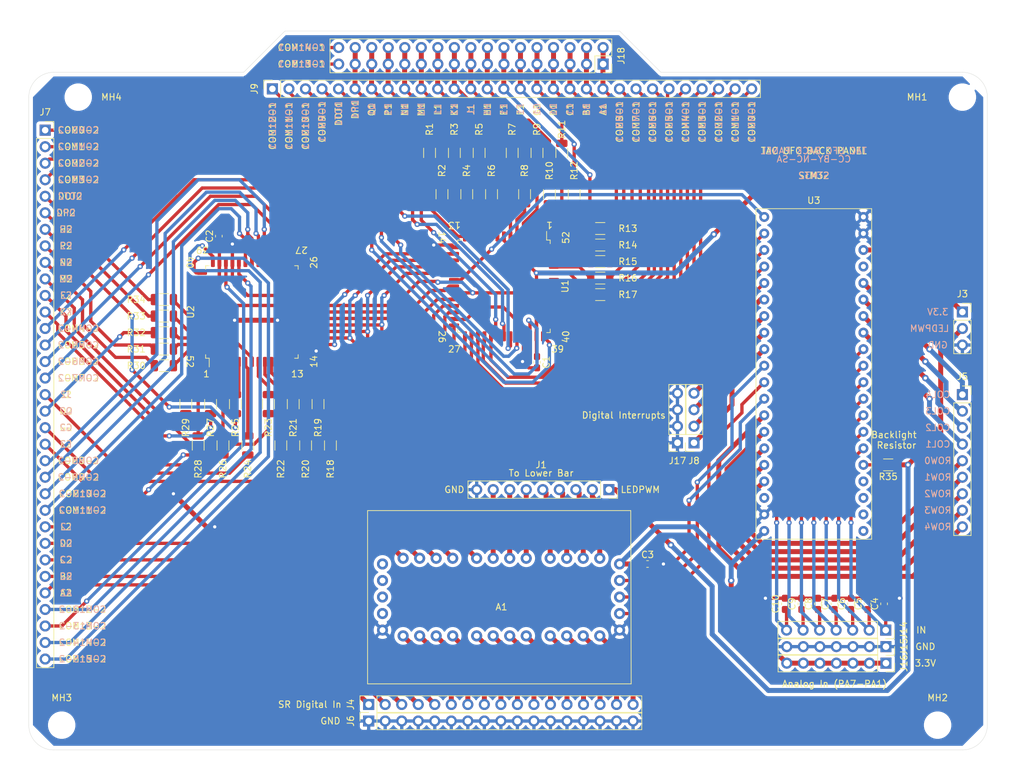
<source format=kicad_pcb>
(kicad_pcb (version 20171130) (host pcbnew "(5.1.9)-1")
  (layers (0 F.Cu signal) (31 B.Cu signal) (34 B.Paste user) (35 F.Paste user) (36 B.SilkS user) (37 F.SilkS user) (38 B.Mask user) (39 F.Mask user) (44 Edge.Cuts user))
  (net 0 "")
  (net 1 /GND)
  (net 2 /3.3V)
  (net 3 /SW18)
  (net 4 /SW19)
  (net 5 /SW20)
  (net 6 /SW21)
  (net 7 /SW22)
  (net 8 /SW23)
  (net 9 /SW24)
  (net 10 /LEDPWM)
  (net 11 /ROW4)
  (net 12 /ROW3)
  (net 13 /ROW2)
  (net 14 /ROW1)
  (net 15 /ROW0)
  (net 16 /COL1)
  (net 17 /COL2)
  (net 18 /COL3)
  (net 19 /COL4)
  (net 20 /A2)
  (net 21 /B2)
  (net 22 /C2)
  (net 23 /D2)
  (net 24 /E2)
  (net 25 /F2)
  (net 26 /G2)
  (net 27 /H2)
  (net 28 /J2)
  (net 29 /K2)
  (net 30 /L2)
  (net 31 /M2)
  (net 32 /N2)
  (net 33 /P2)
  (net 34 /Q2)
  (net 35 /DP2)
  (net 36 /DOT2)
  (net 37 /COM15-2)
  (net 38 /COM14-2)
  (net 39 /COM13-2)
  (net 40 /COM12-2)
  (net 41 /COM11-2)
  (net 42 /COM10-2)
  (net 43 /COM9-2)
  (net 44 /COM8-2)
  (net 45 /COM7-2)
  (net 46 /COM6-2)
  (net 47 /COM5-2)
  (net 48 /COM4-2)
  (net 49 /COM3-2)
  (net 50 /COM2-2)
  (net 51 /COM1-2)
  (net 52 /COM0-2)
  (net 53 /COM0-1)
  (net 54 /COM1-1)
  (net 55 /COM2-1)
  (net 56 /COM3-1)
  (net 57 /COM4-1)
  (net 58 /COM5-1)
  (net 59 /COM6-1)
  (net 60 /COM7-1)
  (net 61 /COM8-1)
  (net 62 /COM9-1)
  (net 63 /COM10-1)
  (net 64 /COM11-1)
  (net 65 /COM12-1)
  (net 66 /COM13-1)
  (net 67 /COM14-1)
  (net 68 /COM15-1)
  (net 69 /DOT1)
  (net 70 /DP1)
  (net 71 /Q1)
  (net 72 /P1)
  (net 73 /N1)
  (net 74 /M1)
  (net 75 /L1)
  (net 76 /K1)
  (net 77 /J1)
  (net 78 /H1)
  (net 79 /G1)
  (net 80 /F1)
  (net 81 /E1)
  (net 82 /D1)
  (net 83 /C1)
  (net 84 /B1)
  (net 85 /A1)
  (net 86 "Net-(R1-Pad1)")
  (net 87 "Net-(R2-Pad1)")
  (net 88 "Net-(R3-Pad1)")
  (net 89 "Net-(R4-Pad1)")
  (net 90 "Net-(R5-Pad1)")
  (net 91 "Net-(R6-Pad1)")
  (net 92 "Net-(R7-Pad1)")
  (net 93 "Net-(R8-Pad1)")
  (net 94 "Net-(R9-Pad1)")
  (net 95 "Net-(R10-Pad1)")
  (net 96 "Net-(R11-Pad1)")
  (net 97 "Net-(R12-Pad1)")
  (net 98 "Net-(R13-Pad1)")
  (net 99 "Net-(R14-Pad1)")
  (net 100 "Net-(R15-Pad1)")
  (net 101 "Net-(R16-Pad1)")
  (net 102 "Net-(R17-Pad1)")
  (net 103 "Net-(R18-Pad1)")
  (net 104 "Net-(R19-Pad1)")
  (net 105 "Net-(R20-Pad1)")
  (net 106 "Net-(R21-Pad1)")
  (net 107 "Net-(R22-Pad1)")
  (net 108 "Net-(R23-Pad1)")
  (net 109 "Net-(R24-Pad1)")
  (net 110 "Net-(R25-Pad1)")
  (net 111 "Net-(R26-Pad1)")
  (net 112 "Net-(R27-Pad1)")
  (net 113 "Net-(R28-Pad1)")
  (net 114 "Net-(R29-Pad1)")
  (net 115 "Net-(R30-Pad1)")
  (net 116 "Net-(R31-Pad1)")
  (net 117 "Net-(R32-Pad1)")
  (net 118 "Net-(R33-Pad1)")
  (net 119 "Net-(R34-Pad1)")
  (net 120 "Net-(R35-Pad2)")
  (net 121 "Net-(U1-Pad47)")
  (net 122 "Net-(U1-Pad46)")
  (net 123 "Net-(U1-Pad45)")
  (net 124 "Net-(U1-Pad44)")
  (net 125 "Net-(U1-Pad43)")
  (net 126 "Net-(U1-Pad42)")
  (net 127 "Net-(U1-Pad41)")
  (net 128 /SYNC)
  (net 129 /CS1)
  (net 130 /RD)
  (net 131 /WR)
  (net 132 /DATA)
  (net 133 /OSC)
  (net 134 "Net-(U2-Pad47)")
  (net 135 "Net-(U2-Pad46)")
  (net 136 "Net-(U2-Pad45)")
  (net 137 "Net-(U2-Pad44)")
  (net 138 "Net-(U2-Pad43)")
  (net 139 "Net-(U2-Pad42)")
  (net 140 "Net-(U2-Pad41)")
  (net 141 /CS2)
  (net 142 "Net-(U3-Pad4)")
  (net 143 "Net-(U3-Pad3)")
  (net 144 "Net-(U3-Pad2)")
  (net 145 "Net-(U3-Pad1)")
  (net 146 "Net-(U3-Pad7)")
  (net 147 "Net-(U3-Pad50)")
  (net 148 /DIN17)
  (net 149 /DIN16)
  (net 150 /DIN15)
  (net 151 /DIN14)
  (net 152 /DIN13)
  (net 153 /DIN12)
  (net 154 /DIN11)
  (net 155 /DIN10)
  (net 156 /DIN9)
  (net 157 /DIN8)
  (net 158 /DIN7)
  (net 159 /DIN6)
  (net 160 /DIN5)
  (net 161 /DIN4)
  (net 162 /DIN3)
  (net 163 /DIN2)
  (net 164 /DIN1)
  (net 165 /SRMISO)
  (net 166 /SRCS)
  (net 167 /SRCLK)
  (net 168 "Net-(A1-Pad5)")
  (net 169 "Net-(A1-Pad4)")
  (net 170 "Net-(A1-Pad3)")
  (net 171 "Net-(A1-Pad2)")
  (net 172 /DigInt4)
  (net 173 /DigInt3)
  (net 174 /DigInt2)
  (net 175 /DigInt1)
  (net 176 /Analog7)
  (net 177 /Analog6)
  (net 178 /Analog5)
  (net 179 /Analog4)
  (net 180 /Analog3)
  (net 181 /Analog2)
  (net 182 /Analog1)
  (module Connector_PinSocket_2.54mm:PinSocket_2x17_P2.54mm_Vertical (layer F.Cu) (at 69.85 46.99 270)
    (fp_text reference J18 (at -1.27 -2.77 90) (layer F.SilkS))
    (fp_text value Conn_02x17_Odd_Even)
    (pad 34 thru_hole oval (at -2.54 40.64 270) (size 1.7 1.7) (drill 1) (layers *.Cu *.Mask) (net 67 /COM14-1))
    (pad 33 thru_hole oval (at 0 40.64 270) (size 1.7 1.7) (drill 1) (layers *.Cu *.Mask) (net 66 /COM13-1))
    (pad 32 thru_hole oval (at -2.54 38.1 270) (size 1.7 1.7) (drill 1) (layers *.Cu *.Mask) (net 70 /DP1))
    (pad 31 thru_hole oval (at 0 38.1 270) (size 1.7 1.7) (drill 1) (layers *.Cu *.Mask) (net 70 /DP1))
    (pad 30 thru_hole oval (at -2.54 35.56 270) (size 1.7 1.7) (drill 1) (layers *.Cu *.Mask) (net 71 /Q1))
    (pad 29 thru_hole oval (at 0 35.56 270) (size 1.7 1.7) (drill 1) (layers *.Cu *.Mask) (net 71 /Q1))
    (pad 28 thru_hole oval (at -2.54 33.02 270) (size 1.7 1.7) (drill 1) (layers *.Cu *.Mask) (net 72 /P1))
    (pad 27 thru_hole oval (at 0 33.02 270) (size 1.7 1.7) (drill 1) (layers *.Cu *.Mask) (net 72 /P1))
    (pad 26 thru_hole oval (at -2.54 30.48 270) (size 1.7 1.7) (drill 1) (layers *.Cu *.Mask) (net 73 /N1))
    (pad 25 thru_hole oval (at 0 30.48 270) (size 1.7 1.7) (drill 1) (layers *.Cu *.Mask) (net 73 /N1))
    (pad 24 thru_hole oval (at -2.54 27.94 270) (size 1.7 1.7) (drill 1) (layers *.Cu *.Mask) (net 74 /M1))
    (pad 23 thru_hole oval (at 0 27.94 270) (size 1.7 1.7) (drill 1) (layers *.Cu *.Mask) (net 74 /M1))
    (pad 22 thru_hole oval (at -2.54 25.4 270) (size 1.7 1.7) (drill 1) (layers *.Cu *.Mask) (net 75 /L1))
    (pad 21 thru_hole oval (at 0 25.4 270) (size 1.7 1.7) (drill 1) (layers *.Cu *.Mask) (net 75 /L1))
    (pad 20 thru_hole oval (at -2.54 22.86 270) (size 1.7 1.7) (drill 1) (layers *.Cu *.Mask) (net 76 /K1))
    (pad 19 thru_hole oval (at 0 22.86 270) (size 1.7 1.7) (drill 1) (layers *.Cu *.Mask) (net 76 /K1))
    (pad 18 thru_hole oval (at -2.54 20.32 270) (size 1.7 1.7) (drill 1) (layers *.Cu *.Mask) (net 77 /J1))
    (pad 17 thru_hole oval (at 0 20.32 270) (size 1.7 1.7) (drill 1) (layers *.Cu *.Mask) (net 77 /J1))
    (pad 16 thru_hole oval (at -2.54 17.78 270) (size 1.7 1.7) (drill 1) (layers *.Cu *.Mask) (net 78 /H1))
    (pad 15 thru_hole oval (at 0 17.78 270) (size 1.7 1.7) (drill 1) (layers *.Cu *.Mask) (net 78 /H1))
    (pad 14 thru_hole oval (at -2.54 15.24 270) (size 1.7 1.7) (drill 1) (layers *.Cu *.Mask) (net 81 /E1))
    (pad 13 thru_hole oval (at 0 15.24 270) (size 1.7 1.7) (drill 1) (layers *.Cu *.Mask) (net 81 /E1))
    (pad 12 thru_hole oval (at -2.54 12.7 270) (size 1.7 1.7) (drill 1) (layers *.Cu *.Mask) (net 80 /F1))
    (pad 11 thru_hole oval (at 0 12.7 270) (size 1.7 1.7) (drill 1) (layers *.Cu *.Mask) (net 80 /F1))
    (pad 10 thru_hole oval (at -2.54 10.16 270) (size 1.7 1.7) (drill 1) (layers *.Cu *.Mask) (net 79 /G1))
    (pad 9 thru_hole oval (at 0 10.16 270) (size 1.7 1.7) (drill 1) (layers *.Cu *.Mask) (net 79 /G1))
    (pad 8 thru_hole oval (at -2.54 7.62 270) (size 1.7 1.7) (drill 1) (layers *.Cu *.Mask) (net 82 /D1))
    (pad 7 thru_hole oval (at 0 7.62 270) (size 1.7 1.7) (drill 1) (layers *.Cu *.Mask) (net 82 /D1))
    (pad 6 thru_hole oval (at -2.54 5.08 270) (size 1.7 1.7) (drill 1) (layers *.Cu *.Mask) (net 83 /C1))
    (pad 5 thru_hole oval (at 0 5.08 270) (size 1.7 1.7) (drill 1) (layers *.Cu *.Mask) (net 83 /C1))
    (pad 4 thru_hole oval (at -2.54 2.54 270) (size 1.7 1.7) (drill 1) (layers *.Cu *.Mask) (net 84 /B1))
    (pad 3 thru_hole oval (at 0 2.54 270) (size 1.7 1.7) (drill 1) (layers *.Cu *.Mask) (net 84 /B1))
    (pad 2 thru_hole oval (at -2.54 0 270) (size 1.7 1.7) (drill 1) (layers *.Cu *.Mask) (net 85 /A1))
    (pad 1 thru_hole rect (at 0 0 270) (size 1.7 1.7) (drill 1) (layers *.Cu *.Mask) (net 85 /A1))
  )
  (module UFC:ShiftRegisterBoardPins (layer F.Cu) (at 54.229 128.905)
    (fp_text reference A1 (at 0 1.524) (layer F.SilkS))
    (fp_text value ShiftRegisterBoard)
    (pad 34 thru_hole circle (at 15.106 -5.965) (size 1.7 1.7) (drill 0.9) (layers *.Cu *.Mask) (net 9 /SW24))
    (pad 33 thru_hole circle (at 12.566 -5.965) (size 1.7 1.7) (drill 0.9) (layers *.Cu *.Mask) (net 8 /SW23))
    (pad 32 thru_hole circle (at 10.026 -5.965) (size 1.7 1.7) (drill 0.9) (layers *.Cu *.Mask) (net 7 /SW22))
    (pad 31 thru_hole circle (at 7.486 -5.965) (size 1.7 1.7) (drill 0.9) (layers *.Cu *.Mask) (net 6 /SW21))
    (pad 30 thru_hole circle (at 3.806 -5.965) (size 1.7 1.7) (drill 0.9) (layers *.Cu *.Mask) (net 5 /SW20))
    (pad 29 thru_hole circle (at 1.266 -5.965) (size 1.7 1.7) (drill 0.9) (layers *.Cu *.Mask) (net 4 /SW19))
    (pad 28 thru_hole circle (at -1.274 -5.965) (size 1.7 1.7) (drill 0.9) (layers *.Cu *.Mask) (net 3 /SW18))
    (pad 27 thru_hole circle (at -3.814 -5.965) (size 1.7 1.7) (drill 0.9) (layers *.Cu *.Mask) (net 148 /DIN17))
    (pad 26 thru_hole circle (at -7.494 -5.965) (size 1.7 1.7) (drill 0.9) (layers *.Cu *.Mask) (net 149 /DIN16))
    (pad 25 thru_hole circle (at -10.034 -5.965) (size 1.7 1.7) (drill 0.9) (layers *.Cu *.Mask) (net 150 /DIN15))
    (pad 24 thru_hole circle (at -12.574 -5.965) (size 1.7 1.7) (drill 0.9) (layers *.Cu *.Mask) (net 151 /DIN14))
    (pad 23 thru_hole circle (at -15.114 -5.965) (size 1.7 1.7) (drill 0.9) (layers *.Cu *.Mask) (net 152 /DIN13))
    (pad 22 thru_hole circle (at 15.106 5.965) (size 1.7 1.7) (drill 0.9) (layers *.Cu *.Mask) (net 153 /DIN12))
    (pad 21 thru_hole circle (at 12.566 5.965) (size 1.7 1.7) (drill 0.9) (layers *.Cu *.Mask) (net 154 /DIN11))
    (pad 20 thru_hole circle (at 10.026 5.965) (size 1.7 1.7) (drill 0.9) (layers *.Cu *.Mask) (net 155 /DIN10))
    (pad 19 thru_hole circle (at 7.486 5.965) (size 1.7 1.7) (drill 0.9) (layers *.Cu *.Mask) (net 156 /DIN9))
    (pad 18 thru_hole circle (at 3.806 5.965) (size 1.7 1.7) (drill 0.9) (layers *.Cu *.Mask) (net 157 /DIN8))
    (pad 17 thru_hole circle (at 1.266 5.965) (size 1.7 1.7) (drill 0.9) (layers *.Cu *.Mask) (net 158 /DIN7))
    (pad 15 thru_hole circle (at -3.814 5.965) (size 1.7 1.7) (drill 0.9) (layers *.Cu *.Mask) (net 160 /DIN5))
    (pad 16 thru_hole circle (at -1.274 5.965) (size 1.7 1.7) (drill 0.9) (layers *.Cu *.Mask) (net 159 /DIN6))
    (pad 14 thru_hole circle (at -7.494 5.965) (size 1.7 1.7) (drill 0.9) (layers *.Cu *.Mask) (net 161 /DIN4))
    (pad 13 thru_hole circle (at -10.034 5.965) (size 1.7 1.7) (drill 0.9) (layers *.Cu *.Mask) (net 162 /DIN3))
    (pad 12 thru_hole circle (at -12.574 5.965) (size 1.7 1.7) (drill 0.9) (layers *.Cu *.Mask) (net 163 /DIN2))
    (pad 11 thru_hole circle (at -15.114 5.965) (size 1.7 1.7) (drill 0.9) (layers *.Cu *.Mask) (net 164 /DIN1))
    (pad 10 thru_hole circle (at 18.156 -5.085) (size 1.7 1.7) (drill 0.9) (layers *.Cu *.Mask) (net 2 /3.3V))
    (pad 9 thru_hole circle (at 18.156 -2.545) (size 1.7 1.7) (drill 0.9) (layers *.Cu *.Mask) (net 165 /SRMISO))
    (pad 8 thru_hole circle (at 18.156 -0.005) (size 1.7 1.7) (drill 0.9) (layers *.Cu *.Mask) (net 166 /SRCS))
    (pad 7 thru_hole circle (at 18.156 2.535) (size 1.7 1.7) (drill 0.9) (layers *.Cu *.Mask) (net 167 /SRCLK))
    (pad 6 thru_hole circle (at 18.156 5.075) (size 1.7 1.7) (drill 0.9) (layers *.Cu *.Mask) (net 1 /GND))
    (pad 5 thru_hole circle (at -18.284 -5.085) (size 1.7 1.7) (drill 0.9) (layers *.Cu *.Mask) (net 168 "Net-(A1-Pad5)"))
    (pad 4 thru_hole circle (at -18.284 -2.545) (size 1.7 1.7) (drill 0.9) (layers *.Cu *.Mask) (net 169 "Net-(A1-Pad4)"))
    (pad 3 thru_hole circle (at -18.284 -0.005 90) (size 1.7 1.7) (drill 0.9) (layers *.Cu *.Mask) (net 170 "Net-(A1-Pad3)"))
    (pad 2 thru_hole circle (at -18.284 2.535) (size 1.7 1.7) (drill 0.9) (layers *.Cu *.Mask) (net 171 "Net-(A1-Pad2)"))
    (pad 1 thru_hole circle (at -18.284 5.075) (size 1.7 1.7) (drill 0.9) (layers *.Cu *.Mask) (net 1 /GND))
  )
  (module Capacitor_SMD:C_0603_1608Metric_Pad1.08x0.95mm_HandSolder (layer F.Cu) (at 97.79 129.9475 90)
    (fp_text reference C10 (at 0 -1.43 90) (layer F.SilkS))
    (fp_text value .1uF)
    (pad 2 smd roundrect (at 0.8625 0 90) (size 1.075 0.95) (layers F.Cu F.Paste F.Mask) (net 1 /GND))
    (pad 1 smd roundrect (at -0.8625 0 90) (size 1.075 0.95) (layers F.Cu F.Paste F.Mask) (net 176 /Analog7))
  )
  (module Capacitor_SMD:C_0603_1608Metric_Pad1.08x0.95mm_HandSolder (layer F.Cu) (at 100.33 129.9475 90)
    (fp_text reference C9 (at 0 -1.43 90) (layer F.SilkS))
    (fp_text value .1uF)
    (pad 2 smd roundrect (at 0.8625 0 90) (size 1.075 0.95) (layers F.Cu F.Paste F.Mask) (net 1 /GND))
    (pad 1 smd roundrect (at -0.8625 0 90) (size 1.075 0.95) (layers F.Cu F.Paste F.Mask) (net 177 /Analog6))
  )
  (module Capacitor_SMD:C_0603_1608Metric_Pad1.08x0.95mm_HandSolder (layer F.Cu) (at 102.87 129.9475 90)
    (fp_text reference C8 (at 0 -1.43 90) (layer F.SilkS))
    (fp_text value .1uF)
    (pad 2 smd roundrect (at 0.8625 0 90) (size 1.075 0.95) (layers F.Cu F.Paste F.Mask) (net 1 /GND))
    (pad 1 smd roundrect (at -0.8625 0 90) (size 1.075 0.95) (layers F.Cu F.Paste F.Mask) (net 178 /Analog5))
  )
  (module Capacitor_SMD:C_0603_1608Metric_Pad1.08x0.95mm_HandSolder (layer F.Cu) (at 105.41 129.9475 90)
    (fp_text reference C7 (at 0 -1.43 90) (layer F.SilkS))
    (fp_text value .1uF)
    (pad 2 smd roundrect (at 0.8625 0 90) (size 1.075 0.95) (layers F.Cu F.Paste F.Mask) (net 1 /GND))
    (pad 1 smd roundrect (at -0.8625 0 90) (size 1.075 0.95) (layers F.Cu F.Paste F.Mask) (net 179 /Analog4))
  )
  (module Capacitor_SMD:C_0603_1608Metric_Pad1.08x0.95mm_HandSolder (layer F.Cu) (at 107.95 129.9475 90)
    (fp_text reference C6 (at 0 -1.43 90) (layer F.SilkS))
    (fp_text value .1uF)
    (pad 2 smd roundrect (at 0.8625 0 90) (size 1.075 0.95) (layers F.Cu F.Paste F.Mask) (net 1 /GND))
    (pad 1 smd roundrect (at -0.8625 0 90) (size 1.075 0.95) (layers F.Cu F.Paste F.Mask) (net 180 /Analog3))
  )
  (module Capacitor_SMD:C_0603_1608Metric_Pad1.08x0.95mm_HandSolder (layer F.Cu) (at 110.49 129.9475 90)
    (fp_text reference C5 (at 0 -1.43 90) (layer F.SilkS))
    (fp_text value .1uF)
    (pad 2 smd roundrect (at 0.8625 0 90) (size 1.075 0.95) (layers F.Cu F.Paste F.Mask) (net 1 /GND))
    (pad 1 smd roundrect (at -0.8625 0 90) (size 1.075 0.95) (layers F.Cu F.Paste F.Mask) (net 181 /Analog2))
  )
  (module Capacitor_SMD:C_0603_1608Metric_Pad1.08x0.95mm_HandSolder (layer F.Cu) (at 113.03 129.9475 90)
    (fp_text reference C4 (at 0 -1.43 90) (layer F.SilkS))
    (fp_text value .1uF)
    (pad 2 smd roundrect (at 0.8625 0 90) (size 1.075 0.95) (layers F.Cu F.Paste F.Mask) (net 1 /GND))
    (pad 1 smd roundrect (at -0.8625 0 90) (size 1.075 0.95) (layers F.Cu F.Paste F.Mask) (net 182 /Analog1))
  )
  (module Capacitor_SMD:C_0603_1608Metric_Pad1.08x0.95mm_HandSolder (layer F.Cu) (at 76.6815 123.825)
    (fp_text reference C3 (at 0 -1.43) (layer F.SilkS))
    (fp_text value .1uF)
    (pad 2 smd roundrect (at 0.8625 0) (size 1.075 0.95) (layers F.Cu F.Paste F.Mask) (net 1 /GND))
    (pad 1 smd roundrect (at -0.8625 0) (size 1.075 0.95) (layers F.Cu F.Paste F.Mask) (net 2 /3.3V))
  )
  (module MountingHole:MountingHole_3.2mm_M3 (layer F.Cu) (at 125.07 52.07)
    (fp_text reference MH1 (at -6.96 0) (layer F.SilkS))
    (fp_text value MountingHole_3.2mm_M3)
    (pad 1 np_thru_hole circle (at 0 0) (size 3.2 3.2) (drill 3.2) (layers *.Cu *.Mask))
  )
  (module MountingHole:MountingHole_3.2mm_M3 (layer F.Cu) (at -10.82 52.07)
    (fp_text reference MH4 (at 5.105 0) (layer F.SilkS))
    (fp_text value MountingHole_3.2mm_M3)
    (pad 1 np_thru_hole circle (at 0 0) (size 3.2 3.2) (drill 3.2) (layers *.Cu *.Mask))
  )
  (module MountingHole:MountingHole_3.2mm_M3 (layer F.Cu) (at 121.26 148.59)
    (fp_text reference MH2 (at 0 -4.2) (layer F.SilkS))
    (fp_text value MountingHole_3.2mm_M3)
    (pad 1 np_thru_hole circle (at 0 0) (size 3.2 3.2) (drill 3.2) (layers *.Cu *.Mask))
  )
  (module MountingHole:MountingHole_3.2mm_M3 (layer F.Cu) (at -13.36 148.59)
    (fp_text reference MH3 (at 0 -4.2) (layer F.SilkS))
    (fp_text value MountingHole_3.2mm_M3)
    (pad 1 np_thru_hole circle (at 0 0) (size 3.2 3.2) (drill 3.2) (layers *.Cu *.Mask))
  )
  (module Connector_PinSocket_2.54mm:PinSocket_1x04_P2.54mm_Vertical (layer F.Cu) (at 81.28 105.192 180)
    (fp_text reference J17 (at 0 -2.77) (layer F.SilkS))
    (fp_text value Conn_01x04_Male)
    (pad 4 thru_hole oval (at 0 7.62 180) (size 1.7 1.7) (drill 1) (layers *.Cu *.Mask) (net 1 /GND))
    (pad 3 thru_hole oval (at 0 5.08 180) (size 1.7 1.7) (drill 1) (layers *.Cu *.Mask) (net 1 /GND))
    (pad 2 thru_hole oval (at 0 2.54 180) (size 1.7 1.7) (drill 1) (layers *.Cu *.Mask) (net 1 /GND))
    (pad 1 thru_hole rect (at 0 0 180) (size 1.7 1.7) (drill 1) (layers *.Cu *.Mask) (net 1 /GND))
  )
  (module Connector_PinSocket_2.54mm:PinSocket_1x07_P2.54mm_Vertical (layer F.Cu) (at 113.32 139.065 270)
    (fp_text reference J16 (at 0 -2.77 90) (layer F.SilkS))
    (fp_text value Conn_01x07_Male)
    (pad 7 thru_hole oval (at 0 15.24 270) (size 1.7 1.7) (drill 1) (layers *.Cu *.Mask) (net 2 /3.3V))
    (pad 6 thru_hole oval (at 0 12.7 270) (size 1.7 1.7) (drill 1) (layers *.Cu *.Mask) (net 2 /3.3V))
    (pad 5 thru_hole oval (at 0 10.16 270) (size 1.7 1.7) (drill 1) (layers *.Cu *.Mask) (net 2 /3.3V))
    (pad 4 thru_hole oval (at 0 7.62 270) (size 1.7 1.7) (drill 1) (layers *.Cu *.Mask) (net 2 /3.3V))
    (pad 3 thru_hole oval (at 0 5.08 270) (size 1.7 1.7) (drill 1) (layers *.Cu *.Mask) (net 2 /3.3V))
    (pad 2 thru_hole oval (at 0 2.54 270) (size 1.7 1.7) (drill 1) (layers *.Cu *.Mask) (net 2 /3.3V))
    (pad 1 thru_hole rect (at 0 0 270) (size 1.7 1.7) (drill 1) (layers *.Cu *.Mask) (net 2 /3.3V))
  )
  (module Connector_PinSocket_2.54mm:PinSocket_1x07_P2.54mm_Vertical (layer F.Cu) (at 113.32 136.525 270)
    (fp_text reference J15 (at 0 -2.77 90) (layer F.SilkS))
    (fp_text value Conn_01x07_Male)
    (pad 7 thru_hole oval (at 0 15.24 270) (size 1.7 1.7) (drill 1) (layers *.Cu *.Mask) (net 1 /GND))
    (pad 6 thru_hole oval (at 0 12.7 270) (size 1.7 1.7) (drill 1) (layers *.Cu *.Mask) (net 1 /GND))
    (pad 5 thru_hole oval (at 0 10.16 270) (size 1.7 1.7) (drill 1) (layers *.Cu *.Mask) (net 1 /GND))
    (pad 4 thru_hole oval (at 0 7.62 270) (size 1.7 1.7) (drill 1) (layers *.Cu *.Mask) (net 1 /GND))
    (pad 3 thru_hole oval (at 0 5.08 270) (size 1.7 1.7) (drill 1) (layers *.Cu *.Mask) (net 1 /GND))
    (pad 2 thru_hole oval (at 0 2.54 270) (size 1.7 1.7) (drill 1) (layers *.Cu *.Mask) (net 1 /GND))
    (pad 1 thru_hole rect (at 0 0 270) (size 1.7 1.7) (drill 1) (layers *.Cu *.Mask) (net 1 /GND))
  )
  (module Connector_PinSocket_2.54mm:PinSocket_1x07_P2.54mm_Vertical (layer F.Cu) (at 113.284 133.985 270)
    (fp_text reference J14 (at 0 -2.77 90) (layer F.SilkS))
    (fp_text value Conn_01x07_Male)
    (pad 7 thru_hole oval (at 0 15.24 270) (size 1.7 1.7) (drill 1) (layers *.Cu *.Mask) (net 176 /Analog7))
    (pad 6 thru_hole oval (at 0 12.7 270) (size 1.7 1.7) (drill 1) (layers *.Cu *.Mask) (net 177 /Analog6))
    (pad 5 thru_hole oval (at 0 10.16 270) (size 1.7 1.7) (drill 1) (layers *.Cu *.Mask) (net 178 /Analog5))
    (pad 4 thru_hole oval (at 0 7.62 270) (size 1.7 1.7) (drill 1) (layers *.Cu *.Mask) (net 179 /Analog4))
    (pad 3 thru_hole oval (at 0 5.08 270) (size 1.7 1.7) (drill 1) (layers *.Cu *.Mask) (net 180 /Analog3))
    (pad 2 thru_hole oval (at 0 2.54 270) (size 1.7 1.7) (drill 1) (layers *.Cu *.Mask) (net 181 /Analog2))
    (pad 1 thru_hole rect (at 0 0 270) (size 1.7 1.7) (drill 1) (layers *.Cu *.Mask) (net 182 /Analog1))
  )
  (module Connector_PinSocket_2.54mm:PinSocket_1x30_P2.54mm_Vertical (layer F.Cu) (at 19.025 50.8 90)
    (fp_text reference J9 (at 0 -2.77 90) (layer F.SilkS))
    (fp_text value Conn_01x30_Male)
    (pad 30 thru_hole oval (at 0 73.66 90) (size 1.7 1.7) (drill 1) (layers *.Cu *.Mask) (net 53 /COM0-1))
    (pad 29 thru_hole oval (at 0 71.12 90) (size 1.7 1.7) (drill 1) (layers *.Cu *.Mask) (net 54 /COM1-1))
    (pad 28 thru_hole oval (at 0 68.58 90) (size 1.7 1.7) (drill 1) (layers *.Cu *.Mask) (net 55 /COM2-1))
    (pad 27 thru_hole oval (at 0 66.04 90) (size 1.7 1.7) (drill 1) (layers *.Cu *.Mask) (net 56 /COM3-1))
    (pad 26 thru_hole oval (at 0 63.5 90) (size 1.7 1.7) (drill 1) (layers *.Cu *.Mask) (net 57 /COM4-1))
    (pad 25 thru_hole oval (at 0 60.96 90) (size 1.7 1.7) (drill 1) (layers *.Cu *.Mask) (net 58 /COM5-1))
    (pad 24 thru_hole oval (at 0 58.42 90) (size 1.7 1.7) (drill 1) (layers *.Cu *.Mask) (net 59 /COM6-1))
    (pad 23 thru_hole oval (at 0 55.88 90) (size 1.7 1.7) (drill 1) (layers *.Cu *.Mask) (net 60 /COM7-1))
    (pad 22 thru_hole oval (at 0 53.34 90) (size 1.7 1.7) (drill 1) (layers *.Cu *.Mask) (net 61 /COM8-1))
    (pad 21 thru_hole oval (at 0 50.8 90) (size 1.7 1.7) (drill 1) (layers *.Cu *.Mask) (net 85 /A1))
    (pad 20 thru_hole oval (at 0 48.26 90) (size 1.7 1.7) (drill 1) (layers *.Cu *.Mask) (net 84 /B1))
    (pad 19 thru_hole oval (at 0 45.72 90) (size 1.7 1.7) (drill 1) (layers *.Cu *.Mask) (net 83 /C1))
    (pad 18 thru_hole oval (at 0 43.18 90) (size 1.7 1.7) (drill 1) (layers *.Cu *.Mask) (net 82 /D1))
    (pad 17 thru_hole oval (at 0 40.64 90) (size 1.7 1.7) (drill 1) (layers *.Cu *.Mask) (net 79 /G1))
    (pad 16 thru_hole oval (at 0 38.1 90) (size 1.7 1.7) (drill 1) (layers *.Cu *.Mask) (net 80 /F1))
    (pad 15 thru_hole oval (at 0 35.56 90) (size 1.7 1.7) (drill 1) (layers *.Cu *.Mask) (net 81 /E1))
    (pad 14 thru_hole oval (at 0 33.02 90) (size 1.7 1.7) (drill 1) (layers *.Cu *.Mask) (net 78 /H1))
    (pad 13 thru_hole oval (at 0 30.48 90) (size 1.7 1.7) (drill 1) (layers *.Cu *.Mask) (net 77 /J1))
    (pad 12 thru_hole oval (at 0 27.94 90) (size 1.7 1.7) (drill 1) (layers *.Cu *.Mask) (net 76 /K1))
    (pad 11 thru_hole oval (at 0 25.4 90) (size 1.7 1.7) (drill 1) (layers *.Cu *.Mask) (net 75 /L1))
    (pad 10 thru_hole oval (at 0 22.86 90) (size 1.7 1.7) (drill 1) (layers *.Cu *.Mask) (net 74 /M1))
    (pad 9 thru_hole oval (at 0 20.32 90) (size 1.7 1.7) (drill 1) (layers *.Cu *.Mask) (net 73 /N1))
    (pad 8 thru_hole oval (at 0 17.78 90) (size 1.7 1.7) (drill 1) (layers *.Cu *.Mask) (net 72 /P1))
    (pad 7 thru_hole oval (at 0 15.24 90) (size 1.7 1.7) (drill 1) (layers *.Cu *.Mask) (net 71 /Q1))
    (pad 6 thru_hole oval (at 0 12.7 90) (size 1.7 1.7) (drill 1) (layers *.Cu *.Mask) (net 70 /DP1))
    (pad 5 thru_hole oval (at 0 10.16 90) (size 1.7 1.7) (drill 1) (layers *.Cu *.Mask) (net 69 /DOT1))
    (pad 4 thru_hole oval (at 0 7.62 90) (size 1.7 1.7) (drill 1) (layers *.Cu *.Mask) (net 62 /COM9-1))
    (pad 3 thru_hole oval (at 0 5.08 90) (size 1.7 1.7) (drill 1) (layers *.Cu *.Mask) (net 63 /COM10-1))
    (pad 2 thru_hole oval (at 0 2.54 90) (size 1.7 1.7) (drill 1) (layers *.Cu *.Mask) (net 64 /COM11-1))
    (pad 1 thru_hole rect (at 0 0 90) (size 1.7 1.7) (drill 1) (layers *.Cu *.Mask) (net 65 /COM12-1))
  )
  (module Connector_PinSocket_2.54mm:PinSocket_1x04_P2.54mm_Vertical (layer F.Cu) (at 83.82 105.192 180)
    (fp_text reference J8 (at 0 -2.77) (layer F.SilkS))
    (fp_text value Conn_01x04_Male)
    (pad 4 thru_hole oval (at 0 7.62 180) (size 1.7 1.7) (drill 1) (layers *.Cu *.Mask) (net 172 /DigInt4))
    (pad 3 thru_hole oval (at 0 5.08 180) (size 1.7 1.7) (drill 1) (layers *.Cu *.Mask) (net 173 /DigInt3))
    (pad 2 thru_hole oval (at 0 2.54 180) (size 1.7 1.7) (drill 1) (layers *.Cu *.Mask) (net 174 /DigInt2))
    (pad 1 thru_hole rect (at 0 0 180) (size 1.7 1.7) (drill 1) (layers *.Cu *.Mask) (net 175 /DigInt1))
  )
  (module Connector_PinSocket_2.54mm:PinSocket_1x17_P2.54mm_Vertical (layer F.Cu) (at 33.819 147.955 90)
    (fp_text reference J6 (at 0 -2.77 90) (layer F.SilkS))
    (fp_text value Conn_01x17_Male)
    (pad 17 thru_hole oval (at 0 40.64 90) (size 1.7 1.7) (drill 1) (layers *.Cu *.Mask) (net 1 /GND))
    (pad 16 thru_hole oval (at 0 38.1 90) (size 1.7 1.7) (drill 1) (layers *.Cu *.Mask) (net 1 /GND))
    (pad 15 thru_hole oval (at 0 35.56 90) (size 1.7 1.7) (drill 1) (layers *.Cu *.Mask) (net 1 /GND))
    (pad 14 thru_hole oval (at 0 33.02 90) (size 1.7 1.7) (drill 1) (layers *.Cu *.Mask) (net 1 /GND))
    (pad 13 thru_hole oval (at 0 30.48 90) (size 1.7 1.7) (drill 1) (layers *.Cu *.Mask) (net 1 /GND))
    (pad 12 thru_hole oval (at 0 27.94 90) (size 1.7 1.7) (drill 1) (layers *.Cu *.Mask) (net 1 /GND))
    (pad 11 thru_hole oval (at 0 25.4 90) (size 1.7 1.7) (drill 1) (layers *.Cu *.Mask) (net 1 /GND))
    (pad 10 thru_hole oval (at 0 22.86 90) (size 1.7 1.7) (drill 1) (layers *.Cu *.Mask) (net 1 /GND))
    (pad 9 thru_hole oval (at 0 20.32 90) (size 1.7 1.7) (drill 1) (layers *.Cu *.Mask) (net 1 /GND))
    (pad 8 thru_hole oval (at 0 17.78 90) (size 1.7 1.7) (drill 1) (layers *.Cu *.Mask) (net 1 /GND))
    (pad 7 thru_hole oval (at 0 15.24 90) (size 1.7 1.7) (drill 1) (layers *.Cu *.Mask) (net 1 /GND))
    (pad 6 thru_hole oval (at 0 12.7 90) (size 1.7 1.7) (drill 1) (layers *.Cu *.Mask) (net 1 /GND))
    (pad 5 thru_hole oval (at 0 10.16 90) (size 1.7 1.7) (drill 1) (layers *.Cu *.Mask) (net 1 /GND))
    (pad 4 thru_hole oval (at 0 7.62 90) (size 1.7 1.7) (drill 1) (layers *.Cu *.Mask) (net 1 /GND))
    (pad 3 thru_hole oval (at 0 5.08 90) (size 1.7 1.7) (drill 1) (layers *.Cu *.Mask) (net 1 /GND))
    (pad 2 thru_hole oval (at 0 2.54 90) (size 1.7 1.7) (drill 1) (layers *.Cu *.Mask) (net 1 /GND))
    (pad 1 thru_hole rect (at 0 0 90) (size 1.7 1.7) (drill 1) (layers *.Cu *.Mask) (net 1 /GND))
  )
  (module Connector_PinSocket_2.54mm:PinSocket_1x17_P2.54mm_Vertical (layer F.Cu) (at 33.819 145.415 90)
    (fp_text reference J4 (at 0 -2.77 90) (layer F.SilkS))
    (fp_text value Conn_01x17_Male)
    (pad 17 thru_hole oval (at 0 40.64 90) (size 1.7 1.7) (drill 1) (layers *.Cu *.Mask) (net 153 /DIN12))
    (pad 16 thru_hole oval (at 0 38.1 90) (size 1.7 1.7) (drill 1) (layers *.Cu *.Mask) (net 154 /DIN11))
    (pad 15 thru_hole oval (at 0 35.56 90) (size 1.7 1.7) (drill 1) (layers *.Cu *.Mask) (net 155 /DIN10))
    (pad 14 thru_hole oval (at 0 33.02 90) (size 1.7 1.7) (drill 1) (layers *.Cu *.Mask) (net 156 /DIN9))
    (pad 13 thru_hole oval (at 0 30.48 90) (size 1.7 1.7) (drill 1) (layers *.Cu *.Mask) (net 157 /DIN8))
    (pad 12 thru_hole oval (at 0 27.94 90) (size 1.7 1.7) (drill 1) (layers *.Cu *.Mask) (net 158 /DIN7))
    (pad 11 thru_hole oval (at 0 25.4 90) (size 1.7 1.7) (drill 1) (layers *.Cu *.Mask) (net 159 /DIN6))
    (pad 10 thru_hole oval (at 0 22.86 90) (size 1.7 1.7) (drill 1) (layers *.Cu *.Mask) (net 160 /DIN5))
    (pad 9 thru_hole oval (at 0 20.32 90) (size 1.7 1.7) (drill 1) (layers *.Cu *.Mask) (net 161 /DIN4))
    (pad 8 thru_hole oval (at 0 17.78 90) (size 1.7 1.7) (drill 1) (layers *.Cu *.Mask) (net 162 /DIN3))
    (pad 7 thru_hole oval (at 0 15.24 90) (size 1.7 1.7) (drill 1) (layers *.Cu *.Mask) (net 163 /DIN2))
    (pad 6 thru_hole oval (at 0 12.7 90) (size 1.7 1.7) (drill 1) (layers *.Cu *.Mask) (net 164 /DIN1))
    (pad 5 thru_hole oval (at 0 10.16 90) (size 1.7 1.7) (drill 1) (layers *.Cu *.Mask) (net 152 /DIN13))
    (pad 4 thru_hole oval (at 0 7.62 90) (size 1.7 1.7) (drill 1) (layers *.Cu *.Mask) (net 151 /DIN14))
    (pad 3 thru_hole oval (at 0 5.08 90) (size 1.7 1.7) (drill 1) (layers *.Cu *.Mask) (net 150 /DIN15))
    (pad 2 thru_hole oval (at 0 2.54 90) (size 1.7 1.7) (drill 1) (layers *.Cu *.Mask) (net 149 /DIN16))
    (pad 1 thru_hole rect (at 0 0 90) (size 1.7 1.7) (drill 1) (layers *.Cu *.Mask) (net 148 /DIN17))
  )
  (module UFC:Bluepill (layer F.Cu) (at 102.235 69.215)
    (fp_text reference U3 (at 0 -1.27) (layer F.SilkS))
    (fp_text value STM32F103C8T6)
    (pad 18 thru_hole circle (at 7.62 19.05) (size 1.524 1.524) (drill 0.762) (layers *.Cu *.Mask) (net 16 /COL1))
    (pad 17 thru_hole circle (at 7.62 21.59) (size 1.524 1.524) (drill 0.762) (layers *.Cu *.Mask) (net 176 /Analog7))
    (pad 16 thru_hole circle (at 7.62 24.13) (size 1.524 1.524) (drill 0.762) (layers *.Cu *.Mask) (net 177 /Analog6))
    (pad 15 thru_hole circle (at 7.62 26.67) (size 1.524 1.524) (drill 0.762) (layers *.Cu *.Mask) (net 178 /Analog5))
    (pad 14 thru_hole circle (at 7.62 29.21) (size 1.524 1.524) (drill 0.762) (layers *.Cu *.Mask) (net 179 /Analog4))
    (pad 13 thru_hole circle (at 7.62 31.75) (size 1.524 1.524) (drill 0.762) (layers *.Cu *.Mask) (net 180 /Analog3))
    (pad 12 thru_hole circle (at 7.62 34.29) (size 1.524 1.524) (drill 0.762) (layers *.Cu *.Mask) (net 181 /Analog2))
    (pad 11 thru_hole circle (at 7.62 36.83) (size 1.524 1.524) (drill 0.762) (layers *.Cu *.Mask) (net 182 /Analog1))
    (pad 10 thru_hole circle (at 7.62 39.37) (size 1.524 1.524) (drill 0.762) (layers *.Cu *.Mask) (net 120 "Net-(R35-Pad2)"))
    (pad 4 thru_hole circle (at 7.62 41.91) (size 1.524 1.524) (drill 0.762) (layers *.Cu *.Mask) (net 142 "Net-(U3-Pad4)"))
    (pad 3 thru_hole circle (at 7.62 44.45) (size 1.524 1.524) (drill 0.762) (layers *.Cu *.Mask) (net 143 "Net-(U3-Pad3)"))
    (pad 2 thru_hole circle (at 7.62 46.99) (size 1.524 1.524) (drill 0.762) (layers *.Cu *.Mask) (net 144 "Net-(U3-Pad2)"))
    (pad 1 thru_hole circle (at 7.62 49.53) (size 1.524 1.524) (drill 0.762) (layers *.Cu *.Mask) (net 145 "Net-(U3-Pad1)"))
    (pad 19 thru_hole circle (at 7.62 16.51) (size 1.524 1.524) (drill 0.762) (layers *.Cu *.Mask) (net 17 /COL2))
    (pad 21 thru_hole circle (at 7.62 13.97) (size 1.524 1.524) (drill 0.762) (layers *.Cu *.Mask) (net 18 /COL3))
    (pad 22 thru_hole circle (at 7.62 11.43) (size 1.524 1.524) (drill 0.762) (layers *.Cu *.Mask) (net 19 /COL4))
    (pad 7 thru_hole circle (at 7.62 8.89) (size 1.524 1.524) (drill 0.762) (layers *.Cu *.Mask) (net 146 "Net-(U3-Pad7)"))
    (pad 47 thru_hole circle (at 7.62 6.35) (size 1.524 1.524) (drill 0.762) (layers *.Cu *.Mask) (net 2 /3.3V))
    (pad 48 thru_hole circle (at 7.62 3.81) (size 1.524 1.524) (drill 0.762) (layers *.Cu *.Mask) (net 1 /GND))
    (pad 49 thru_hole circle (at 7.62 1.27) (size 1.524 1.524) (drill 0.762) (layers *.Cu *.Mask) (net 1 /GND))
    (pad 52 thru_hole circle (at -7.62 49.53) (size 1.524 1.524) (drill 0.762) (layers *.Cu *.Mask) (net 2 /3.3V))
    (pad 51 thru_hole circle (at -7.62 46.99) (size 1.524 1.524) (drill 0.762) (layers *.Cu *.Mask) (net 1 /GND))
    (pad 50 thru_hole circle (at -7.62 44.45) (size 1.524 1.524) (drill 0.762) (layers *.Cu *.Mask) (net 147 "Net-(U3-Pad50)"))
    (pad 46 thru_hole circle (at -7.62 41.91) (size 1.524 1.524) (drill 0.762) (layers *.Cu *.Mask) (net 15 /ROW0))
    (pad 45 thru_hole circle (at -7.62 39.37) (size 1.524 1.524) (drill 0.762) (layers *.Cu *.Mask) (net 14 /ROW1))
    (pad 43 thru_hole circle (at -7.62 36.83) (size 1.524 1.524) (drill 0.762) (layers *.Cu *.Mask) (net 13 /ROW2))
    (pad 42 thru_hole circle (at -7.62 34.29) (size 1.524 1.524) (drill 0.762) (layers *.Cu *.Mask) (net 12 /ROW3))
    (pad 41 thru_hole circle (at -7.62 31.75) (size 1.524 1.524) (drill 0.762) (layers *.Cu *.Mask) (net 11 /ROW4))
    (pad 40 thru_hole circle (at -7.62 29.21) (size 1.524 1.524) (drill 0.762) (layers *.Cu *.Mask) (net 165 /SRMISO))
    (pad 39 thru_hole circle (at -7.62 26.67) (size 1.524 1.524) (drill 0.762) (layers *.Cu *.Mask) (net 167 /SRCLK))
    (pad 38 thru_hole circle (at -7.62 24.13) (size 1.524 1.524) (drill 0.762) (layers *.Cu *.Mask) (net 166 /SRCS))
    (pad 33 thru_hole circle (at -7.62 21.59) (size 1.524 1.524) (drill 0.762) (layers *.Cu *.Mask) (net 175 /DigInt1))
    (pad 32 thru_hole circle (at -7.62 19.05) (size 1.524 1.524) (drill 0.762) (layers *.Cu *.Mask) (net 174 /DigInt2))
    (pad 31 thru_hole circle (at -7.62 16.51) (size 1.524 1.524) (drill 0.762) (layers *.Cu *.Mask) (net 173 /DigInt3))
    (pad 30 thru_hole circle (at -7.62 13.97) (size 1.524 1.524) (drill 0.762) (layers *.Cu *.Mask) (net 172 /DigInt4))
    (pad 29 thru_hole circle (at -7.62 11.43) (size 1.524 1.524) (drill 0.762) (layers *.Cu *.Mask) (net 132 /DATA))
    (pad 28 thru_hole circle (at -7.62 8.89) (size 1.524 1.524) (drill 0.762) (layers *.Cu *.Mask) (net 131 /WR))
    (pad 27 thru_hole circle (at -7.62 6.35) (size 1.524 1.524) (drill 0.762) (layers *.Cu *.Mask) (net 130 /RD))
    (pad 26 thru_hole circle (at -7.62 3.81) (size 1.524 1.524) (drill 0.762) (layers *.Cu *.Mask) (net 141 /CS2))
    (pad 25 thru_hole circle (at -7.62 1.27) (size 1.524 1.524) (drill 0.762) (layers *.Cu *.Mask) (net 129 /CS1))
  )
  (module Package_QFP:LQFP-52_14x14mm_P1mm (layer F.Cu) (at 15.875 85.09 90)
    (fp_text reference U2 (at 0 -9.4 90) (layer F.SilkS))
    (fp_text value HT1632C-52LQFP)
    (pad 52 smd roundrect (at -6 -7.675 90) (size 0.6 1.55) (layers F.Cu F.Paste F.Mask) (net 115 "Net-(R30-Pad1)"))
    (pad 51 smd roundrect (at -5 -7.675 90) (size 0.6 1.55) (layers F.Cu F.Paste F.Mask) (net 116 "Net-(R31-Pad1)"))
    (pad 50 smd roundrect (at -4 -7.675 90) (size 0.6 1.55) (layers F.Cu F.Paste F.Mask) (net 117 "Net-(R32-Pad1)"))
    (pad 49 smd roundrect (at -3 -7.675 90) (size 0.6 1.55) (layers F.Cu F.Paste F.Mask) (net 118 "Net-(R33-Pad1)"))
    (pad 48 smd roundrect (at -2 -7.675 90) (size 0.6 1.55) (layers F.Cu F.Paste F.Mask) (net 119 "Net-(R34-Pad1)"))
    (pad 47 smd roundrect (at -1 -7.675 90) (size 0.6 1.55) (layers F.Cu F.Paste F.Mask) (net 134 "Net-(U2-Pad47)"))
    (pad 46 smd roundrect (at 0 -7.675 90) (size 0.6 1.55) (layers F.Cu F.Paste F.Mask) (net 135 "Net-(U2-Pad46)"))
    (pad 45 smd roundrect (at 1 -7.675 90) (size 0.6 1.55) (layers F.Cu F.Paste F.Mask) (net 136 "Net-(U2-Pad45)"))
    (pad 44 smd roundrect (at 2 -7.675 90) (size 0.6 1.55) (layers F.Cu F.Paste F.Mask) (net 137 "Net-(U2-Pad44)"))
    (pad 43 smd roundrect (at 3 -7.675 90) (size 0.6 1.55) (layers F.Cu F.Paste F.Mask) (net 138 "Net-(U2-Pad43)"))
    (pad 42 smd roundrect (at 4 -7.675 90) (size 0.6 1.55) (layers F.Cu F.Paste F.Mask) (net 139 "Net-(U2-Pad42)"))
    (pad 41 smd roundrect (at 5 -7.675 90) (size 0.6 1.55) (layers F.Cu F.Paste F.Mask) (net 140 "Net-(U2-Pad41)"))
    (pad 40 smd roundrect (at 6 -7.675 90) (size 0.6 1.55) (layers F.Cu F.Paste F.Mask) (net 37 /COM15-2))
    (pad 39 smd roundrect (at 7.675 -6 90) (size 1.55 0.6) (layers F.Cu F.Paste F.Mask) (net 38 /COM14-2))
    (pad 38 smd roundrect (at 7.675 -5 90) (size 1.55 0.6) (layers F.Cu F.Paste F.Mask) (net 2 /3.3V))
    (pad 37 smd roundrect (at 7.675 -4 90) (size 1.55 0.6) (layers F.Cu F.Paste F.Mask) (net 39 /COM13-2))
    (pad 36 smd roundrect (at 7.675 -3 90) (size 1.55 0.6) (layers F.Cu F.Paste F.Mask) (net 1 /GND))
    (pad 35 smd roundrect (at 7.675 -2 90) (size 1.55 0.6) (layers F.Cu F.Paste F.Mask) (net 40 /COM12-2))
    (pad 34 smd roundrect (at 7.675 -1 90) (size 1.55 0.6) (layers F.Cu F.Paste F.Mask) (net 41 /COM11-2))
    (pad 33 smd roundrect (at 7.675 0 90) (size 1.55 0.6) (layers F.Cu F.Paste F.Mask) (net 42 /COM10-2))
    (pad 32 smd roundrect (at 7.675 1 90) (size 1.55 0.6) (layers F.Cu F.Paste F.Mask) (net 43 /COM9-2))
    (pad 31 smd roundrect (at 7.675 2 90) (size 1.55 0.6) (layers F.Cu F.Paste F.Mask) (net 44 /COM8-2))
    (pad 30 smd roundrect (at 7.675 3 90) (size 1.55 0.6) (layers F.Cu F.Paste F.Mask) (net 45 /COM7-2))
    (pad 29 smd roundrect (at 7.675 4 90) (size 1.55 0.6) (layers F.Cu F.Paste F.Mask) (net 46 /COM6-2))
    (pad 28 smd roundrect (at 7.675 5 90) (size 1.55 0.6) (layers F.Cu F.Paste F.Mask) (net 47 /COM5-2))
    (pad 27 smd roundrect (at 7.675 6 90) (size 1.55 0.6) (layers F.Cu F.Paste F.Mask) (net 48 /COM4-2))
    (pad 26 smd roundrect (at 6 7.675 90) (size 0.6 1.55) (layers F.Cu F.Paste F.Mask) (net 49 /COM3-2))
    (pad 25 smd roundrect (at 5 7.675 90) (size 0.6 1.55) (layers F.Cu F.Paste F.Mask) (net 1 /GND))
    (pad 24 smd roundrect (at 4 7.675 90) (size 0.6 1.55) (layers F.Cu F.Paste F.Mask) (net 50 /COM2-2))
    (pad 23 smd roundrect (at 3 7.675 90) (size 0.6 1.55) (layers F.Cu F.Paste F.Mask) (net 51 /COM1-2))
    (pad 22 smd roundrect (at 2 7.675 90) (size 0.6 1.55) (layers F.Cu F.Paste F.Mask) (net 52 /COM0-2))
    (pad 21 smd roundrect (at 1 7.675 90) (size 0.6 1.55) (layers F.Cu F.Paste F.Mask) (net 2 /3.3V))
    (pad 20 smd roundrect (at 0 7.675 90) (size 0.6 1.55) (layers F.Cu F.Paste F.Mask) (net 128 /SYNC))
    (pad 19 smd roundrect (at -1 7.675 90) (size 0.6 1.55) (layers F.Cu F.Paste F.Mask) (net 141 /CS2))
    (pad 18 smd roundrect (at -2 7.675 90) (size 0.6 1.55) (layers F.Cu F.Paste F.Mask) (net 130 /RD))
    (pad 17 smd roundrect (at -3 7.675 90) (size 0.6 1.55) (layers F.Cu F.Paste F.Mask) (net 131 /WR))
    (pad 16 smd roundrect (at -4 7.675 90) (size 0.6 1.55) (layers F.Cu F.Paste F.Mask) (net 132 /DATA))
    (pad 15 smd roundrect (at -5 7.675 90) (size 0.6 1.55) (layers F.Cu F.Paste F.Mask) (net 133 /OSC))
    (pad 14 smd roundrect (at -6 7.675 90) (size 0.6 1.55) (layers F.Cu F.Paste F.Mask) (net 1 /GND))
    (pad 13 smd roundrect (at -7.675 6 90) (size 1.55 0.6) (layers F.Cu F.Paste F.Mask) (net 103 "Net-(R18-Pad1)"))
    (pad 12 smd roundrect (at -7.675 5 90) (size 1.55 0.6) (layers F.Cu F.Paste F.Mask) (net 104 "Net-(R19-Pad1)"))
    (pad 11 smd roundrect (at -7.675 4 90) (size 1.55 0.6) (layers F.Cu F.Paste F.Mask) (net 105 "Net-(R20-Pad1)"))
    (pad 10 smd roundrect (at -7.675 3 90) (size 1.55 0.6) (layers F.Cu F.Paste F.Mask) (net 106 "Net-(R21-Pad1)"))
    (pad 9 smd roundrect (at -7.675 2 90) (size 1.55 0.6) (layers F.Cu F.Paste F.Mask) (net 107 "Net-(R22-Pad1)"))
    (pad 8 smd roundrect (at -7.675 1 90) (size 1.55 0.6) (layers F.Cu F.Paste F.Mask) (net 108 "Net-(R23-Pad1)"))
    (pad 7 smd roundrect (at -7.675 0 90) (size 1.55 0.6) (layers F.Cu F.Paste F.Mask) (net 2 /3.3V))
    (pad 6 smd roundrect (at -7.675 -1 90) (size 1.55 0.6) (layers F.Cu F.Paste F.Mask) (net 109 "Net-(R24-Pad1)"))
    (pad 5 smd roundrect (at -7.675 -2 90) (size 1.55 0.6) (layers F.Cu F.Paste F.Mask) (net 110 "Net-(R25-Pad1)"))
    (pad 4 smd roundrect (at -7.675 -3 90) (size 1.55 0.6) (layers F.Cu F.Paste F.Mask) (net 111 "Net-(R26-Pad1)"))
    (pad 3 smd roundrect (at -7.675 -4 90) (size 1.55 0.6) (layers F.Cu F.Paste F.Mask) (net 112 "Net-(R27-Pad1)"))
    (pad 2 smd roundrect (at -7.675 -5 90) (size 1.55 0.6) (layers F.Cu F.Paste F.Mask) (net 113 "Net-(R28-Pad1)"))
    (pad 1 smd roundrect (at -7.675 -6 90) (size 1.55 0.6) (layers F.Cu F.Paste F.Mask) (net 114 "Net-(R29-Pad1)"))
  )
  (module Package_QFP:LQFP-52_14x14mm_P1mm (layer F.Cu) (at 54.61 81.153 270)
    (fp_text reference U1 (at 0 -9.4 90) (layer F.SilkS))
    (fp_text value HT1632C-52LQFP)
    (pad 52 smd roundrect (at -6 -7.675 270) (size 0.6 1.55) (layers F.Cu F.Paste F.Mask) (net 98 "Net-(R13-Pad1)"))
    (pad 51 smd roundrect (at -5 -7.675 270) (size 0.6 1.55) (layers F.Cu F.Paste F.Mask) (net 99 "Net-(R14-Pad1)"))
    (pad 50 smd roundrect (at -4 -7.675 270) (size 0.6 1.55) (layers F.Cu F.Paste F.Mask) (net 100 "Net-(R15-Pad1)"))
    (pad 49 smd roundrect (at -3 -7.675 270) (size 0.6 1.55) (layers F.Cu F.Paste F.Mask) (net 101 "Net-(R16-Pad1)"))
    (pad 48 smd roundrect (at -2 -7.675 270) (size 0.6 1.55) (layers F.Cu F.Paste F.Mask) (net 102 "Net-(R17-Pad1)"))
    (pad 47 smd roundrect (at -1 -7.675 270) (size 0.6 1.55) (layers F.Cu F.Paste F.Mask) (net 121 "Net-(U1-Pad47)"))
    (pad 46 smd roundrect (at 0 -7.675 270) (size 0.6 1.55) (layers F.Cu F.Paste F.Mask) (net 122 "Net-(U1-Pad46)"))
    (pad 45 smd roundrect (at 1 -7.675 270) (size 0.6 1.55) (layers F.Cu F.Paste F.Mask) (net 123 "Net-(U1-Pad45)"))
    (pad 44 smd roundrect (at 2 -7.675 270) (size 0.6 1.55) (layers F.Cu F.Paste F.Mask) (net 124 "Net-(U1-Pad44)"))
    (pad 43 smd roundrect (at 3 -7.675 270) (size 0.6 1.55) (layers F.Cu F.Paste F.Mask) (net 125 "Net-(U1-Pad43)"))
    (pad 42 smd roundrect (at 4 -7.675 270) (size 0.6 1.55) (layers F.Cu F.Paste F.Mask) (net 126 "Net-(U1-Pad42)"))
    (pad 41 smd roundrect (at 5 -7.675 270) (size 0.6 1.55) (layers F.Cu F.Paste F.Mask) (net 127 "Net-(U1-Pad41)"))
    (pad 40 smd roundrect (at 6 -7.675 270) (size 0.6 1.55) (layers F.Cu F.Paste F.Mask) (net 68 /COM15-1))
    (pad 39 smd roundrect (at 7.675 -6 270) (size 1.55 0.6) (layers F.Cu F.Paste F.Mask) (net 67 /COM14-1))
    (pad 38 smd roundrect (at 7.675 -5 270) (size 1.55 0.6) (layers F.Cu F.Paste F.Mask) (net 2 /3.3V))
    (pad 37 smd roundrect (at 7.675 -4 270) (size 1.55 0.6) (layers F.Cu F.Paste F.Mask) (net 66 /COM13-1))
    (pad 36 smd roundrect (at 7.675 -3 270) (size 1.55 0.6) (layers F.Cu F.Paste F.Mask) (net 1 /GND))
    (pad 35 smd roundrect (at 7.675 -2 270) (size 1.55 0.6) (layers F.Cu F.Paste F.Mask) (net 65 /COM12-1))
    (pad 34 smd roundrect (at 7.675 -1 270) (size 1.55 0.6) (layers F.Cu F.Paste F.Mask) (net 64 /COM11-1))
    (pad 33 smd roundrect (at 7.675 0 270) (size 1.55 0.6) (layers F.Cu F.Paste F.Mask) (net 63 /COM10-1))
    (pad 32 smd roundrect (at 7.675 1 270) (size 1.55 0.6) (layers F.Cu F.Paste F.Mask) (net 62 /COM9-1))
    (pad 31 smd roundrect (at 7.675 2 270) (size 1.55 0.6) (layers F.Cu F.Paste F.Mask) (net 61 /COM8-1))
    (pad 30 smd roundrect (at 7.675 3 270) (size 1.55 0.6) (layers F.Cu F.Paste F.Mask) (net 60 /COM7-1))
    (pad 29 smd roundrect (at 7.675 4 270) (size 1.55 0.6) (layers F.Cu F.Paste F.Mask) (net 59 /COM6-1))
    (pad 28 smd roundrect (at 7.675 5 270) (size 1.55 0.6) (layers F.Cu F.Paste F.Mask) (net 58 /COM5-1))
    (pad 27 smd roundrect (at 7.675 6 270) (size 1.55 0.6) (layers F.Cu F.Paste F.Mask) (net 57 /COM4-1))
    (pad 26 smd roundrect (at 6 7.675 270) (size 0.6 1.55) (layers F.Cu F.Paste F.Mask) (net 56 /COM3-1))
    (pad 25 smd roundrect (at 5 7.675 270) (size 0.6 1.55) (layers F.Cu F.Paste F.Mask) (net 1 /GND))
    (pad 24 smd roundrect (at 4 7.675 270) (size 0.6 1.55) (layers F.Cu F.Paste F.Mask) (net 55 /COM2-1))
    (pad 23 smd roundrect (at 3 7.675 270) (size 0.6 1.55) (layers F.Cu F.Paste F.Mask) (net 54 /COM1-1))
    (pad 22 smd roundrect (at 2 7.675 270) (size 0.6 1.55) (layers F.Cu F.Paste F.Mask) (net 53 /COM0-1))
    (pad 21 smd roundrect (at 1 7.675 270) (size 0.6 1.55) (layers F.Cu F.Paste F.Mask) (net 2 /3.3V))
    (pad 20 smd roundrect (at 0 7.675 270) (size 0.6 1.55) (layers F.Cu F.Paste F.Mask) (net 128 /SYNC))
    (pad 19 smd roundrect (at -1 7.675 270) (size 0.6 1.55) (layers F.Cu F.Paste F.Mask) (net 129 /CS1))
    (pad 18 smd roundrect (at -2 7.675 270) (size 0.6 1.55) (layers F.Cu F.Paste F.Mask) (net 130 /RD))
    (pad 17 smd roundrect (at -3 7.675 270) (size 0.6 1.55) (layers F.Cu F.Paste F.Mask) (net 131 /WR))
    (pad 16 smd roundrect (at -4 7.675 270) (size 0.6 1.55) (layers F.Cu F.Paste F.Mask) (net 132 /DATA))
    (pad 15 smd roundrect (at -5 7.675 270) (size 0.6 1.55) (layers F.Cu F.Paste F.Mask) (net 133 /OSC))
    (pad 14 smd roundrect (at -6 7.675 270) (size 0.6 1.55) (layers F.Cu F.Paste F.Mask) (net 1 /GND))
    (pad 13 smd roundrect (at -7.675 6 270) (size 1.55 0.6) (layers F.Cu F.Paste F.Mask) (net 86 "Net-(R1-Pad1)"))
    (pad 12 smd roundrect (at -7.675 5 270) (size 1.55 0.6) (layers F.Cu F.Paste F.Mask) (net 87 "Net-(R2-Pad1)"))
    (pad 11 smd roundrect (at -7.675 4 270) (size 1.55 0.6) (layers F.Cu F.Paste F.Mask) (net 88 "Net-(R3-Pad1)"))
    (pad 10 smd roundrect (at -7.675 3 270) (size 1.55 0.6) (layers F.Cu F.Paste F.Mask) (net 89 "Net-(R4-Pad1)"))
    (pad 9 smd roundrect (at -7.675 2 270) (size 1.55 0.6) (layers F.Cu F.Paste F.Mask) (net 90 "Net-(R5-Pad1)"))
    (pad 8 smd roundrect (at -7.675 1 270) (size 1.55 0.6) (layers F.Cu F.Paste F.Mask) (net 91 "Net-(R6-Pad1)"))
    (pad 7 smd roundrect (at -7.675 0 270) (size 1.55 0.6) (layers F.Cu F.Paste F.Mask) (net 2 /3.3V))
    (pad 6 smd roundrect (at -7.675 -1 270) (size 1.55 0.6) (layers F.Cu F.Paste F.Mask) (net 92 "Net-(R7-Pad1)"))
    (pad 5 smd roundrect (at -7.675 -2 270) (size 1.55 0.6) (layers F.Cu F.Paste F.Mask) (net 93 "Net-(R8-Pad1)"))
    (pad 4 smd roundrect (at -7.675 -3 270) (size 1.55 0.6) (layers F.Cu F.Paste F.Mask) (net 94 "Net-(R9-Pad1)"))
    (pad 3 smd roundrect (at -7.675 -4 270) (size 1.55 0.6) (layers F.Cu F.Paste F.Mask) (net 95 "Net-(R10-Pad1)"))
    (pad 2 smd roundrect (at -7.675 -5 270) (size 1.55 0.6) (layers F.Cu F.Paste F.Mask) (net 96 "Net-(R11-Pad1)"))
    (pad 1 smd roundrect (at -7.675 -6 270) (size 1.55 0.6) (layers F.Cu F.Paste F.Mask) (net 97 "Net-(R12-Pad1)"))
  )
  (module Resistor_SMD:R_1206_3216Metric (layer F.Cu) (at 113.665 108.585 180)
    (fp_text reference R35 (at 0 -1.82) (layer F.SilkS))
    (fp_text value ?)
    (pad 2 smd roundrect (at 1.4625 0 180) (size 1.125 1.75) (layers F.Cu F.Paste F.Mask) (roundrect_rratio 0.222222) (net 120 "Net-(R35-Pad2)"))
    (pad 1 smd roundrect (at -1.4625 0 180) (size 1.125 1.75) (layers F.Cu F.Paste F.Mask) (roundrect_rratio 0.222222) (net 10 /LEDPWM))
  )
  (module Resistor_SMD:R_1206_3216Metric (layer F.Cu) (at 2.3475 83.185 180)
    (fp_text reference R34 (at 4.2525 0) (layer F.SilkS))
    (fp_text value 520R)
    (pad 2 smd roundrect (at 1.4625 0 180) (size 1.125 1.75) (layers F.Cu F.Paste F.Mask) (roundrect_rratio 0.222222) (net 36 /DOT2))
    (pad 1 smd roundrect (at -1.4625 0 180) (size 1.125 1.75) (layers F.Cu F.Paste F.Mask) (roundrect_rratio 0.222222) (net 119 "Net-(R34-Pad1)"))
  )
  (module Resistor_SMD:R_1206_3216Metric (layer F.Cu) (at 2.3475 85.725 180)
    (fp_text reference R33 (at 4.2525 0) (layer F.SilkS))
    (fp_text value 520R)
    (pad 2 smd roundrect (at 1.4625 0 180) (size 1.125 1.75) (layers F.Cu F.Paste F.Mask) (roundrect_rratio 0.222222) (net 35 /DP2))
    (pad 1 smd roundrect (at -1.4625 0 180) (size 1.125 1.75) (layers F.Cu F.Paste F.Mask) (roundrect_rratio 0.222222) (net 118 "Net-(R33-Pad1)"))
  )
  (module Resistor_SMD:R_1206_3216Metric (layer F.Cu) (at 2.3475 88.265 180)
    (fp_text reference R32 (at 4.2525 0) (layer F.SilkS))
    (fp_text value 520R)
    (pad 2 smd roundrect (at 1.4625 0 180) (size 1.125 1.75) (layers F.Cu F.Paste F.Mask) (roundrect_rratio 0.222222) (net 34 /Q2))
    (pad 1 smd roundrect (at -1.4625 0 180) (size 1.125 1.75) (layers F.Cu F.Paste F.Mask) (roundrect_rratio 0.222222) (net 117 "Net-(R32-Pad1)"))
  )
  (module Resistor_SMD:R_1206_3216Metric (layer F.Cu) (at 2.3475 90.805 180)
    (fp_text reference R31 (at 4.2525 0) (layer F.SilkS))
    (fp_text value 520R)
    (pad 2 smd roundrect (at 1.4625 0 180) (size 1.125 1.75) (layers F.Cu F.Paste F.Mask) (roundrect_rratio 0.222222) (net 33 /P2))
    (pad 1 smd roundrect (at -1.4625 0 180) (size 1.125 1.75) (layers F.Cu F.Paste F.Mask) (roundrect_rratio 0.222222) (net 116 "Net-(R31-Pad1)"))
  )
  (module Resistor_SMD:R_1206_3216Metric (layer F.Cu) (at 2.3475 93.345 180)
    (fp_text reference R30 (at 4.2525 0) (layer F.SilkS))
    (fp_text value 520R)
    (pad 2 smd roundrect (at 1.4625 0 180) (size 1.125 1.75) (layers F.Cu F.Paste F.Mask) (roundrect_rratio 0.222222) (net 32 /N2))
    (pad 1 smd roundrect (at -1.4625 0 180) (size 1.125 1.75) (layers F.Cu F.Paste F.Mask) (roundrect_rratio 0.222222) (net 115 "Net-(R30-Pad1)"))
  )
  (module Resistor_SMD:R_1206_3216Metric (layer F.Cu) (at 5.715 99.2525 270)
    (fp_text reference R29 (at 3.6175 0 90) (layer F.SilkS))
    (fp_text value 520R)
    (pad 2 smd roundrect (at 1.4625 0 270) (size 1.125 1.75) (layers F.Cu F.Paste F.Mask) (roundrect_rratio 0.222222) (net 31 /M2))
    (pad 1 smd roundrect (at -1.4625 0 270) (size 1.125 1.75) (layers F.Cu F.Paste F.Mask) (roundrect_rratio 0.222222) (net 114 "Net-(R29-Pad1)"))
  )
  (module Resistor_SMD:R_1206_3216Metric (layer F.Cu) (at 7.62 105.6025 270)
    (fp_text reference R28 (at 3.6175 0 90) (layer F.SilkS))
    (fp_text value 520R)
    (pad 2 smd roundrect (at 1.4625 0 270) (size 1.125 1.75) (layers F.Cu F.Paste F.Mask) (roundrect_rratio 0.222222) (net 30 /L2))
    (pad 1 smd roundrect (at -1.4625 0 270) (size 1.125 1.75) (layers F.Cu F.Paste F.Mask) (roundrect_rratio 0.222222) (net 113 "Net-(R28-Pad1)"))
  )
  (module Resistor_SMD:R_1206_3216Metric (layer F.Cu) (at 9.525 99.2525 270)
    (fp_text reference R27 (at 3.6175 0 90) (layer F.SilkS))
    (fp_text value 520R)
    (pad 2 smd roundrect (at 1.4625 0 270) (size 1.125 1.75) (layers F.Cu F.Paste F.Mask) (roundrect_rratio 0.222222) (net 29 /K2))
    (pad 1 smd roundrect (at -1.4625 0 270) (size 1.125 1.75) (layers F.Cu F.Paste F.Mask) (roundrect_rratio 0.222222) (net 112 "Net-(R27-Pad1)"))
  )
  (module Resistor_SMD:R_1206_3216Metric (layer F.Cu) (at 11.43 105.6025 270)
    (fp_text reference R26 (at 3.6175 0 90) (layer F.SilkS))
    (fp_text value 520R)
    (pad 2 smd roundrect (at 1.4625 0 270) (size 1.125 1.75) (layers F.Cu F.Paste F.Mask) (roundrect_rratio 0.222222) (net 28 /J2))
    (pad 1 smd roundrect (at -1.4625 0 270) (size 1.125 1.75) (layers F.Cu F.Paste F.Mask) (roundrect_rratio 0.222222) (net 111 "Net-(R26-Pad1)"))
  )
  (module Resistor_SMD:R_1206_3216Metric (layer F.Cu) (at 13.335 99.2525 270)
    (fp_text reference R25 (at 3.6175 0 90) (layer F.SilkS))
    (fp_text value 520R)
    (pad 2 smd roundrect (at 1.4625 0 270) (size 1.125 1.75) (layers F.Cu F.Paste F.Mask) (roundrect_rratio 0.222222) (net 27 /H2))
    (pad 1 smd roundrect (at -1.4625 0 270) (size 1.125 1.75) (layers F.Cu F.Paste F.Mask) (roundrect_rratio 0.222222) (net 110 "Net-(R25-Pad1)"))
  )
  (module Resistor_SMD:R_1206_3216Metric (layer F.Cu) (at 15.24 105.6025 270)
    (fp_text reference R24 (at 3.6175 0 90) (layer F.SilkS))
    (fp_text value 520R)
    (pad 2 smd roundrect (at 1.4625 0 270) (size 1.125 1.75) (layers F.Cu F.Paste F.Mask) (roundrect_rratio 0.222222) (net 26 /G2))
    (pad 1 smd roundrect (at -1.4625 0 270) (size 1.125 1.75) (layers F.Cu F.Paste F.Mask) (roundrect_rratio 0.222222) (net 109 "Net-(R24-Pad1)"))
  )
  (module Resistor_SMD:R_1206_3216Metric (layer F.Cu) (at 18.415 99.2525 270)
    (fp_text reference R23 (at 3.6175 0 90) (layer F.SilkS))
    (fp_text value 520R)
    (pad 2 smd roundrect (at 1.4625 0 270) (size 1.125 1.75) (layers F.Cu F.Paste F.Mask) (roundrect_rratio 0.222222) (net 25 /F2))
    (pad 1 smd roundrect (at -1.4625 0 270) (size 1.125 1.75) (layers F.Cu F.Paste F.Mask) (roundrect_rratio 0.222222) (net 108 "Net-(R23-Pad1)"))
  )
  (module Resistor_SMD:R_1206_3216Metric (layer F.Cu) (at 20.32 105.6025 270)
    (fp_text reference R22 (at 3.6175 0 90) (layer F.SilkS))
    (fp_text value 520R)
    (pad 2 smd roundrect (at 1.4625 0 270) (size 1.125 1.75) (layers F.Cu F.Paste F.Mask) (roundrect_rratio 0.222222) (net 24 /E2))
    (pad 1 smd roundrect (at -1.4625 0 270) (size 1.125 1.75) (layers F.Cu F.Paste F.Mask) (roundrect_rratio 0.222222) (net 107 "Net-(R22-Pad1)"))
  )
  (module Resistor_SMD:R_1206_3216Metric (layer F.Cu) (at 22.225 99.2525 270)
    (fp_text reference R21 (at 3.6175 0 90) (layer F.SilkS))
    (fp_text value 520R)
    (pad 2 smd roundrect (at 1.4625 0 270) (size 1.125 1.75) (layers F.Cu F.Paste F.Mask) (roundrect_rratio 0.222222) (net 23 /D2))
    (pad 1 smd roundrect (at -1.4625 0 270) (size 1.125 1.75) (layers F.Cu F.Paste F.Mask) (roundrect_rratio 0.222222) (net 106 "Net-(R21-Pad1)"))
  )
  (module Resistor_SMD:R_1206_3216Metric (layer F.Cu) (at 24.13 105.6025 270)
    (fp_text reference R20 (at 3.6175 0 90) (layer F.SilkS))
    (fp_text value 520R)
    (pad 2 smd roundrect (at 1.4625 0 270) (size 1.125 1.75) (layers F.Cu F.Paste F.Mask) (roundrect_rratio 0.222222) (net 22 /C2))
    (pad 1 smd roundrect (at -1.4625 0 270) (size 1.125 1.75) (layers F.Cu F.Paste F.Mask) (roundrect_rratio 0.222222) (net 105 "Net-(R20-Pad1)"))
  )
  (module Resistor_SMD:R_1206_3216Metric (layer F.Cu) (at 26.035 99.2525 270)
    (fp_text reference R19 (at 3.6175 0 90) (layer F.SilkS))
    (fp_text value 520R)
    (pad 2 smd roundrect (at 1.4625 0 270) (size 1.125 1.75) (layers F.Cu F.Paste F.Mask) (roundrect_rratio 0.222222) (net 21 /B2))
    (pad 1 smd roundrect (at -1.4625 0 270) (size 1.125 1.75) (layers F.Cu F.Paste F.Mask) (roundrect_rratio 0.222222) (net 104 "Net-(R19-Pad1)"))
  )
  (module Resistor_SMD:R_1206_3216Metric (layer F.Cu) (at 27.94 105.6025 270)
    (fp_text reference R18 (at 3.6175 0 90) (layer F.SilkS))
    (fp_text value 520R)
    (pad 2 smd roundrect (at 1.4625 0 270) (size 1.125 1.75) (layers F.Cu F.Paste F.Mask) (roundrect_rratio 0.222222) (net 20 /A2))
    (pad 1 smd roundrect (at -1.4625 0 270) (size 1.125 1.75) (layers F.Cu F.Paste F.Mask) (roundrect_rratio 0.222222) (net 103 "Net-(R18-Pad1)"))
  )
  (module Resistor_SMD:R_1206_3216Metric (layer F.Cu) (at 69.4075 82.423)
    (fp_text reference R17 (at 4.2525 0) (layer F.SilkS))
    (fp_text value 520R)
    (pad 2 smd roundrect (at 1.4625 0) (size 1.125 1.75) (layers F.Cu F.Paste F.Mask) (roundrect_rratio 0.222222) (net 85 /A1))
    (pad 1 smd roundrect (at -1.4625 0) (size 1.125 1.75) (layers F.Cu F.Paste F.Mask) (roundrect_rratio 0.222222) (net 102 "Net-(R17-Pad1)"))
  )
  (module Resistor_SMD:R_1206_3216Metric (layer F.Cu) (at 69.4075 79.883)
    (fp_text reference R16 (at 4.2525 0) (layer F.SilkS))
    (fp_text value 520R)
    (pad 2 smd roundrect (at 1.4625 0) (size 1.125 1.75) (layers F.Cu F.Paste F.Mask) (roundrect_rratio 0.222222) (net 84 /B1))
    (pad 1 smd roundrect (at -1.4625 0) (size 1.125 1.75) (layers F.Cu F.Paste F.Mask) (roundrect_rratio 0.222222) (net 101 "Net-(R16-Pad1)"))
  )
  (module Resistor_SMD:R_1206_3216Metric (layer F.Cu) (at 69.4075 77.343)
    (fp_text reference R15 (at 4.2525 0) (layer F.SilkS))
    (fp_text value 520R)
    (pad 2 smd roundrect (at 1.4625 0) (size 1.125 1.75) (layers F.Cu F.Paste F.Mask) (roundrect_rratio 0.222222) (net 83 /C1))
    (pad 1 smd roundrect (at -1.4625 0) (size 1.125 1.75) (layers F.Cu F.Paste F.Mask) (roundrect_rratio 0.222222) (net 100 "Net-(R15-Pad1)"))
  )
  (module Resistor_SMD:R_1206_3216Metric (layer F.Cu) (at 69.4075 74.803)
    (fp_text reference R14 (at 4.2525 0) (layer F.SilkS))
    (fp_text value 520R)
    (pad 2 smd roundrect (at 1.4625 0) (size 1.125 1.75) (layers F.Cu F.Paste F.Mask) (roundrect_rratio 0.222222) (net 82 /D1))
    (pad 1 smd roundrect (at -1.4625 0) (size 1.125 1.75) (layers F.Cu F.Paste F.Mask) (roundrect_rratio 0.222222) (net 99 "Net-(R14-Pad1)"))
  )
  (module Resistor_SMD:R_1206_3216Metric (layer F.Cu) (at 69.4075 72.263)
    (fp_text reference R13 (at 4.2525 0) (layer F.SilkS))
    (fp_text value 520R)
    (pad 2 smd roundrect (at 1.4625 0) (size 1.125 1.75) (layers F.Cu F.Paste F.Mask) (roundrect_rratio 0.222222) (net 81 /E1))
    (pad 1 smd roundrect (at -1.4625 0) (size 1.125 1.75) (layers F.Cu F.Paste F.Mask) (roundrect_rratio 0.222222) (net 98 "Net-(R13-Pad1)"))
  )
  (module Resistor_SMD:R_1206_3216Metric (layer F.Cu) (at 65.405 66.9905 90)
    (fp_text reference R12 (at 3.6175 0 90) (layer F.SilkS))
    (fp_text value 520R)
    (pad 2 smd roundrect (at 1.4625 0 90) (size 1.125 1.75) (layers F.Cu F.Paste F.Mask) (roundrect_rratio 0.222222) (net 80 /F1))
    (pad 1 smd roundrect (at -1.4625 0 90) (size 1.125 1.75) (layers F.Cu F.Paste F.Mask) (roundrect_rratio 0.222222) (net 97 "Net-(R12-Pad1)"))
  )
  (module Resistor_SMD:R_1206_3216Metric (layer F.Cu) (at 63.5 60.6405 90)
    (fp_text reference R11 (at 3.6175 0 90) (layer F.SilkS))
    (fp_text value 520R)
    (pad 2 smd roundrect (at 1.4625 0 90) (size 1.125 1.75) (layers F.Cu F.Paste F.Mask) (roundrect_rratio 0.222222) (net 79 /G1))
    (pad 1 smd roundrect (at -1.4625 0 90) (size 1.125 1.75) (layers F.Cu F.Paste F.Mask) (roundrect_rratio 0.222222) (net 96 "Net-(R11-Pad1)"))
  )
  (module Resistor_SMD:R_1206_3216Metric (layer F.Cu) (at 61.595 66.9905 90)
    (fp_text reference R10 (at 3.6175 0 90) (layer F.SilkS))
    (fp_text value 520R)
    (pad 2 smd roundrect (at 1.4625 0 90) (size 1.125 1.75) (layers F.Cu F.Paste F.Mask) (roundrect_rratio 0.222222) (net 78 /H1))
    (pad 1 smd roundrect (at -1.4625 0 90) (size 1.125 1.75) (layers F.Cu F.Paste F.Mask) (roundrect_rratio 0.222222) (net 95 "Net-(R10-Pad1)"))
  )
  (module Resistor_SMD:R_1206_3216Metric (layer F.Cu) (at 59.69 60.6405 90)
    (fp_text reference R9 (at 3.6175 0 90) (layer F.SilkS))
    (fp_text value 520R)
    (pad 2 smd roundrect (at 1.4625 0 90) (size 1.125 1.75) (layers F.Cu F.Paste F.Mask) (roundrect_rratio 0.222222) (net 77 /J1))
    (pad 1 smd roundrect (at -1.4625 0 90) (size 1.125 1.75) (layers F.Cu F.Paste F.Mask) (roundrect_rratio 0.222222) (net 94 "Net-(R9-Pad1)"))
  )
  (module Resistor_SMD:R_1206_3216Metric (layer F.Cu) (at 57.785 66.9905 90)
    (fp_text reference R8 (at 3.6175 0 90) (layer F.SilkS))
    (fp_text value 520R)
    (pad 2 smd roundrect (at 1.4625 0 90) (size 1.125 1.75) (layers F.Cu F.Paste F.Mask) (roundrect_rratio 0.222222) (net 76 /K1))
    (pad 1 smd roundrect (at -1.4625 0 90) (size 1.125 1.75) (layers F.Cu F.Paste F.Mask) (roundrect_rratio 0.222222) (net 93 "Net-(R8-Pad1)"))
  )
  (module Resistor_SMD:R_1206_3216Metric (layer F.Cu) (at 55.88 60.6405 90)
    (fp_text reference R7 (at 3.6175 0 90) (layer F.SilkS))
    (fp_text value 520R)
    (pad 2 smd roundrect (at 1.4625 0 90) (size 1.125 1.75) (layers F.Cu F.Paste F.Mask) (roundrect_rratio 0.222222) (net 75 /L1))
    (pad 1 smd roundrect (at -1.4625 0 90) (size 1.125 1.75) (layers F.Cu F.Paste F.Mask) (roundrect_rratio 0.222222) (net 92 "Net-(R7-Pad1)"))
  )
  (module Resistor_SMD:R_1206_3216Metric (layer F.Cu) (at 52.705 66.9905 90)
    (fp_text reference R6 (at 3.6175 0 90) (layer F.SilkS))
    (fp_text value 520R)
    (pad 2 smd roundrect (at 1.4625 0 90) (size 1.125 1.75) (layers F.Cu F.Paste F.Mask) (roundrect_rratio 0.222222) (net 74 /M1))
    (pad 1 smd roundrect (at -1.4625 0 90) (size 1.125 1.75) (layers F.Cu F.Paste F.Mask) (roundrect_rratio 0.222222) (net 91 "Net-(R6-Pad1)"))
  )
  (module Resistor_SMD:R_1206_3216Metric (layer F.Cu) (at 50.8 60.6405 90)
    (fp_text reference R5 (at 3.6175 0 90) (layer F.SilkS))
    (fp_text value 520R)
    (pad 2 smd roundrect (at 1.4625 0 90) (size 1.125 1.75) (layers F.Cu F.Paste F.Mask) (roundrect_rratio 0.222222) (net 73 /N1))
    (pad 1 smd roundrect (at -1.4625 0 90) (size 1.125 1.75) (layers F.Cu F.Paste F.Mask) (roundrect_rratio 0.222222) (net 90 "Net-(R5-Pad1)"))
  )
  (module Resistor_SMD:R_1206_3216Metric (layer F.Cu) (at 48.895 66.9905 90)
    (fp_text reference R4 (at 3.6175 0 90) (layer F.SilkS))
    (fp_text value 520R)
    (pad 2 smd roundrect (at 1.4625 0 90) (size 1.125 1.75) (layers F.Cu F.Paste F.Mask) (roundrect_rratio 0.222222) (net 72 /P1))
    (pad 1 smd roundrect (at -1.4625 0 90) (size 1.125 1.75) (layers F.Cu F.Paste F.Mask) (roundrect_rratio 0.222222) (net 89 "Net-(R4-Pad1)"))
  )
  (module Resistor_SMD:R_1206_3216Metric (layer F.Cu) (at 46.99 60.6405 90)
    (fp_text reference R3 (at 3.6175 0 90) (layer F.SilkS))
    (fp_text value 520R)
    (pad 2 smd roundrect (at 1.4625 0 90) (size 1.125 1.75) (layers F.Cu F.Paste F.Mask) (roundrect_rratio 0.222222) (net 71 /Q1))
    (pad 1 smd roundrect (at -1.4625 0 90) (size 1.125 1.75) (layers F.Cu F.Paste F.Mask) (roundrect_rratio 0.222222) (net 88 "Net-(R3-Pad1)"))
  )
  (module Resistor_SMD:R_1206_3216Metric (layer F.Cu) (at 45.085 66.9905 90)
    (fp_text reference R2 (at 3.6175 0 90) (layer F.SilkS))
    (fp_text value 520R)
    (pad 2 smd roundrect (at 1.4625 0 90) (size 1.125 1.75) (layers F.Cu F.Paste F.Mask) (roundrect_rratio 0.222222) (net 70 /DP1))
    (pad 1 smd roundrect (at -1.4625 0 90) (size 1.125 1.75) (layers F.Cu F.Paste F.Mask) (roundrect_rratio 0.222222) (net 87 "Net-(R2-Pad1)"))
  )
  (module Resistor_SMD:R_1206_3216Metric (layer F.Cu) (at 43.18 60.6405 90)
    (fp_text reference R1 (at 3.6175 0 90) (layer F.SilkS))
    (fp_text value 520R)
    (pad 2 smd roundrect (at 1.4625 0 90) (size 1.125 1.75) (layers F.Cu F.Paste F.Mask) (roundrect_rratio 0.222222) (net 69 /DOT1))
    (pad 1 smd roundrect (at -1.4625 0 90) (size 1.125 1.75) (layers F.Cu F.Paste F.Mask) (roundrect_rratio 0.222222) (net 86 "Net-(R1-Pad1)"))
  )
  (module Connector_PinSocket_2.54mm:PinSocket_1x33_P2.54mm_Vertical (layer F.Cu) (at -15.9 57.15)
    (fp_text reference J7 (at 0 -2.77) (layer F.SilkS))
    (fp_text value "Driver output 2")
    (pad 33 thru_hole oval (at 0 81.28) (size 1.7 1.7) (drill 1) (layers *.Cu *.Mask) (net 37 /COM15-2))
    (pad 32 thru_hole oval (at 0 78.74) (size 1.7 1.7) (drill 1) (layers *.Cu *.Mask) (net 38 /COM14-2))
    (pad 31 thru_hole oval (at 0 76.2) (size 1.7 1.7) (drill 1) (layers *.Cu *.Mask) (net 39 /COM13-2))
    (pad 30 thru_hole oval (at 0 73.66) (size 1.7 1.7) (drill 1) (layers *.Cu *.Mask) (net 40 /COM12-2))
    (pad 29 thru_hole oval (at 0 71.12) (size 1.7 1.7) (drill 1) (layers *.Cu *.Mask) (net 20 /A2))
    (pad 28 thru_hole oval (at 0 68.58) (size 1.7 1.7) (drill 1) (layers *.Cu *.Mask) (net 21 /B2))
    (pad 27 thru_hole oval (at 0 66.04) (size 1.7 1.7) (drill 1) (layers *.Cu *.Mask) (net 22 /C2))
    (pad 26 thru_hole oval (at 0 63.5) (size 1.7 1.7) (drill 1) (layers *.Cu *.Mask) (net 23 /D2))
    (pad 25 thru_hole oval (at 0 60.96) (size 1.7 1.7) (drill 1) (layers *.Cu *.Mask) (net 30 /L2))
    (pad 24 thru_hole oval (at 0 58.42) (size 1.7 1.7) (drill 1) (layers *.Cu *.Mask) (net 41 /COM11-2))
    (pad 23 thru_hole oval (at 0 55.88) (size 1.7 1.7) (drill 1) (layers *.Cu *.Mask) (net 42 /COM10-2))
    (pad 22 thru_hole oval (at 0 53.34) (size 1.7 1.7) (drill 1) (layers *.Cu *.Mask) (net 43 /COM9-2))
    (pad 21 thru_hole oval (at 0 50.8) (size 1.7 1.7) (drill 1) (layers *.Cu *.Mask) (net 44 /COM8-2))
    (pad 20 thru_hole oval (at 0 48.26) (size 1.7 1.7) (drill 1) (layers *.Cu *.Mask) (net 24 /E2))
    (pad 19 thru_hole oval (at 0 45.72) (size 1.7 1.7) (drill 1) (layers *.Cu *.Mask) (net 26 /G2))
    (pad 18 thru_hole oval (at 0 43.18) (size 1.7 1.7) (drill 1) (layers *.Cu *.Mask) (net 34 /Q2))
    (pad 17 thru_hole oval (at 0 40.64) (size 1.7 1.7) (drill 1) (layers *.Cu *.Mask) (net 28 /J2))
    (pad 16 thru_hole oval (at 0 38.1) (size 1.7 1.7) (drill 1) (layers *.Cu *.Mask) (net 45 /COM7-2))
    (pad 15 thru_hole oval (at 0 35.56) (size 1.7 1.7) (drill 1) (layers *.Cu *.Mask) (net 46 /COM6-2))
    (pad 14 thru_hole oval (at 0 33.02) (size 1.7 1.7) (drill 1) (layers *.Cu *.Mask) (net 47 /COM5-2))
    (pad 13 thru_hole oval (at 0 30.48) (size 1.7 1.7) (drill 1) (layers *.Cu *.Mask) (net 48 /COM4-2))
    (pad 12 thru_hole oval (at 0 27.94) (size 1.7 1.7) (drill 1) (layers *.Cu *.Mask) (net 29 /K2))
    (pad 11 thru_hole oval (at 0 25.4) (size 1.7 1.7) (drill 1) (layers *.Cu *.Mask) (net 25 /F2))
    (pad 10 thru_hole oval (at 0 22.86) (size 1.7 1.7) (drill 1) (layers *.Cu *.Mask) (net 31 /M2))
    (pad 9 thru_hole oval (at 0 20.32) (size 1.7 1.7) (drill 1) (layers *.Cu *.Mask) (net 32 /N2))
    (pad 8 thru_hole oval (at 0 17.78) (size 1.7 1.7) (drill 1) (layers *.Cu *.Mask) (net 33 /P2))
    (pad 7 thru_hole oval (at 0 15.24) (size 1.7 1.7) (drill 1) (layers *.Cu *.Mask) (net 27 /H2))
    (pad 6 thru_hole oval (at 0 12.7) (size 1.7 1.7) (drill 1) (layers *.Cu *.Mask) (net 35 /DP2))
    (pad 5 thru_hole oval (at 0 10.16) (size 1.7 1.7) (drill 1) (layers *.Cu *.Mask) (net 36 /DOT2))
    (pad 4 thru_hole oval (at 0 7.62) (size 1.7 1.7) (drill 1) (layers *.Cu *.Mask) (net 49 /COM3-2))
    (pad 3 thru_hole oval (at 0 5.08) (size 1.7 1.7) (drill 1) (layers *.Cu *.Mask) (net 50 /COM2-2))
    (pad 2 thru_hole oval (at 0 2.54) (size 1.7 1.7) (drill 1) (layers *.Cu *.Mask) (net 51 /COM1-2))
    (pad 1 thru_hole rect (at 0 0) (size 1.7 1.7) (drill 1) (layers *.Cu *.Mask) (net 52 /COM0-2))
  )
  (module Connector_PinSocket_2.54mm:PinSocket_1x09_P2.54mm_Vertical (layer F.Cu) (at 125.07 97.79)
    (fp_text reference J5 (at 0 -2.77) (layer F.SilkS))
    (fp_text value Matrix)
    (pad 9 thru_hole oval (at 0 20.32) (size 1.7 1.7) (drill 1) (layers *.Cu *.Mask) (net 11 /ROW4))
    (pad 8 thru_hole oval (at 0 17.78) (size 1.7 1.7) (drill 1) (layers *.Cu *.Mask) (net 12 /ROW3))
    (pad 7 thru_hole oval (at 0 15.24) (size 1.7 1.7) (drill 1) (layers *.Cu *.Mask) (net 13 /ROW2))
    (pad 6 thru_hole oval (at 0 12.7) (size 1.7 1.7) (drill 1) (layers *.Cu *.Mask) (net 14 /ROW1))
    (pad 5 thru_hole oval (at 0 10.16) (size 1.7 1.7) (drill 1) (layers *.Cu *.Mask) (net 15 /ROW0))
    (pad 4 thru_hole oval (at 0 7.62) (size 1.7 1.7) (drill 1) (layers *.Cu *.Mask) (net 16 /COL1))
    (pad 3 thru_hole oval (at 0 5.08) (size 1.7 1.7) (drill 1) (layers *.Cu *.Mask) (net 17 /COL2))
    (pad 2 thru_hole oval (at 0 2.54) (size 1.7 1.7) (drill 1) (layers *.Cu *.Mask) (net 18 /COL3))
    (pad 1 thru_hole rect (at 0 0) (size 1.7 1.7) (drill 1) (layers *.Cu *.Mask) (net 19 /COL4))
  )
  (module Connector_PinSocket_2.54mm:PinSocket_1x03_P2.54mm_Vertical (layer F.Cu) (at 125.07 85.09)
    (fp_text reference J3 (at 0 -2.77) (layer F.SilkS))
    (fp_text value Power)
    (pad 3 thru_hole oval (at 0 5.08) (size 1.7 1.7) (drill 1) (layers *.Cu *.Mask) (net 1 /GND))
    (pad 2 thru_hole oval (at 0 2.54) (size 1.7 1.7) (drill 1) (layers *.Cu *.Mask) (net 10 /LEDPWM))
    (pad 1 thru_hole rect (at 0 0) (size 1.7 1.7) (drill 1) (layers *.Cu *.Mask) (net 2 /3.3V))
  )
  (module Connector_PinSocket_2.54mm:PinSocket_1x09_P2.54mm_Vertical (layer F.Cu) (at 70.739 112.395 270)
    (fp_text reference J1 (at -3.81 10.414 180) (layer F.SilkS))
    (fp_text value 9Pin)
    (pad 9 thru_hole oval (at 0 20.32 270) (size 1.7 1.7) (drill 1) (layers *.Cu *.Mask) (net 1 /GND))
    (pad 8 thru_hole oval (at 0 17.78 270) (size 1.7 1.7) (drill 1) (layers *.Cu *.Mask) (net 3 /SW18))
    (pad 7 thru_hole oval (at 0 15.24 270) (size 1.7 1.7) (drill 1) (layers *.Cu *.Mask) (net 4 /SW19))
    (pad 6 thru_hole oval (at 0 12.7 270) (size 1.7 1.7) (drill 1) (layers *.Cu *.Mask) (net 5 /SW20))
    (pad 5 thru_hole oval (at 0 10.16 270) (size 1.7 1.7) (drill 1) (layers *.Cu *.Mask) (net 6 /SW21))
    (pad 4 thru_hole oval (at 0 7.62 270) (size 1.7 1.7) (drill 1) (layers *.Cu *.Mask) (net 7 /SW22))
    (pad 3 thru_hole oval (at 0 5.08 270) (size 1.7 1.7) (drill 1) (layers *.Cu *.Mask) (net 8 /SW23))
    (pad 2 thru_hole oval (at 0 2.54 270) (size 1.7 1.7) (drill 1) (layers *.Cu *.Mask) (net 9 /SW24))
    (pad 1 thru_hole rect (at 0 0 270) (size 1.7 1.7) (drill 1) (layers *.Cu *.Mask) (net 10 /LEDPWM))
  )
  (module Capacitor_SMD:C_0603_1608Metric_Pad1.08x0.95mm_HandSolder (layer F.Cu) (at 10.795 73.4325 90)
    (fp_text reference C2 (at 0 -1.43 90) (layer F.SilkS))
    (fp_text value .1uF)
    (pad 2 smd roundrect (at 0.8625 0 90) (size 1.075 0.95) (layers F.Cu F.Paste F.Mask) (net 1 /GND))
    (pad 1 smd roundrect (at -0.8625 0 90) (size 1.075 0.95) (layers F.Cu F.Paste F.Mask) (net 2 /3.3V))
  )
  (module Capacitor_SMD:C_0603_1608Metric_Pad1.08x0.95mm_HandSolder (layer F.Cu) (at 59.69 92.8105 270)
    (fp_text reference C1 (at 0 -1.43 90) (layer F.SilkS))
    (fp_text value .1uF)
    (pad 2 smd roundrect (at 0.8625 0 270) (size 1.075 0.95) (layers F.Cu F.Paste F.Mask) (net 1 /GND))
    (pad 1 smd roundrect (at -0.8625 0 270) (size 1.075 0.95) (layers F.Cu F.Paste F.Mask) (net 2 /3.3V))
  )
  (gr_text 26 (at 45.085 88.9 270) (layer F.SilkS) (effects (font (size 1 1))))
  (gr_text 14 (at 45.085 73.66 270) (layer F.SilkS) (effects (font (size 1 1))))
  (gr_text 13 (at 46.99 71.755 180) (layer F.SilkS) (effects (font (size 1 1))))
  (gr_text "1\n" (at 61.595 71.755 180) (layer F.SilkS) (effects (font (size 1 1))))
  (gr_text 52 (at 64.135 73.66 90) (layer F.SilkS) (effects (font (size 1 1))))
  (gr_text 40 (at 64.135 88.9 90) (layer F.SilkS) (effects (font (size 1 1))))
  (gr_text 39 (at 62.865 90.805) (layer F.SilkS) (effects (font (size 1 1))))
  (gr_text 27 (at 46.99 90.805) (layer F.SilkS) (effects (font (size 1 1))))
  (gr_text 52 (at 6.35 92.71 270) (layer F.SilkS) (effects (font (size 1 1))))
  (gr_text 40 (at 6.35 77.47 270) (layer F.SilkS) (effects (font (size 1 1))))
  (gr_text 39 (at 8.255 75.565 180) (layer F.SilkS) (effects (font (size 1 1))))
  (gr_text 27 (at 23.495 75.565 180) (layer F.SilkS) (effects (font (size 1 1))))
  (gr_text 26 (at 25.4 77.47 90) (layer F.SilkS) (effects (font (size 1 1))))
  (gr_text 14 (at 25.4 92.71 90) (layer F.SilkS) (effects (font (size 1 1))))
  (gr_text 13 (at 22.86 94.615) (layer F.SilkS) (effects (font (size 1 1))))
  (gr_text 1 (at 8.89 94.615) (layer F.SilkS) (effects (font (size 1 1))))
  (gr_text "CC-BY-NC-SA\n" (at 102.235 61.595) (layer B.SilkS) (effects (font (size 1 1)) (justify mirror)))
  (gr_text STM32 (at 102.235 64.135) (layer B.SilkS) (effects (font (size 1 1)) (justify mirror)))
  (gr_text COM15-2 (at -10.16 138.43) (layer F.SilkS) (effects (font (size 1 1))))
  (gr_text COM14-2 (at -10.16 135.89) (layer F.SilkS) (effects (font (size 1 1))))
  (gr_text COM13-2 (at -10.16 133.35) (layer F.SilkS) (effects (font (size 1 1))))
  (gr_text COM12-2 (at -10.16 130.81) (layer F.SilkS) (effects (font (size 1 1))))
  (gr_text A2 (at -12.7 128.27) (layer F.SilkS) (effects (font (size 1 1))))
  (gr_text B2 (at -12.7 125.73) (layer F.SilkS) (effects (font (size 1 1))))
  (gr_text C2 (at -12.7 123.19) (layer F.SilkS) (effects (font (size 1 1))))
  (gr_text D2 (at -12.7 120.65) (layer F.SilkS) (effects (font (size 1 1))))
  (gr_text L2 (at -12.7 118.11) (layer F.SilkS) (effects (font (size 1 1))))
  (gr_text COM11-2 (at -10.16 115.57) (layer F.SilkS) (effects (font (size 1 1))))
  (gr_text COM10-2 (at -10.16 113.03) (layer F.SilkS) (effects (font (size 1 1))))
  (gr_text COM9-2 (at -10.795 110.49) (layer F.SilkS) (effects (font (size 1 1))))
  (gr_text COM8-2 (at -10.795 107.95) (layer F.SilkS) (effects (font (size 1 1))))
  (gr_text E2 (at -12.7 105.41) (layer F.SilkS) (effects (font (size 1 1))))
  (gr_text G2 (at -12.7 102.87) (layer F.SilkS) (effects (font (size 1 1))))
  (gr_text Q2 (at -12.7 100.33) (layer F.SilkS) (effects (font (size 1 1))))
  (gr_text J2 (at -12.7 97.79) (layer F.SilkS) (effects (font (size 1 1))))
  (gr_text COM7-2 (at -10.795 95.25) (layer F.SilkS) (effects (font (size 1 1))))
  (gr_text COM6-2 (at -10.795 92.71) (layer F.SilkS) (effects (font (size 1 1))))
  (gr_text COM5-2 (at -10.795 90.17) (layer F.SilkS) (effects (font (size 1 1))))
  (gr_text COM4-2 (at -10.795 87.63) (layer F.SilkS) (effects (font (size 1 1))))
  (gr_text K2 (at -12.7 85.09) (layer F.SilkS) (effects (font (size 1 1))))
  (gr_text F2 (at -12.7 82.55) (layer F.SilkS) (effects (font (size 1 1))))
  (gr_text M2 (at -12.7 80.01) (layer F.SilkS) (effects (font (size 1 1))))
  (gr_text N2 (at -12.7 77.47) (layer F.SilkS) (effects (font (size 1 1))))
  (gr_text P2 (at -12.7 74.93) (layer F.SilkS) (effects (font (size 1 1))))
  (gr_text H2 (at -12.7 72.39) (layer F.SilkS) (effects (font (size 1 1))))
  (gr_text DP2 (at -12.7 69.85) (layer F.SilkS) (effects (font (size 1 1))))
  (gr_text DOT2 (at -12.065 67.31) (layer F.SilkS) (effects (font (size 1 1))))
  (gr_text COM3-2 (at -10.795 64.77) (layer F.SilkS) (effects (font (size 1 1))))
  (gr_text COM2-2 (at -10.795 62.23) (layer F.SilkS) (effects (font (size 1 1))))
  (gr_text COM1-2 (at -10.795 59.69) (layer F.SilkS) (effects (font (size 1 1))))
  (gr_text COM0-2 (at -10.795 57.15) (layer F.SilkS) (effects (font (size 1 1))))
  (gr_text COM0-1 (at 92.71 55.88 90) (layer F.SilkS) (effects (font (size 1 1))))
  (gr_text COM1-1 (at 90.17 55.88 90) (layer F.SilkS) (effects (font (size 1 1))))
  (gr_text COM2-1 (at 87.63 55.88 90) (layer F.SilkS) (effects (font (size 1 1))))
  (gr_text COM3-1 (at 85.09 55.88 90) (layer F.SilkS) (effects (font (size 1 1))))
  (gr_text COM4-1 (at 82.55 55.88 90) (layer F.SilkS) (effects (font (size 1 1))))
  (gr_text COM5-1 (at 80.01 55.88 90) (layer F.SilkS) (effects (font (size 1 1))))
  (gr_text COM6-1 (at 77.47 55.88 90) (layer F.SilkS) (effects (font (size 1 1))))
  (gr_text COM7-1 (at 74.93 55.88 90) (layer F.SilkS) (effects (font (size 1 1))))
  (gr_text COM8-1 (at 72.39 55.88 90) (layer F.SilkS) (effects (font (size 1 1))))
  (gr_text COM12-1 (at 19.05 56.515 90) (layer F.SilkS) (effects (font (size 1 1))))
  (gr_text COM11-1 (at 21.59 56.515 90) (layer F.SilkS) (effects (font (size 1 1))))
  (gr_text COM10-1 (at 24.13 56.515 90) (layer F.SilkS) (effects (font (size 1 1))))
  (gr_text COM9-1 (at 26.67 55.88 90) (layer F.SilkS) (effects (font (size 1 1))))
  (gr_text DOT1 (at 29.21 54.61 90) (layer F.SilkS) (effects (font (size 1 1))))
  (gr_text P1 (at 36.83 53.975 90) (layer F.SilkS) (effects (font (size 1 1))))
  (gr_text N1 (at 39.37 53.975 90) (layer F.SilkS) (effects (font (size 1 1))))
  (gr_text M1 (at 41.91 53.975 90) (layer F.SilkS) (effects (font (size 1 1))))
  (gr_text L1 (at 44.45 53.975 90) (layer F.SilkS) (effects (font (size 1 1))))
  (gr_text K1 (at 46.99 53.975 90) (layer F.SilkS) (effects (font (size 1 1))))
  (gr_text J1 (at 49.53 53.975 90) (layer F.SilkS) (effects (font (size 1 1))))
  (gr_text F1 (at 57.15 53.975 90) (layer F.SilkS) (effects (font (size 1 1))))
  (gr_text C1 (at 64.77 53.975 90) (layer F.SilkS) (effects (font (size 1 1))))
  (gr_text B1 (at 67.31 53.975 90) (layer F.SilkS) (effects (font (size 1 1))))
  (gr_text COM14-1 (at 23.495 44.45) (layer F.SilkS) (effects (font (size 1 1))))
  (gr_text COM13-1 (at 23.495 46.99) (layer F.SilkS) (effects (font (size 1 1))))
  (gr_text DP1 (at 31.75 53.975 90) (layer F.SilkS) (effects (font (size 1 1))))
  (gr_text Q1 (at 34.29 53.975 90) (layer F.SilkS) (effects (font (size 1 1))))
  (gr_text H1 (at 52.07 53.975 90) (layer F.SilkS) (effects (font (size 1 1))))
  (gr_text E1 (at 54.61 53.975 90) (layer F.SilkS) (effects (font (size 1 1))))
  (gr_text G1 (at 59.69 53.975 90) (layer F.SilkS) (effects (font (size 1 1))))
  (gr_text D1 (at 62.23 53.975 90) (layer F.SilkS) (effects (font (size 1 1))))
  (gr_text A1 (at 69.85 53.975 90) (layer F.SilkS) (effects (font (size 1 1))))
  (gr_text 3.3V (at 121.285 85.09) (layer B.SilkS) (effects (font (size 1 1)) (justify mirror)))
  (gr_text LEDPWM (at 120.015 87.63) (layer B.SilkS) (effects (font (size 1 1)) (justify mirror)))
  (gr_text "GND\n" (at 121.285 90.17) (layer B.SilkS) (effects (font (size 1 1)) (justify mirror)))
  (gr_text ROW4 (at 121.285 118.11) (layer B.SilkS) (effects (font (size 1 1)) (justify mirror)))
  (gr_text ROW3 (at 121.285 115.57) (layer B.SilkS) (effects (font (size 1 1)) (justify mirror)))
  (gr_text ROW2 (at 121.285 113.03) (layer B.SilkS) (effects (font (size 1 1)) (justify mirror)))
  (gr_text ROW1 (at 121.285 110.49) (layer B.SilkS) (effects (font (size 1 1)) (justify mirror)))
  (gr_text ROW0 (at 121.285 107.95) (layer B.SilkS) (effects (font (size 1 1)) (justify mirror)))
  (gr_text COL1 (at 121.285 105.41) (layer B.SilkS) (effects (font (size 1 1)) (justify mirror)))
  (gr_text COL2 (at 121.285 102.87) (layer B.SilkS) (effects (font (size 1 1)) (justify mirror)))
  (gr_text COL3 (at 121.285 100.33) (layer B.SilkS) (effects (font (size 1 1)) (justify mirror)))
  (gr_text COL4 (at 121.285 97.79) (layer B.SilkS) (effects (font (size 1 1)) (justify mirror)))
  (gr_text COM15-2 (at -10.16 138.43) (layer B.SilkS) (effects (font (size 1 1)) (justify mirror)))
  (gr_text COM14-2 (at -10.16 135.89) (layer B.SilkS) (effects (font (size 1 1)) (justify mirror)))
  (gr_text COM13-2 (at -10.16 133.35) (layer B.SilkS) (effects (font (size 1 1)) (justify mirror)))
  (gr_text COM12-2 (at -10.16 130.81) (layer B.SilkS) (effects (font (size 1 1)) (justify mirror)))
  (gr_text A2 (at -12.7 128.27) (layer B.SilkS) (effects (font (size 1 1)) (justify mirror)))
  (gr_text B2 (at -12.7 125.73) (layer B.SilkS) (effects (font (size 1 1)) (justify mirror)))
  (gr_text C2 (at -12.7 123.19) (layer B.SilkS) (effects (font (size 1 1)) (justify mirror)))
  (gr_text D2 (at -12.7 120.65) (layer B.SilkS) (effects (font (size 1 1)) (justify mirror)))
  (gr_text L2 (at -12.7 118.11) (layer B.SilkS) (effects (font (size 1 1)) (justify mirror)))
  (gr_text COM11-2 (at -10.16 115.57) (layer B.SilkS) (effects (font (size 1 1)) (justify mirror)))
  (gr_text COM10-2 (at -10.16 113.03) (layer B.SilkS) (effects (font (size 1 1)) (justify mirror)))
  (gr_text COM9-2 (at -10.795 110.49) (layer B.SilkS) (effects (font (size 1 1)) (justify mirror)))
  (gr_text COM8-2 (at -10.795 107.95) (layer B.SilkS) (effects (font (size 1 1)) (justify mirror)))
  (gr_text E2 (at -12.7 105.41) (layer B.SilkS) (effects (font (size 1 1)) (justify mirror)))
  (gr_text G2 (at -12.7 102.87) (layer B.SilkS) (effects (font (size 1 1)) (justify mirror)))
  (gr_text Q2 (at -12.7 100.33) (layer B.SilkS) (effects (font (size 1 1)) (justify mirror)))
  (gr_text J2 (at -12.7 97.79) (layer B.SilkS) (effects (font (size 1 1)) (justify mirror)))
  (gr_text "COM7-2\n" (at -10.795 95.25) (layer B.SilkS) (effects (font (size 1 1)) (justify mirror)))
  (gr_text "COM6-2\n" (at -10.795 92.71) (layer B.SilkS) (effects (font (size 1 1)) (justify mirror)))
  (gr_text COM5-2 (at -10.795 90.17) (layer B.SilkS) (effects (font (size 1 1)) (justify mirror)))
  (gr_text COM4-2 (at -10.795 87.63) (layer B.SilkS) (effects (font (size 1 1)) (justify mirror)))
  (gr_text K2 (at -12.7 85.09) (layer B.SilkS) (effects (font (size 1 1)) (justify mirror)))
  (gr_text F2 (at -12.7 82.55) (layer B.SilkS) (effects (font (size 1 1)) (justify mirror)))
  (gr_text M2 (at -12.7 80.01) (layer B.SilkS) (effects (font (size 1 1)) (justify mirror)))
  (gr_text N2 (at -12.7 77.47) (layer B.SilkS) (effects (font (size 1 1)) (justify mirror)))
  (gr_text P2 (at -12.7 74.93) (layer B.SilkS) (effects (font (size 1 1)) (justify mirror)))
  (gr_text H2 (at -12.7 72.39) (layer B.SilkS) (effects (font (size 1 1)) (justify mirror)))
  (gr_text DP2 (at -12.7 69.85) (layer B.SilkS) (effects (font (size 1 1)) (justify mirror)))
  (gr_text DOT2 (at -12.065 67.31) (layer B.SilkS) (effects (font (size 1 1)) (justify mirror)))
  (gr_text "COM3-2\n" (at -10.795 64.77) (layer B.SilkS) (effects (font (size 1 1)) (justify mirror)))
  (gr_text "COM2-2\n" (at -10.795 62.23) (layer B.SilkS) (effects (font (size 1 1)) (justify mirror)))
  (gr_text COM1-2 (at -10.795 59.69) (layer B.SilkS) (effects (font (size 1 1)) (justify mirror)))
  (gr_text COM0-2 (at -10.795 57.15) (layer B.SilkS) (effects (font (size 1 1)) (justify mirror)))
  (gr_text "COM14-1\n" (at 23.495 44.45) (layer B.SilkS) (effects (font (size 1 1)) (justify mirror)))
  (gr_text "COM13-1\n" (at 23.495 46.99) (layer B.SilkS) (effects (font (size 1 1)) (justify mirror)))
  (gr_text COM12-1 (at 19.05 56.515 90) (layer B.SilkS) (effects (font (size 1 1)) (justify mirror)))
  (gr_text COM11-1 (at 21.59 56.515 90) (layer B.SilkS) (effects (font (size 1 1)) (justify mirror)))
  (gr_text COM10-1 (at 24.13 56.515 90) (layer B.SilkS) (effects (font (size 1 1)) (justify mirror)))
  (gr_text COM9-1 (at 26.67 55.88 90) (layer B.SilkS) (effects (font (size 1 1)) (justify mirror)))
  (gr_text DOT1 (at 29.21 54.61 90) (layer B.SilkS) (effects (font (size 1 1)) (justify mirror)))
  (gr_text COM0-1 (at 92.71 55.88 90) (layer B.SilkS) (effects (font (size 1 1)) (justify mirror)))
  (gr_text COM1-1 (at 90.17 55.88 90) (layer B.SilkS) (effects (font (size 1 1)) (justify mirror)))
  (gr_text "COM2-1\n" (at 87.63 55.88 90) (layer B.SilkS) (effects (font (size 1 1)) (justify mirror)))
  (gr_text COM3-1 (at 85.09 55.88 90) (layer B.SilkS) (effects (font (size 1 1)) (justify mirror)))
  (gr_text COM4-1 (at 82.55 55.88 90) (layer B.SilkS) (effects (font (size 1 1)) (justify mirror)))
  (gr_text "COM5-1\n" (at 80.01 55.88 90) (layer B.SilkS) (effects (font (size 1 1)) (justify mirror)))
  (gr_text "COM6-1\n" (at 77.47 55.88 90) (layer B.SilkS) (effects (font (size 1 1)) (justify mirror)))
  (gr_text "COM7-1\n" (at 74.93 55.88 90) (layer B.SilkS) (effects (font (size 1 1)) (justify mirror)))
  (gr_text COM8-1 (at 72.39 55.88 90) (layer B.SilkS) (effects (font (size 1 1)) (justify mirror)))
  (gr_text A1 (at 69.85 53.975 90) (layer B.SilkS) (effects (font (size 1 1)) (justify mirror)))
  (gr_text B1 (at 67.31 53.975 90) (layer B.SilkS) (effects (font (size 1 1)) (justify mirror)))
  (gr_text C1 (at 64.77 53.975 90) (layer B.SilkS) (effects (font (size 1 1)) (justify mirror)))
  (gr_text D1 (at 62.23 53.975 90) (layer B.SilkS) (effects (font (size 1 1)) (justify mirror)))
  (gr_text G1 (at 59.69 53.975 90) (layer B.SilkS) (effects (font (size 1 1)) (justify mirror)))
  (gr_text F1 (at 57.15 53.975 90) (layer B.SilkS) (effects (font (size 1 1)) (justify mirror)))
  (gr_text E1 (at 54.61 53.975 90) (layer B.SilkS) (effects (font (size 1 1)) (justify mirror)))
  (gr_text H1 (at 52.07 53.975 90) (layer B.SilkS) (effects (font (size 1 1)) (justify mirror)))
  (gr_text J1 (at 49.53 53.975 90) (layer B.SilkS) (effects (font (size 1 1)) (justify mirror)))
  (gr_text K1 (at 46.99 53.975 90) (layer B.SilkS) (effects (font (size 1 1)) (justify mirror)))
  (gr_text L1 (at 44.45 53.975 90) (layer B.SilkS) (effects (font (size 1 1)) (justify mirror)))
  (gr_text M1 (at 41.91 53.975 90) (layer B.SilkS) (effects (font (size 1 1)) (justify mirror)))
  (gr_text N1 (at 39.37 53.975 90) (layer B.SilkS) (effects (font (size 1 1)) (justify mirror)))
  (gr_text P1 (at 36.83 53.975 90) (layer B.SilkS) (effects (font (size 1 1)) (justify mirror)))
  (gr_text "Q1\n" (at 34.29 53.975 90) (layer B.SilkS) (effects (font (size 1 1)) (justify mirror)))
  (gr_text DP1 (at 31.75 53.975 90) (layer B.SilkS) (effects (font (size 1 1)) (justify mirror)))
  (gr_text "Backlight \nResistor" (at 114.935 104.775) (layer F.SilkS) (effects (font (size 1 1))))
  (gr_text "Digital Interrupts\n" (at 73.025 100.965) (layer F.SilkS) (effects (font (size 1 1))))
  (gr_text STM32 (at 102.235 64.135) (layer F.SilkS) (effects (font (size 1 1))))
  (gr_text "GND\n" (at 27.94 147.955) (layer F.SilkS) (effects (font (size 1 1))))
  (gr_text "SR Digital In" (at 24.765 145.415) (layer F.SilkS) (effects (font (size 1 1))))
  (gr_text LEDPWM (at 75.565 112.395) (layer F.SilkS) (effects (font (size 1 1))))
  (gr_text GND (at 46.99 112.395) (layer F.SilkS) (effects (font (size 1 1))))
  (gr_text "To Lower Bar" (at 60.325 109.855) (layer F.SilkS) (effects (font (size 1 1))))
  (gr_text IN (at 118.745 133.985) (layer F.SilkS) (effects (font (size 1 1))))
  (gr_text "3.3V\n" (at 119.38 139.065) (layer F.SilkS) (effects (font (size 1 1))))
  (gr_text "GND\n" (at 119.38 136.525) (layer F.SilkS) (effects (font (size 1 1))))
  (gr_text "Analog In (PA7-PA1)\n" (at 105.41 142.24) (layer F.SilkS) (effects (font (size 1 1))))
  (gr_line (start 78.74 48.26) (end 125.095 48.26) (layer Edge.Cuts) (width 0.05))
  (gr_line (start 72.39 41.91) (end 78.74 48.26) (layer Edge.Cuts) (width 0.05))
  (gr_line (start 20.955 41.91) (end 72.39 41.91) (layer Edge.Cuts) (width 0.05))
  (gr_line (start 14.605 48.26) (end 20.955 41.91) (layer Edge.Cuts) (width 0.05))
  (gr_line (start -14.605 48.26) (end 14.605 48.26) (layer Edge.Cuts) (width 0.05))
  (gr_text "TAC UFC BACK PANEL\n" (at 102.235 60.325) (layer B.SilkS) (effects (font (size 1 1)) (justify mirror)))
  (gr_text "TAC UFC BACK PANEL" (at 102.235 60.325) (layer F.SilkS) (effects (font (size 1 1))))
  (gr_line (start -18.415 148.59) (end -18.415 52.07) (layer Edge.Cuts) (width 0.05))
  (gr_line (start 125.095 152.4) (end -14.605 152.4) (layer Edge.Cuts) (width 0.05))
  (gr_line (start 128.905 52.07) (end 128.905 148.59) (layer Edge.Cuts) (width 0.05))
  (gr_arc (start 125.095 148.59) (end 125.095 152.4) (angle -90) (layer Edge.Cuts) (width 0.05))
  (gr_arc (start -14.605 148.59) (end -18.415 148.59) (angle -90) (layer Edge.Cuts) (width 0.05))
  (gr_arc (start -14.605 52.07) (end -14.605 48.26) (angle -90) (layer Edge.Cuts) (width 0.05))
  (gr_arc (start 125.095 52.07) (end 128.905 52.07) (angle -90) (layer Edge.Cuts) (width 0.05))
  (via (at 19.812 86.36) (size 1) (drill 0.5) (layers F.Cu B.Cu) (net 1))
  (via (at 13.208 86.36) (size 1) (drill 0.5) (layers F.Cu B.Cu) (net 1))
  (segment (start 15.24 82.55) (end 20.315 82.55) (width 0.508) (layer F.Cu) (net 1))
  (segment (start 22.775 80.09) (end 23.55 80.09) (width 0.508) (layer F.Cu) (net 1))
  (segment (start 12.875 80.185) (end 15.24 82.55) (width 0.508) (layer F.Cu) (net 1))
  (segment (start 20.315 82.55) (end 22.775 80.09) (width 0.508) (layer F.Cu) (net 1))
  (segment (start 12.875 77.415) (end 12.875 80.185) (width 0.508) (layer F.Cu) (net 1))
  (segment (start 12.875 74.65) (end 12.875 74.65) (width 0.508) (layer F.Cu) (net 1))
  (segment (start 12.875 77.415) (end 12.875 74.65) (width 0.508) (layer F.Cu) (net 1))
  (segment (start 12.875 74.65) (end 10.795 72.57) (width 0.508) (layer F.Cu) (net 1))
  (via (at 12.875 74.65) (size 1) (drill 0.5) (layers F.Cu B.Cu) (net 1))
  (segment (start 23.55 91.09) (end 25.75 91.09) (width 0.508) (layer F.Cu) (net 1))
  (segment (start 25.75 91.09) (end 25.75 91.09) (width 0.508) (layer F.Cu) (net 1))
  (via (at 25.75 91.09) (size 1) (drill 0.5) (layers F.Cu B.Cu) (net 1))
  (via (at 43.815004 74.803) (size 1) (drill 0.5) (layers F.Cu B.Cu) (net 1))
  (segment (start 46.585 74.803) (end 43.815004 74.803) (width 0.508) (layer F.Cu) (net 1))
  (segment (start 46.935 75.153) (end 46.585 74.803) (width 0.508) (layer F.Cu) (net 1))
  (via (at 79.12102 123.825) (size 1) (drill 0.5) (layers F.Cu B.Cu) (net 1))
  (segment (start 77.544 123.825) (end 79.12102 123.825) (width 0.762) (layer F.Cu) (net 1))
  (segment (start 13.208 86.36) (end 19.812 86.36) (width 0.762) (layer F.Cu) (net 1))
  (segment (start 113.03 129.085) (end 110.49 129.085) (width 0.508) (layer F.Cu) (net 1))
  (segment (start 110.49 129.085) (end 107.95 129.085) (width 0.508) (layer F.Cu) (net 1))
  (segment (start 107.95 129.085) (end 105.41 129.085) (width 0.508) (layer F.Cu) (net 1))
  (segment (start 105.41 129.085) (end 102.87 129.085) (width 0.508) (layer F.Cu) (net 1))
  (segment (start 102.87 129.085) (end 100.33 129.085) (width 0.508) (layer F.Cu) (net 1))
  (segment (start 100.33 129.085) (end 97.79 129.085) (width 0.508) (layer F.Cu) (net 1))
  (segment (start 97.79 129.085) (end 94.795 129.085) (width 0.508) (layer F.Cu) (net 1))
  (segment (start 113.03 129.085) (end 115.39 129.085) (width 0.508) (layer F.Cu) (net 1))
  (segment (start 115.39 129.085) (end 115.39 129.085) (width 0.508) (layer F.Cu) (net 1))
  (via (at 115.39 129.085) (size 1) (drill 0.5) (layers F.Cu B.Cu) (net 1))
  (segment (start 94.795 129.085) (end 94.795 129.085) (width 0.508) (layer F.Cu) (net 1))
  (via (at 94.795 129.085) (size 1) (drill 0.5) (layers F.Cu B.Cu) (net 1))
  (via (at 10.16 118.11) (size 1) (drill 0.5) (layers F.Cu B.Cu) (net 1))
  (via (at 3.81 113.03) (size 1) (drill 0.5) (layers F.Cu B.Cu) (net 1))
  (segment (start 10.16 118.11) (end 8.89 118.11) (width 0.762) (layer F.Cu) (net 1))
  (segment (start 8.89 118.11) (end 3.81 113.03) (width 0.762) (layer F.Cu) (net 1))
  (segment (start 57.61 88.828) (end 57.61 92.565981) (width 0.508) (layer F.Cu) (net 1))
  (segment (start 59.69 93.673) (end 58.428999 93.673) (width 0.508) (layer F.Cu) (net 1))
  (via (at 57.46599 92.709991) (size 1) (drill 0.5) (layers F.Cu B.Cu) (net 1))
  (segment (start 58.428999 93.673) (end 57.46599 92.709991) (width 0.508) (layer F.Cu) (net 1))
  (segment (start 57.61 92.565981) (end 57.46599 92.709991) (width 0.508) (layer F.Cu) (net 1))
  (segment (start 47.015 86.233) (end 46.935 86.153) (width 0.508) (layer F.Cu) (net 1))
  (segment (start 50.75519 84.328) (end 48.85019 86.233) (width 0.508) (layer F.Cu) (net 1))
  (segment (start 54.483 84.328) (end 50.75519 84.328) (width 0.508) (layer F.Cu) (net 1))
  (segment (start 57.61 87.455) (end 54.483 84.328) (width 0.508) (layer F.Cu) (net 1))
  (segment (start 48.85019 86.233) (end 47.015 86.233) (width 0.508) (layer F.Cu) (net 1))
  (segment (start 57.61 88.828) (end 57.61 87.455) (width 0.508) (layer F.Cu) (net 1))
  (segment (start 15.875 92.1358) (end 15.875 92.765) (width 0.508) (layer F.Cu) (net 2))
  (segment (start 10.875 87.1358) (end 15.875 92.1358) (width 0.508) (layer F.Cu) (net 2))
  (segment (start 10.875 77.415) (end 10.875 87.1358) (width 0.508) (layer F.Cu) (net 2))
  (segment (start 10.875 74.375) (end 10.795 74.295) (width 0.508) (layer F.Cu) (net 2))
  (segment (start 10.875 77.415) (end 10.875 74.375) (width 0.508) (layer F.Cu) (net 2))
  (segment (start 54.61 74.1072) (end 54.61 73.478) (width 0.508) (layer F.Cu) (net 2))
  (segment (start 59.61 79.1072) (end 59.5934 79.0906) (width 0.508) (layer F.Cu) (net 2))
  (segment (start 59.61 88.828) (end 59.61 79.1072) (width 0.508) (layer F.Cu) (net 2))
  (segment (start 59.61 91.868) (end 59.69 91.948) (width 0.508) (layer F.Cu) (net 2))
  (segment (start 59.61 88.828) (end 59.61 91.868) (width 0.508) (layer F.Cu) (net 2))
  (via (at 44.449994 80.518) (size 0.8) (drill 0.4) (layers F.Cu B.Cu) (net 2))
  (segment (start 115.545 75.565) (end 125.07 85.09) (width 0.762) (layer F.Cu) (net 2))
  (segment (start 109.855 75.565) (end 115.545 75.565) (width 0.762) (layer F.Cu) (net 2))
  (segment (start 59.5934 79.0906) (end 54.61 74.1072) (width 0.508) (layer F.Cu) (net 2))
  (via (at 59.5934 79.0906) (size 0.8) (drill 0.4) (layers F.Cu B.Cu) (net 2))
  (segment (start 59.5934 79.0906) (end 80.9294 79.0906) (width 0.762) (layer B.Cu) (net 2))
  (segment (start 80.9294 79.0906) (end 86.868 73.152) (width 0.762) (layer B.Cu) (net 2))
  (segment (start 86.868 73.152) (end 86.868 73.152) (width 0.762) (layer B.Cu) (net 2))
  (via (at 86.868 73.152) (size 1) (drill 0.5) (layers F.Cu B.Cu) (net 2))
  (segment (start 75.814 123.82) (end 75.819 123.825) (width 0.762) (layer F.Cu) (net 2))
  (segment (start 72.385 123.82) (end 75.814 123.82) (width 0.762) (layer F.Cu) (net 2))
  (segment (start 23.55 84.09) (end 12.368002 84.09) (width 0.508) (layer F.Cu) (net 2))
  (segment (start 12.368002 84.09) (end 10.875 82.596998) (width 0.508) (layer F.Cu) (net 2))
  (segment (start 10.875 82.596998) (end 10.875 77.415) (width 0.508) (layer F.Cu) (net 2))
  (segment (start 98.08 139.065) (end 100.62 139.065) (width 0.762) (layer F.Cu) (net 2))
  (segment (start 100.62 139.065) (end 103.16 139.065) (width 0.762) (layer F.Cu) (net 2))
  (segment (start 103.16 139.065) (end 105.7 139.065) (width 0.762) (layer F.Cu) (net 2))
  (segment (start 105.7 139.065) (end 108.24 139.065) (width 0.762) (layer F.Cu) (net 2))
  (segment (start 108.24 139.065) (end 110.78 139.065) (width 0.762) (layer F.Cu) (net 2))
  (segment (start 110.78 139.065) (end 113.32 139.065) (width 0.762) (layer F.Cu) (net 2))
  (via (at 89.535 126.365) (size 1) (drill 0.5) (layers F.Cu B.Cu) (net 2))
  (segment (start 94.615 118.745) (end 89.535 123.825) (width 0.762) (layer B.Cu) (net 2))
  (segment (start 89.535 130.52) (end 89.535 126.365) (width 0.762) (layer F.Cu) (net 2))
  (segment (start 89.535 123.825) (end 89.535 126.365) (width 0.762) (layer B.Cu) (net 2))
  (segment (start 98.08 139.065) (end 89.535 130.52) (width 0.762) (layer F.Cu) (net 2))
  (segment (start 83.82 118.11) (end 89.535 123.825) (width 0.762) (layer B.Cu) (net 2))
  (segment (start 78.095 118.11) (end 83.82 118.11) (width 0.762) (layer B.Cu) (net 2))
  (segment (start 72.385 123.82) (end 78.095 118.11) (width 0.762) (layer B.Cu) (net 2))
  (segment (start 117.348 73.762) (end 115.545 75.565) (width 0.762) (layer F.Cu) (net 2))
  (segment (start 117.348 70.104) (end 117.348 73.762) (width 0.762) (layer F.Cu) (net 2))
  (segment (start 113.284 66.04) (end 117.348 70.104) (width 0.762) (layer F.Cu) (net 2))
  (segment (start 93.98 66.04) (end 113.284 66.04) (width 0.762) (layer F.Cu) (net 2))
  (segment (start 86.868 73.152) (end 93.98 66.04) (width 0.762) (layer F.Cu) (net 2))
  (segment (start 44.325993 80.393999) (end 44.449994 80.518) (width 0.508) (layer F.Cu) (net 2))
  (segment (start 41.526001 80.393999) (end 44.325993 80.393999) (width 0.508) (layer F.Cu) (net 2))
  (segment (start 37.83 84.09) (end 41.526001 80.393999) (width 0.508) (layer F.Cu) (net 2))
  (segment (start 23.55 84.09) (end 37.83 84.09) (width 0.508) (layer F.Cu) (net 2))
  (via (at 49.8 82.153) (size 0.8) (drill 0.4) (layers F.Cu B.Cu) (net 2))
  (segment (start 49.8 82.153) (end 46.935 82.153) (width 0.508) (layer F.Cu) (net 2))
  (segment (start 49.8 82.153) (end 48.165 80.518) (width 0.508) (layer B.Cu) (net 2))
  (segment (start 48.165 80.518) (end 44.449994 80.518) (width 0.508) (layer B.Cu) (net 2))
  (segment (start 59.61 88.828) (end 59.61 83.613) (width 0.508) (layer F.Cu) (net 2))
  (segment (start 59.61 83.613) (end 58.15 82.153) (width 0.508) (layer F.Cu) (net 2))
  (segment (start 58.15 82.153) (end 49.8 82.153) (width 0.508) (layer F.Cu) (net 2))
  (segment (start 52.955 112.399) (end 52.959 112.395) (width 0.762) (layer F.Cu) (net 3))
  (segment (start 52.955 122.94) (end 52.955 112.399) (width 0.762) (layer F.Cu) (net 3))
  (segment (start 55.495 112.399) (end 55.499 112.395) (width 0.762) (layer F.Cu) (net 4))
  (segment (start 55.495 122.94) (end 55.495 112.399) (width 0.762) (layer F.Cu) (net 4))
  (segment (start 58.035 112.399) (end 58.039 112.395) (width 0.762) (layer F.Cu) (net 5))
  (segment (start 58.035 122.94) (end 58.035 112.399) (width 0.762) (layer F.Cu) (net 5))
  (segment (start 61.087 112.903) (end 60.579 112.395) (width 0.762) (layer F.Cu) (net 6))
  (segment (start 61.087 114.427) (end 61.087 112.903) (width 0.762) (layer F.Cu) (net 6))
  (segment (start 61.715 115.055) (end 61.087 114.427) (width 0.762) (layer F.Cu) (net 6))
  (segment (start 61.715 122.94) (end 61.715 115.055) (width 0.762) (layer F.Cu) (net 6))
  (segment (start 63.627 112.903) (end 63.119 112.395) (width 0.762) (layer F.Cu) (net 7))
  (segment (start 63.627 114.173) (end 63.627 112.903) (width 0.762) (layer F.Cu) (net 7))
  (segment (start 64.255 114.801) (end 63.627 114.173) (width 0.762) (layer F.Cu) (net 7))
  (segment (start 64.255 122.94) (end 64.255 114.801) (width 0.762) (layer F.Cu) (net 7))
  (segment (start 66.167 113.919) (end 66.167 112.903) (width 0.762) (layer F.Cu) (net 8))
  (segment (start 66.795 114.547) (end 66.167 113.919) (width 0.762) (layer F.Cu) (net 8))
  (segment (start 66.167 112.903) (end 65.659 112.395) (width 0.762) (layer F.Cu) (net 8))
  (segment (start 66.795 122.94) (end 66.795 114.547) (width 0.762) (layer F.Cu) (net 8))
  (segment (start 68.199 113.531) (end 68.199 112.395) (width 0.762) (layer F.Cu) (net 9))
  (segment (start 69.335 114.667) (end 68.199 113.531) (width 0.762) (layer F.Cu) (net 9))
  (segment (start 69.335 122.94) (end 69.335 114.667) (width 0.762) (layer F.Cu) (net 9))
  (segment (start 116.713 108.585) (end 116.713 108.585) (width 0.762) (layer F.Cu) (net 10))
  (segment (start 121.73102 103.56698) (end 116.713 108.585) (width 0.762) (layer F.Cu) (net 10))
  (segment (start 121.73102 90.96898) (end 121.73102 103.56698) (width 0.762) (layer F.Cu) (net 10))
  (segment (start 125.07 87.63) (end 121.73102 90.96898) (width 0.762) (layer F.Cu) (net 10))
  (segment (start 116.713 108.585) (end 115.1275 108.585) (width 0.762) (layer F.Cu) (net 10))
  (via (at 116.713 108.585) (size 1) (drill 0.5) (layers F.Cu B.Cu) (net 10))
  (segment (start 80.264 120.904) (end 80.264 120.904) (width 0.762) (layer B.Cu) (net 10))
  (via (at 80.264 120.904) (size 1) (drill 0.5) (layers F.Cu B.Cu) (net 10))
  (segment (start 71.755 112.395) (end 80.264 120.904) (width 0.762) (layer F.Cu) (net 10))
  (segment (start 70.739 112.395) (end 71.755 112.395) (width 0.762) (layer F.Cu) (net 10))
  (segment (start 86.614 127.254) (end 80.264 120.904) (width 0.762) (layer B.Cu) (net 10))
  (segment (start 86.614 134.62) (end 86.614 127.254) (width 0.762) (layer B.Cu) (net 10))
  (segment (start 95.25 143.256) (end 86.614 134.62) (width 0.762) (layer B.Cu) (net 10))
  (segment (start 113.538 143.256) (end 95.25 143.256) (width 0.762) (layer B.Cu) (net 10))
  (segment (start 116.713 140.081) (end 113.538 143.256) (width 0.762) (layer B.Cu) (net 10))
  (segment (start 116.713 108.585) (end 116.713 140.081) (width 0.762) (layer B.Cu) (net 10))
  (segment (start 117.45 125.73) (end 125.07 118.11) (width 0.762) (layer F.Cu) (net 11))
  (segment (start 91.948 125.73) (end 117.45 125.73) (width 0.762) (layer F.Cu) (net 11))
  (segment (start 87.63 121.412) (end 91.948 125.73) (width 0.762) (layer F.Cu) (net 11))
  (segment (start 87.63 107.95) (end 87.63 121.412) (width 0.762) (layer F.Cu) (net 11))
  (segment (start 94.615 100.965) (end 87.63 107.95) (width 0.762) (layer F.Cu) (net 11))
  (segment (start 92.71 124.46) (end 116.18 124.46) (width 0.762) (layer F.Cu) (net 12))
  (segment (start 88.9 120.65) (end 92.71 124.46) (width 0.762) (layer F.Cu) (net 12))
  (segment (start 116.18 124.46) (end 125.07 115.57) (width 0.762) (layer F.Cu) (net 12))
  (segment (start 88.9 109.22) (end 88.9 120.65) (width 0.762) (layer F.Cu) (net 12))
  (segment (start 94.615 103.505) (end 88.9 109.22) (width 0.762) (layer F.Cu) (net 12))
  (segment (start 114.91 123.19) (end 125.07 113.03) (width 0.762) (layer F.Cu) (net 13))
  (segment (start 93.345 123.19) (end 114.91 123.19) (width 0.762) (layer F.Cu) (net 13))
  (segment (start 90.17 120.015) (end 93.345 123.19) (width 0.762) (layer F.Cu) (net 13))
  (segment (start 90.17 110.49) (end 90.17 120.015) (width 0.762) (layer F.Cu) (net 13))
  (segment (start 94.615 106.045) (end 90.17 110.49) (width 0.762) (layer F.Cu) (net 13))
  (segment (start 113.64 121.92) (end 125.07 110.49) (width 0.762) (layer F.Cu) (net 14))
  (segment (start 93.893436 121.92) (end 113.64 121.92) (width 0.762) (layer F.Cu) (net 14))
  (segment (start 91.44 119.466564) (end 93.893436 121.92) (width 0.762) (layer F.Cu) (net 14))
  (segment (start 91.44 111.76) (end 91.44 119.466564) (width 0.762) (layer F.Cu) (net 14))
  (segment (start 94.615 108.585) (end 91.44 111.76) (width 0.762) (layer F.Cu) (net 14))
  (segment (start 94.256179 120.65) (end 112.37 120.65) (width 0.762) (layer F.Cu) (net 15))
  (segment (start 92.71 113.03) (end 92.71 119.103821) (width 0.762) (layer F.Cu) (net 15))
  (segment (start 112.37 120.65) (end 125.07 107.95) (width 0.762) (layer F.Cu) (net 15))
  (segment (start 92.71 119.103821) (end 94.256179 120.65) (width 0.762) (layer F.Cu) (net 15))
  (segment (start 94.615 111.125) (end 92.71 113.03) (width 0.762) (layer F.Cu) (net 15))
  (via (at 120.015 98.425) (size 1) (drill 0.5) (layers F.Cu B.Cu) (net 16))
  (segment (start 109.855 88.265) (end 118.745 97.155) (width 0.762) (layer F.Cu) (net 16))
  (segment (start 118.745 97.155) (end 120.015 98.425) (width 0.762) (layer F.Cu) (net 16))
  (segment (start 120.015 100.355) (end 125.07 105.41) (width 0.762) (layer B.Cu) (net 16))
  (segment (start 120.015 98.425) (end 120.015 100.355) (width 0.762) (layer B.Cu) (net 16))
  (segment (start 109.855 85.725) (end 118.745 94.615) (width 0.762) (layer F.Cu) (net 17))
  (via (at 119.38 95.250026) (size 1) (drill 0.5) (layers F.Cu B.Cu) (net 17))
  (segment (start 118.745 94.615) (end 119.38 95.25) (width 0.762) (layer F.Cu) (net 17))
  (segment (start 119.38 95.25) (end 119.38 95.250026) (width 0.762) (layer F.Cu) (net 17))
  (segment (start 121.285 99.085) (end 125.07 102.87) (width 0.762) (layer B.Cu) (net 17))
  (segment (start 121.285 97.155026) (end 121.285 99.085) (width 0.762) (layer B.Cu) (net 17))
  (segment (start 119.38 95.250026) (end 121.285 97.155026) (width 0.762) (layer B.Cu) (net 17))
  (via (at 119.38 92.710012) (size 1) (drill 0.5) (layers F.Cu B.Cu) (net 18))
  (segment (start 119.38 92.71) (end 119.38 92.710012) (width 0.762) (layer F.Cu) (net 18))
  (segment (start 109.855 83.185) (end 119.38 92.71) (width 0.762) (layer F.Cu) (net 18))
  (segment (start 124.864198 100.33) (end 125.07 100.33) (width 0.762) (layer B.Cu) (net 18))
  (segment (start 122.555 98.020802) (end 124.864198 100.33) (width 0.762) (layer B.Cu) (net 18))
  (segment (start 122.555 95.885012) (end 122.555 98.020802) (width 0.762) (layer B.Cu) (net 18))
  (segment (start 119.38 92.710012) (end 122.555 95.885012) (width 0.762) (layer B.Cu) (net 18))
  (segment (start 109.855 80.645) (end 119.38 90.17) (width 0.762) (layer F.Cu) (net 19))
  (segment (start 119.38 90.17) (end 120.015 90.805) (width 0.762) (layer F.Cu) (net 19))
  (segment (start 125.07 95.86001) (end 120.015 90.80501) (width 0.762) (layer B.Cu) (net 19))
  (via (at 120.015 90.80501) (size 1) (drill 0.5) (layers F.Cu B.Cu) (net 19))
  (segment (start 120.015 90.805) (end 120.015 90.80501) (width 0.762) (layer F.Cu) (net 19))
  (segment (start 125.07 95.86001) (end 125.07 97.79) (width 0.762) (layer B.Cu) (net 19))
  (segment (start -14.664001 127.034001) (end -15.9 128.27) (width 0.508) (layer F.Cu) (net 20))
  (segment (start 11.395999 127.034001) (end -14.664001 127.034001) (width 0.508) (layer F.Cu) (net 20))
  (segment (start 27.94 110.49) (end 11.395999 127.034001) (width 0.508) (layer F.Cu) (net 20))
  (segment (start 27.94 107.065) (end 27.94 110.49) (width 0.508) (layer F.Cu) (net 20))
  (segment (start 10.16 125.73) (end -15.9 125.73) (width 0.508) (layer F.Cu) (net 21))
  (segment (start 26.035 109.855) (end 10.16 125.73) (width 0.508) (layer F.Cu) (net 21))
  (segment (start 26.035 100.715) (end 26.035 109.855) (width 0.508) (layer F.Cu) (net 21))
  (segment (start 10.16 123.19) (end -15.9 123.19) (width 0.508) (layer F.Cu) (net 22))
  (segment (start 24.13 109.22) (end 10.16 123.19) (width 0.508) (layer F.Cu) (net 22))
  (segment (start 24.13 107.065) (end 24.13 109.22) (width 0.508) (layer F.Cu) (net 22))
  (segment (start 10.16 120.65) (end -15.9 120.65) (width 0.508) (layer F.Cu) (net 23))
  (segment (start 22.225 108.585) (end 10.16 120.65) (width 0.508) (layer F.Cu) (net 23))
  (segment (start 22.225 100.715) (end 22.225 108.585) (width 0.508) (layer F.Cu) (net 23))
  (segment (start -10.185 111.125) (end -15.9 105.41) (width 0.508) (layer F.Cu) (net 24))
  (segment (start 16.26 111.125) (end -10.185 111.125) (width 0.508) (layer F.Cu) (net 24))
  (segment (start 20.32 107.065) (end 16.26 111.125) (width 0.508) (layer F.Cu) (net 24))
  (segment (start 18.415 103.201561) (end 18.415 100.715) (width 0.508) (layer F.Cu) (net 25))
  (segment (start 16.206561 105.41) (end 18.415 103.201561) (width 0.508) (layer F.Cu) (net 25))
  (segment (start 6.479971 105.41) (end 16.206561 105.41) (width 0.508) (layer F.Cu) (net 25))
  (segment (start 2.144507 102.799039) (end 3.86901 102.799039) (width 0.508) (layer F.Cu) (net 25))
  (segment (start 3.86901 102.799039) (end 6.479971 105.41) (width 0.508) (layer F.Cu) (net 25))
  (segment (start -12.7 85.725) (end -12.7 87.954532) (width 0.508) (layer F.Cu) (net 25))
  (segment (start -12.7 87.954532) (end 2.144507 102.799039) (width 0.508) (layer F.Cu) (net 25))
  (segment (start -15.875 82.55) (end -12.7 85.725) (width 0.508) (layer F.Cu) (net 25))
  (segment (start -15.9 82.55) (end -15.875 82.55) (width 0.508) (layer F.Cu) (net 25))
  (segment (start -8.915 109.855) (end -15.9 102.87) (width 0.508) (layer F.Cu) (net 26))
  (segment (start 12.45 109.855) (end -8.915 109.855) (width 0.508) (layer F.Cu) (net 26))
  (segment (start 15.24 107.065) (end 12.45 109.855) (width 0.508) (layer F.Cu) (net 26))
  (segment (start 13.335 100.715) (end 13.335 102.87) (width 0.508) (layer F.Cu) (net 27))
  (segment (start 13.335 102.87) (end 13.335 102.87) (width 0.508) (layer F.Cu) (net 27))
  (via (at 13.335 102.87) (size 0.8) (drill 0.4) (layers F.Cu B.Cu) (net 27))
  (segment (start -15.875 72.39) (end -15.9 72.39) (width 0.508) (layer F.Cu) (net 27))
  (via (at -2.54 85.725) (size 0.8) (drill 0.4) (layers F.Cu B.Cu) (net 27))
  (segment (start -2.54 85.725) (end -15.875 72.39) (width 0.508) (layer F.Cu) (net 27))
  (segment (start -2.54 93.98) (end -2.54 93.98) (width 0.508) (layer B.Cu) (net 27))
  (segment (start 3.175 99.695) (end 3.175 99.695) (width 0.508) (layer B.Cu) (net 27))
  (segment (start 9.525 99.695) (end 3.175 99.695) (width 0.508) (layer B.Cu) (net 27))
  (segment (start 12.7 102.87) (end 9.525 99.695) (width 0.508) (layer B.Cu) (net 27))
  (segment (start 13.335 102.87) (end 12.7 102.87) (width 0.508) (layer B.Cu) (net 27))
  (segment (start -2.54 93.98) (end -2.54 85.725) (width 0.508) (layer B.Cu) (net 27))
  (via (at -2.54 93.98) (size 0.8) (drill 0.4) (layers F.Cu B.Cu) (net 27))
  (via (at 3.175 99.695) (size 0.8) (drill 0.4) (layers F.Cu B.Cu) (net 27))
  (segment (start 3.175 99.695) (end -2.54 93.98) (width 0.508) (layer F.Cu) (net 27))
  (segment (start -5.105 108.585) (end -15.9 97.79) (width 0.508) (layer F.Cu) (net 28))
  (segment (start 9.91 108.585) (end -5.105 108.585) (width 0.508) (layer F.Cu) (net 28))
  (segment (start 11.43 107.065) (end 9.91 108.585) (width 0.508) (layer F.Cu) (net 28))
  (segment (start 9.525 100.715) (end 9.525 102.87) (width 0.508) (layer F.Cu) (net 29))
  (segment (start 9.525 102.87) (end 9.525 102.87) (width 0.508) (layer F.Cu) (net 29))
  (via (at 9.525 102.87) (size 0.8) (drill 0.4) (layers F.Cu B.Cu) (net 29))
  (segment (start 9.525 102.87) (end 8.255 104.14) (width 0.508) (layer B.Cu) (net 29))
  (segment (start 8.255 104.14) (end 5.715 104.14) (width 0.508) (layer B.Cu) (net 29))
  (segment (start 5.715 104.14) (end 3.175 104.14) (width 0.508) (layer B.Cu) (net 29))
  (segment (start 3.175 104.14) (end 3.175 104.14) (width 0.508) (layer B.Cu) (net 29))
  (via (at 3.175 104.14) (size 0.8) (drill 0.4) (layers F.Cu B.Cu) (net 29))
  (segment (start -13.97 87.02) (end -15.9 85.09) (width 0.508) (layer F.Cu) (net 29))
  (segment (start -13.97 88.265) (end -13.97 87.02) (width 0.508) (layer F.Cu) (net 29))
  (segment (start 1.905 104.14) (end -13.97 88.265) (width 0.508) (layer F.Cu) (net 29))
  (segment (start 3.175 104.14) (end 1.905 104.14) (width 0.508) (layer F.Cu) (net 29))
  (segment (start 7.62 107.065) (end 5.33 107.065) (width 0.508) (layer F.Cu) (net 30))
  (segment (start 5.33 107.065) (end 5.33 107.065) (width 0.508) (layer F.Cu) (net 30))
  (via (at 5.33 107.065) (size 0.8) (drill 0.4) (layers F.Cu B.Cu) (net 30))
  (segment (start 0 112.395) (end 5.33 107.065) (width 0.508) (layer B.Cu) (net 30))
  (via (at 0 112.395) (size 0.8) (drill 0.4) (layers F.Cu B.Cu) (net 30))
  (segment (start -5.715 118.11) (end 0 112.395) (width 0.508) (layer F.Cu) (net 30))
  (segment (start -15.9 118.11) (end -5.715 118.11) (width 0.508) (layer F.Cu) (net 30))
  (segment (start 2.54 101.6) (end 4.83 101.6) (width 0.508) (layer F.Cu) (net 31))
  (segment (start 4.83 101.6) (end 5.715 100.715) (width 0.508) (layer F.Cu) (net 31))
  (segment (start -11.43 87.63) (end 2.54 101.6) (width 0.508) (layer F.Cu) (net 31))
  (segment (start -15.9 80.019079) (end -11.43 84.489079) (width 0.508) (layer F.Cu) (net 31))
  (segment (start -15.9 80.01) (end -15.9 80.019079) (width 0.508) (layer F.Cu) (net 31))
  (segment (start -11.43 84.489079) (end -11.43 87.63) (width 0.508) (layer F.Cu) (net 31))
  (segment (start -0.385 92.075) (end 0.885 93.345) (width 0.508) (layer F.Cu) (net 32))
  (segment (start -10.16 86.995) (end -5.08 92.075) (width 0.508) (layer F.Cu) (net 32))
  (segment (start -10.16 83.185) (end -10.16 86.995) (width 0.508) (layer F.Cu) (net 32))
  (segment (start -10.185 83.185) (end -10.16 83.185) (width 0.508) (layer F.Cu) (net 32))
  (segment (start -5.08 92.075) (end -0.385 92.075) (width 0.508) (layer F.Cu) (net 32))
  (segment (start -15.9 77.47) (end -10.185 83.185) (width 0.508) (layer F.Cu) (net 32))
  (segment (start 0.25 90.17) (end 0.885 90.805) (width 0.508) (layer F.Cu) (net 33))
  (segment (start -5.221924 90.17) (end 0.25 90.17) (width 0.508) (layer F.Cu) (net 33))
  (segment (start -8.89 86.501924) (end -5.221924 90.17) (width 0.508) (layer F.Cu) (net 33))
  (segment (start -8.89 81.94) (end -8.89 86.501924) (width 0.508) (layer F.Cu) (net 33))
  (segment (start -15.9 74.93) (end -8.89 81.94) (width 0.508) (layer F.Cu) (net 33))
  (via (at -4.445014 88.9) (size 0.8) (drill 0.4) (layers F.Cu B.Cu) (net 34))
  (segment (start -15.9 100.33) (end -4.47 88.9) (width 0.508) (layer B.Cu) (net 34))
  (segment (start 0.885 88.265) (end -3.810014 88.265) (width 0.508) (layer F.Cu) (net 34))
  (segment (start -3.810014 88.265) (end -4.445014 88.9) (width 0.508) (layer F.Cu) (net 34))
  (segment (start -4.47 88.9) (end -4.445014 88.9) (width 0.508) (layer B.Cu) (net 34))
  (segment (start -0.025 85.725) (end -15.9 69.85) (width 0.508) (layer F.Cu) (net 35))
  (segment (start 0.885 85.725) (end -0.025 85.725) (width 0.508) (layer F.Cu) (net 35))
  (segment (start -0.025 83.185) (end -15.9 67.31) (width 0.508) (layer F.Cu) (net 36))
  (segment (start 0.885 83.185) (end -0.025 83.185) (width 0.508) (layer F.Cu) (net 36))
  (via (at 7.62 76.835) (size 0.8) (drill 0.4) (layers F.Cu B.Cu) (net 37))
  (segment (start 6.985 77.47) (end 7.62 76.835) (width 0.508) (layer F.Cu) (net 37))
  (segment (start 6.985 78.74) (end 6.985 77.47) (width 0.508) (layer F.Cu) (net 37))
  (segment (start 7.335 79.09) (end 6.985 78.74) (width 0.508) (layer F.Cu) (net 37))
  (segment (start 8.2 79.09) (end 7.335 79.09) (width 0.508) (layer F.Cu) (net 37))
  (segment (start 14.605 76.835) (end 7.62 76.835) (width 0.508) (layer B.Cu) (net 37))
  (segment (start 18.415 80.645) (end 14.605 76.835) (width 0.508) (layer B.Cu) (net 37))
  (segment (start 18.415 107.315) (end 18.415 80.645) (width 0.508) (layer B.Cu) (net 37))
  (segment (start -12.7 138.43) (end 18.415 107.315) (width 0.508) (layer B.Cu) (net 37))
  (segment (start -15.9 138.43) (end -12.7 138.43) (width 0.508) (layer B.Cu) (net 37))
  (segment (start 9.875 77.415) (end 9.875 76.55) (width 0.508) (layer F.Cu) (net 38))
  (segment (start 9.875 76.55) (end 8.255 74.93) (width 0.508) (layer F.Cu) (net 38))
  (segment (start 8.255 74.93) (end 8.255 74.93) (width 0.508) (layer F.Cu) (net 38))
  (via (at 8.255 74.93) (size 0.8) (drill 0.4) (layers F.Cu B.Cu) (net 38))
  (segment (start 6.985 78.74) (end 15.381934 78.74) (width 0.508) (layer B.Cu) (net 38))
  (segment (start 17.145 106.68) (end -12.065 135.89) (width 0.508) (layer B.Cu) (net 38))
  (segment (start 6.35 76.127894) (end 6.35 78.105) (width 0.508) (layer B.Cu) (net 38))
  (segment (start -12.065 135.89) (end -15.9 135.89) (width 0.508) (layer B.Cu) (net 38))
  (segment (start 17.145 80.503066) (end 17.145 106.68) (width 0.508) (layer B.Cu) (net 38))
  (segment (start 7.547894 74.93) (end 6.35 76.127894) (width 0.508) (layer B.Cu) (net 38))
  (segment (start 6.35 78.105) (end 6.985 78.74) (width 0.508) (layer B.Cu) (net 38))
  (segment (start 8.255 74.93) (end 7.547894 74.93) (width 0.508) (layer B.Cu) (net 38))
  (segment (start 15.381934 78.74) (end 17.145 80.503066) (width 0.508) (layer B.Cu) (net 38))
  (via (at 12.065 81.280001) (size 0.8) (drill 0.4) (layers F.Cu B.Cu) (net 39))
  (segment (start 11.875 77.415) (end 11.875 81.090001) (width 0.508) (layer F.Cu) (net 39))
  (segment (start 11.875 81.090001) (end 12.065 81.280001) (width 0.508) (layer F.Cu) (net 39))
  (via (at -9.525 129.54) (size 0.8) (drill 0.4) (layers F.Cu B.Cu) (net 39))
  (segment (start -15.9 133.35) (end -13.335 133.35) (width 0.508) (layer F.Cu) (net 39))
  (segment (start -13.335 133.35) (end -9.525 129.54) (width 0.508) (layer F.Cu) (net 39))
  (segment (start 12.065 81.280001) (end 14.605 83.820001) (width 0.508) (layer B.Cu) (net 39))
  (segment (start 14.605 83.820001) (end 14.605 105.41) (width 0.508) (layer B.Cu) (net 39))
  (segment (start 14.605 105.41) (end -9.525 129.54) (width 0.508) (layer B.Cu) (net 39))
  (via (at 15.239984 80.644988) (size 0.8) (drill 0.4) (layers F.Cu B.Cu) (net 40))
  (segment (start 15.739983 81.144987) (end 15.239984 80.644988) (width 0.508) (layer B.Cu) (net 40))
  (segment (start -8.89 130.81) (end 15.739983 106.180017) (width 0.508) (layer B.Cu) (net 40))
  (segment (start -15.9 130.81) (end -8.89 130.81) (width 0.508) (layer B.Cu) (net 40))
  (segment (start 13.875 79.280004) (end 15.239984 80.644988) (width 0.508) (layer F.Cu) (net 40))
  (segment (start 13.875 77.415) (end 13.875 79.280004) (width 0.508) (layer F.Cu) (net 40))
  (segment (start 15.739983 106.180017) (end 15.739983 81.144987) (width 0.508) (layer B.Cu) (net 40))
  (segment (start 13.97 73.025) (end 13.97 73.025) (width 0.508) (layer B.Cu) (net 41))
  (via (at 13.97 73.025) (size 0.8) (drill 0.4) (layers F.Cu B.Cu) (net 41))
  (segment (start 14.875 73.93) (end 14.875 77.415) (width 0.508) (layer F.Cu) (net 41))
  (segment (start 13.97 73.025) (end 14.875 73.93) (width 0.508) (layer F.Cu) (net 41))
  (segment (start 13.97 70.485) (end 13.97 73.025) (width 0.508) (layer B.Cu) (net 41))
  (segment (start 12.7 69.215) (end 13.97 70.485) (width 0.508) (layer B.Cu) (net 41))
  (segment (start 10.795 69.215) (end 12.7 69.215) (width 0.508) (layer B.Cu) (net 41))
  (segment (start 5.08 74.93) (end 10.795 69.215) (width 0.508) (layer B.Cu) (net 41))
  (segment (start 5.08 94.615) (end 5.08 74.93) (width 0.508) (layer B.Cu) (net 41))
  (segment (start -15.8875 115.5825) (end 5.08 94.615) (width 0.508) (layer B.Cu) (net 41))
  (segment (start -15.9 115.57) (end -15.8875 115.5825) (width 0.508) (layer B.Cu) (net 41))
  (segment (start 15.24 72.39) (end 15.24 72.39) (width 0.508) (layer B.Cu) (net 42))
  (via (at 15.24 72.39) (size 0.8) (drill 0.4) (layers F.Cu B.Cu) (net 42))
  (segment (start 15.24 73.166922) (end 15.24 72.39) (width 0.508) (layer F.Cu) (net 42))
  (segment (start 15.875 73.801922) (end 15.24 73.166922) (width 0.508) (layer F.Cu) (net 42))
  (segment (start 15.875 77.415) (end 15.875 73.801922) (width 0.508) (layer F.Cu) (net 42))
  (segment (start 15.24 69.85) (end 15.24 72.39) (width 0.508) (layer B.Cu) (net 42))
  (segment (start 10.16 67.945) (end 13.335 67.945) (width 0.508) (layer B.Cu) (net 42))
  (segment (start 3.81 74.295) (end 10.16 67.945) (width 0.508) (layer B.Cu) (net 42))
  (segment (start 3.81 93.32) (end 3.81 74.295) (width 0.508) (layer B.Cu) (net 42))
  (segment (start 13.335 67.945) (end 15.24 69.85) (width 0.508) (layer B.Cu) (net 42))
  (segment (start -15.9 113.03) (end 3.81 93.32) (width 0.508) (layer B.Cu) (net 42))
  (segment (start 16.51 73.025) (end 16.51 73.025) (width 0.508) (layer B.Cu) (net 43))
  (via (at 16.51 73.025) (size 0.8) (drill 0.4) (layers F.Cu B.Cu) (net 43))
  (segment (start 16.875 73.39) (end 16.875 77.415) (width 0.508) (layer F.Cu) (net 43))
  (segment (start 16.51 73.025) (end 16.875 73.39) (width 0.508) (layer F.Cu) (net 43))
  (segment (start 13.97 66.675) (end 16.51 69.215) (width 0.508) (layer B.Cu) (net 43))
  (segment (start 8.89 66.675) (end 13.97 66.675) (width 0.508) (layer B.Cu) (net 43))
  (segment (start 16.51 69.215) (end 16.51 73.025) (width 0.508) (layer B.Cu) (net 43))
  (segment (start 2.54 73.025) (end 8.89 66.675) (width 0.508) (layer B.Cu) (net 43))
  (segment (start 2.54 92.05) (end 2.54 73.025) (width 0.508) (layer B.Cu) (net 43))
  (segment (start -15.9 110.49) (end 2.54 92.05) (width 0.508) (layer B.Cu) (net 43))
  (segment (start 17.78 72.39) (end 17.78 72.39) (width 0.508) (layer B.Cu) (net 44))
  (via (at 17.78 72.39) (size 0.8) (drill 0.4) (layers F.Cu B.Cu) (net 44))
  (segment (start 17.78 77.32) (end 17.875 77.415) (width 0.508) (layer F.Cu) (net 44))
  (segment (start 17.78 72.39) (end 17.78 77.32) (width 0.508) (layer F.Cu) (net 44))
  (segment (start 17.78 68.58) (end 17.78 72.39) (width 0.508) (layer B.Cu) (net 44))
  (segment (start 7.62 64.77) (end 13.97 64.77) (width 0.508) (layer B.Cu) (net 44))
  (segment (start 1.27 71.12) (end 7.62 64.77) (width 0.508) (layer B.Cu) (net 44))
  (segment (start 1.27 91.581922) (end 1.27 71.12) (width 0.508) (layer B.Cu) (net 44))
  (segment (start -15.098078 107.95) (end 1.27 91.581922) (width 0.508) (layer B.Cu) (net 44))
  (segment (start 13.97 64.77) (end 17.78 68.58) (width 0.508) (layer B.Cu) (net 44))
  (segment (start -15.9 107.95) (end -15.098078 107.95) (width 0.508) (layer B.Cu) (net 44))
  (segment (start -0.025 79.375) (end -0.025 79.375) (width 0.508) (layer B.Cu) (net 45))
  (via (at -0.025 79.375) (size 0.8) (drill 0.4) (layers F.Cu B.Cu) (net 45))
  (segment (start -15.9 95.25) (end -0.025 79.375) (width 0.508) (layer B.Cu) (net 45))
  (segment (start 18.875 71.58) (end 18.875 77.415) (width 0.508) (layer F.Cu) (net 45))
  (segment (start 15.875 68.58) (end 18.875 71.58) (width 0.508) (layer F.Cu) (net 45))
  (segment (start 10.77 68.58) (end 15.875 68.58) (width 0.508) (layer F.Cu) (net 45))
  (segment (start -0.025 79.375) (end 10.77 68.58) (width 0.508) (layer F.Cu) (net 45))
  (segment (start -1.295 78.105) (end -1.295 78.105) (width 0.508) (layer B.Cu) (net 46))
  (via (at -1.295 78.105) (size 0.8) (drill 0.4) (layers F.Cu B.Cu) (net 46))
  (segment (start -15.9 92.71) (end -1.295 78.105) (width 0.508) (layer B.Cu) (net 46))
  (segment (start 19.875 74.74) (end 19.875 77.415) (width 0.508) (layer F.Cu) (net 46))
  (segment (start 20.955 73.66) (end 19.875 74.74) (width 0.508) (layer F.Cu) (net 46))
  (segment (start 20.955 71.755) (end 20.955 73.66) (width 0.508) (layer F.Cu) (net 46))
  (segment (start 16.51 67.31) (end 20.955 71.755) (width 0.508) (layer F.Cu) (net 46))
  (segment (start 9.5 67.31) (end 16.51 67.31) (width 0.508) (layer F.Cu) (net 46))
  (segment (start -1.295 78.105) (end 9.5 67.31) (width 0.508) (layer F.Cu) (net 46))
  (via (at -2.5525 76.8225) (size 0.8) (drill 0.4) (layers F.Cu B.Cu) (net 47))
  (segment (start -15.9 90.17) (end -2.5525 76.8225) (width 0.508) (layer B.Cu) (net 47))
  (segment (start 20.955 77.335) (end 20.875 77.415) (width 0.508) (layer F.Cu) (net 47))
  (segment (start 20.955 75.565) (end 20.955 77.335) (width 0.508) (layer F.Cu) (net 47))
  (segment (start 22.225 71.12) (end 22.225 74.295) (width 0.508) (layer F.Cu) (net 47))
  (segment (start 17.145 66.04) (end 22.225 71.12) (width 0.508) (layer F.Cu) (net 47))
  (segment (start 22.225 74.295) (end 20.955 75.565) (width 0.508) (layer F.Cu) (net 47))
  (segment (start 8.23 66.04) (end 17.145 66.04) (width 0.508) (layer F.Cu) (net 47))
  (segment (start -2.5525 76.8225) (end 8.23 66.04) (width 0.508) (layer F.Cu) (net 47))
  (via (at -3.8225 75.5525) (size 0.8) (drill 0.4) (layers F.Cu B.Cu) (net 48))
  (segment (start -15.9 87.63) (end -3.8225 75.5525) (width 0.508) (layer B.Cu) (net 48))
  (segment (start 24.765 74.525) (end 21.875 77.415) (width 0.508) (layer F.Cu) (net 48))
  (segment (start 24.765 71.755) (end 24.765 74.525) (width 0.508) (layer F.Cu) (net 48))
  (segment (start 17.78 64.77) (end 24.765 71.755) (width 0.508) (layer F.Cu) (net 48))
  (segment (start 6.985 64.77) (end 17.78 64.77) (width 0.508) (layer F.Cu) (net 48))
  (segment (start 4.445 67.31) (end 6.985 64.77) (width 0.508) (layer F.Cu) (net 48))
  (segment (start 4.42 67.31) (end 4.445 67.31) (width 0.508) (layer F.Cu) (net 48))
  (segment (start -3.8225 75.5525) (end 4.42 67.31) (width 0.508) (layer F.Cu) (net 48))
  (segment (start 23.55 79.09) (end 26.035 76.605) (width 0.508) (layer F.Cu) (net 49))
  (segment (start 26.035 76.605) (end 26.035 71.12) (width 0.508) (layer F.Cu) (net 49))
  (segment (start 26.035 71.12) (end 18.415 63.5) (width 0.508) (layer F.Cu) (net 49))
  (segment (start 18.415 63.5) (end -14.63 63.5) (width 0.508) (layer F.Cu) (net 49))
  (segment (start -14.63 63.5) (end -15.9 64.77) (width 0.508) (layer F.Cu) (net 49))
  (segment (start 26.225 81.09) (end 23.55 81.09) (width 0.508) (layer F.Cu) (net 50))
  (segment (start 27.305 80.01) (end 26.225 81.09) (width 0.508) (layer F.Cu) (net 50))
  (segment (start 27.305 70.485) (end 27.305 80.01) (width 0.508) (layer F.Cu) (net 50))
  (segment (start 18.415 61.595) (end 27.305 70.485) (width 0.508) (layer F.Cu) (net 50))
  (segment (start -15.265 61.595) (end 18.415 61.595) (width 0.508) (layer F.Cu) (net 50))
  (segment (start -15.9 62.23) (end -15.265 61.595) (width 0.508) (layer F.Cu) (net 50))
  (segment (start 26.495 82.09) (end 23.55 82.09) (width 0.508) (layer F.Cu) (net 51))
  (segment (start 28.64801 79.93699) (end 26.495 82.09) (width 0.508) (layer F.Cu) (net 51))
  (segment (start 28.64801 69.92301) (end 28.64801 79.93699) (width 0.508) (layer F.Cu) (net 51))
  (segment (start 18.415 59.69) (end 28.64801 69.92301) (width 0.508) (layer F.Cu) (net 51))
  (segment (start -15.9 59.69) (end 18.415 59.69) (width 0.508) (layer F.Cu) (net 51))
  (segment (start 29.845 80.645) (end 27.4 83.09) (width 0.508) (layer F.Cu) (net 52))
  (segment (start 17.413722 57.15) (end 29.845 69.581278) (width 0.508) (layer F.Cu) (net 52))
  (segment (start -15.9 57.15) (end 17.413722 57.15) (width 0.508) (layer F.Cu) (net 52))
  (segment (start 27.4 83.09) (end 23.55 83.09) (width 0.508) (layer F.Cu) (net 52))
  (segment (start 29.845 69.581278) (end 29.845 80.645) (width 0.508) (layer F.Cu) (net 52))
  (segment (start 42.545 84.963) (end 44.355 83.153) (width 0.508) (layer F.Cu) (net 53))
  (segment (start 42.545 92.837) (end 42.545 84.963) (width 0.508) (layer F.Cu) (net 53))
  (segment (start 52.832 103.124) (end 42.545 92.837) (width 0.508) (layer F.Cu) (net 53))
  (segment (start 62.738 103.124) (end 52.832 103.124) (width 0.508) (layer F.Cu) (net 53))
  (segment (start 44.355 83.153) (end 46.935 83.153) (width 0.508) (layer F.Cu) (net 53))
  (segment (start 84.836 81.026) (end 62.738 103.124) (width 0.508) (layer F.Cu) (net 53))
  (segment (start 84.836 58.649) (end 92.685 50.8) (width 0.508) (layer F.Cu) (net 53))
  (segment (start 84.836 81.026) (end 84.836 58.649) (width 0.508) (layer F.Cu) (net 53))
  (segment (start 45.26 84.153) (end 46.935 84.153) (width 0.508) (layer F.Cu) (net 54))
  (segment (start 43.815 85.598) (end 45.26 84.153) (width 0.508) (layer F.Cu) (net 54))
  (segment (start 43.815 92.837) (end 43.815 85.598) (width 0.508) (layer F.Cu) (net 54))
  (segment (start 53.086 102.108) (end 43.815 92.837) (width 0.508) (layer F.Cu) (net 54))
  (segment (start 62.484 102.108) (end 53.086 102.108) (width 0.508) (layer F.Cu) (net 54))
  (segment (start 83.82 80.772) (end 62.484 102.108) (width 0.508) (layer F.Cu) (net 54))
  (segment (start 83.82 57.125) (end 90.145 50.8) (width 0.508) (layer F.Cu) (net 54))
  (segment (start 83.82 80.772) (end 83.82 57.125) (width 0.508) (layer F.Cu) (net 54))
  (segment (start 46.16 85.153) (end 46.935 85.153) (width 0.508) (layer F.Cu) (net 55))
  (segment (start 53.34 101.092) (end 45.5275 93.2795) (width 0.508) (layer F.Cu) (net 55))
  (segment (start 62.23 101.092) (end 53.34 101.092) (width 0.508) (layer F.Cu) (net 55))
  (segment (start 82.804 80.518) (end 62.23 101.092) (width 0.508) (layer F.Cu) (net 55))
  (segment (start 45.5275 85.7855) (end 46.16 85.153) (width 0.508) (layer F.Cu) (net 55))
  (segment (start 45.5275 93.2795) (end 45.5275 85.7855) (width 0.508) (layer F.Cu) (net 55))
  (segment (start 82.804 55.601) (end 87.605 50.8) (width 0.508) (layer F.Cu) (net 55))
  (segment (start 82.804 80.518) (end 82.804 55.601) (width 0.508) (layer F.Cu) (net 55))
  (segment (start 53.594 100.076) (end 46.935 93.417) (width 0.508) (layer F.Cu) (net 56))
  (segment (start 61.976 100.076) (end 53.594 100.076) (width 0.508) (layer F.Cu) (net 56))
  (segment (start 81.788 80.264) (end 61.976 100.076) (width 0.508) (layer F.Cu) (net 56))
  (segment (start 46.935 93.417) (end 46.935 87.153) (width 0.508) (layer F.Cu) (net 56))
  (segment (start 81.788 54.077) (end 85.065 50.8) (width 0.508) (layer F.Cu) (net 56))
  (segment (start 81.788 80.264) (end 81.788 54.077) (width 0.508) (layer F.Cu) (net 56))
  (segment (start 48.61 93.822) (end 48.61 88.828) (width 0.508) (layer F.Cu) (net 57))
  (segment (start 53.848 99.06) (end 48.61 93.822) (width 0.508) (layer F.Cu) (net 57))
  (segment (start 61.722 99.06) (end 53.848 99.06) (width 0.508) (layer F.Cu) (net 57))
  (segment (start 80.772 80.01) (end 61.722 99.06) (width 0.508) (layer F.Cu) (net 57))
  (segment (start 80.772 52.553) (end 82.525 50.8) (width 0.508) (layer F.Cu) (net 57))
  (segment (start 80.772 80.01) (end 80.772 52.553) (width 0.508) (layer F.Cu) (net 57))
  (segment (start 49.61 93.4885) (end 49.61 88.828) (width 0.508) (layer F.Cu) (net 58))
  (segment (start 61.468 98.044) (end 54.1655 98.044) (width 0.508) (layer F.Cu) (net 58))
  (segment (start 54.1655 98.044) (end 49.61 93.4885) (width 0.508) (layer F.Cu) (net 58))
  (segment (start 79.756 79.756) (end 61.468 98.044) (width 0.508) (layer F.Cu) (net 58))
  (segment (start 79.756 51.029) (end 79.985 50.8) (width 0.508) (layer F.Cu) (net 58))
  (segment (start 79.756 79.756) (end 79.756 51.029) (width 0.508) (layer F.Cu) (net 58))
  (segment (start 50.61 93.028) (end 50.61 88.828) (width 0.508) (layer F.Cu) (net 59))
  (segment (start 54.61 97.028) (end 50.61 93.028) (width 0.508) (layer F.Cu) (net 59))
  (segment (start 61.214 97.028) (end 54.61 97.028) (width 0.508) (layer F.Cu) (net 59))
  (segment (start 78.74 79.502) (end 61.214 97.028) (width 0.508) (layer F.Cu) (net 59))
  (segment (start 78.74 52.095) (end 77.445 50.8) (width 0.508) (layer F.Cu) (net 59))
  (segment (start 78.74 79.502) (end 78.74 52.095) (width 0.508) (layer F.Cu) (net 59))
  (segment (start 51.435 90.043) (end 51.61 89.868) (width 0.508) (layer F.Cu) (net 60))
  (segment (start 54.864 96.012) (end 51.435 92.583) (width 0.508) (layer F.Cu) (net 60))
  (segment (start 51.435 92.583) (end 51.435 90.043) (width 0.508) (layer F.Cu) (net 60))
  (segment (start 60.96 96.012) (end 54.864 96.012) (width 0.508) (layer F.Cu) (net 60))
  (segment (start 51.61 89.868) (end 51.61 88.828) (width 0.508) (layer F.Cu) (net 60))
  (segment (start 77.724 79.248) (end 60.96 96.012) (width 0.508) (layer F.Cu) (net 60))
  (segment (start 77.724 53.619) (end 74.905 50.8) (width 0.508) (layer F.Cu) (net 60))
  (segment (start 77.724 79.248) (end 77.724 53.619) (width 0.508) (layer F.Cu) (net 60))
  (segment (start 76.835 55.27) (end 72.365 50.8) (width 0.508) (layer F.Cu) (net 61))
  (segment (start 76.835 78.819561) (end 76.835 55.27) (width 0.508) (layer F.Cu) (net 61))
  (segment (start 60.531561 95.123) (end 76.835 78.819561) (width 0.508) (layer F.Cu) (net 61))
  (segment (start 55.245 95.123) (end 60.531561 95.123) (width 0.508) (layer F.Cu) (net 61))
  (segment (start 52.61 92.488) (end 55.245 95.123) (width 0.508) (layer F.Cu) (net 61))
  (segment (start 52.61 88.828) (end 52.61 92.488) (width 0.508) (layer F.Cu) (net 61))
  (segment (start 53.34 86.233) (end 53.34 86.233) (width 0.508) (layer B.Cu) (net 62))
  (via (at 53.34 86.233) (size 0.8) (drill 0.4) (layers F.Cu B.Cu) (net 62))
  (segment (start 53.61 88.053) (end 53.61 88.828) (width 0.508) (layer F.Cu) (net 62))
  (segment (start 53.34 87.783) (end 53.61 88.053) (width 0.508) (layer F.Cu) (net 62))
  (segment (start 53.34 86.233) (end 53.34 87.783) (width 0.508) (layer F.Cu) (net 62))
  (via (at 43.815 72.89801) (size 0.8) (drill 0.4) (layers F.Cu B.Cu) (net 62))
  (segment (start 53.34 86.233) (end 53.34 82.42301) (width 0.508) (layer B.Cu) (net 62))
  (segment (start 53.34 82.42301) (end 43.815 72.89801) (width 0.508) (layer B.Cu) (net 62))
  (segment (start 41.91 70.99301) (end 43.815 72.89801) (width 0.508) (layer F.Cu) (net 62))
  (segment (start 41.91 66.065) (end 41.91 70.99301) (width 0.508) (layer F.Cu) (net 62))
  (segment (start 26.645 50.8) (end 41.91 66.065) (width 0.508) (layer F.Cu) (net 62))
  (segment (start 54.61 88.828) (end 54.61 87.08701) (width 0.508) (layer F.Cu) (net 63))
  (segment (start 54.61 87.08701) (end 54.39099 86.868) (width 0.508) (layer F.Cu) (net 63))
  (via (at 54.39099 86.868) (size 0.8) (drill 0.4) (layers F.Cu B.Cu) (net 63))
  (via (at 41.27501 71.628) (size 0.8) (drill 0.4) (layers F.Cu B.Cu) (net 63))
  (segment (start 54.39099 81.794076) (end 44.224914 71.628) (width 0.508) (layer B.Cu) (net 63))
  (segment (start 54.39099 86.868) (end 54.39099 81.794076) (width 0.508) (layer B.Cu) (net 63))
  (segment (start 44.224914 71.628) (end 41.27501 71.628) (width 0.508) (layer B.Cu) (net 63))
  (segment (start 40.56699 67.26199) (end 24.105 50.8) (width 0.508) (layer F.Cu) (net 63))
  (segment (start 40.56699 70.91998) (end 40.56699 67.26199) (width 0.508) (layer F.Cu) (net 63))
  (segment (start 41.27501 71.628) (end 40.56699 70.91998) (width 0.508) (layer F.Cu) (net 63))
  (segment (start 55.61 90.313) (end 55.245 90.678) (width 0.508) (layer F.Cu) (net 64))
  (segment (start 55.61 88.828) (end 55.61 90.313) (width 0.508) (layer F.Cu) (net 64))
  (via (at 55.245 90.678) (size 0.8) (drill 0.4) (layers F.Cu B.Cu) (net 64))
  (via (at 39.369992 70.358) (size 0.8) (drill 0.4) (layers F.Cu B.Cu) (net 64))
  (segment (start 38.735 69.723008) (end 39.369992 70.358) (width 0.508) (layer F.Cu) (net 64))
  (segment (start 55.245 81.646808) (end 43.956192 70.358) (width 0.508) (layer B.Cu) (net 64))
  (segment (start 55.245 90.678) (end 55.245 81.646808) (width 0.508) (layer B.Cu) (net 64))
  (segment (start 43.956192 70.358) (end 39.369992 70.358) (width 0.508) (layer B.Cu) (net 64))
  (segment (start 21.565 51.283) (end 21.565 50.8) (width 0.508) (layer F.Cu) (net 64))
  (segment (start 38.735 68.453) (end 21.565 51.283) (width 0.508) (layer F.Cu) (net 64))
  (segment (start 38.735 69.723008) (end 38.735 68.453) (width 0.508) (layer F.Cu) (net 64))
  (segment (start 56.515 90.678) (end 56.515 90.678) (width 0.508) (layer B.Cu) (net 65))
  (via (at 56.567605 90.659875) (size 0.8) (drill 0.4) (layers F.Cu B.Cu) (net 65))
  (segment (start 56.61 90.61748) (end 56.567605 90.659875) (width 0.508) (layer F.Cu) (net 65))
  (segment (start 56.61 88.828) (end 56.61 90.61748) (width 0.508) (layer F.Cu) (net 65))
  (segment (start 38.735 76.066928) (end 38.735 74.803) (width 0.508) (layer B.Cu) (net 65))
  (segment (start 54.565079 91.897007) (end 38.735 76.066928) (width 0.508) (layer B.Cu) (net 65))
  (segment (start 56.567605 90.659875) (end 55.330473 91.897007) (width 0.508) (layer B.Cu) (net 65))
  (segment (start 55.330473 91.897007) (end 54.565079 91.897007) (width 0.508) (layer B.Cu) (net 65))
  (via (at 38.735 74.803) (size 0.8) (drill 0.4) (layers F.Cu B.Cu) (net 65))
  (segment (start 37.391989 73.459989) (end 38.735 74.803) (width 0.508) (layer F.Cu) (net 65))
  (segment (start 37.391989 69.166989) (end 19.025 50.8) (width 0.508) (layer F.Cu) (net 65))
  (segment (start 37.391989 73.459989) (end 37.391989 69.166989) (width 0.508) (layer F.Cu) (net 65))
  (segment (start 58.42 86.36) (end 58.42 86.36) (width 0.508) (layer B.Cu) (net 66))
  (via (at 58.42 86.36) (size 0.8) (drill 0.4) (layers F.Cu B.Cu) (net 66))
  (segment (start 58.61 86.55) (end 58.42 86.36) (width 0.508) (layer F.Cu) (net 66))
  (segment (start 58.61 88.828) (end 58.61 86.55) (width 0.508) (layer F.Cu) (net 66))
  (via (at 35.77901 73.66) (size 0.8) (drill 0.4) (layers F.Cu B.Cu) (net 66))
  (segment (start 35.77901 70.70401) (end 35.77901 73.66) (width 0.508) (layer F.Cu) (net 66))
  (segment (start 16.51 51.435) (end 35.77901 70.70401) (width 0.508) (layer F.Cu) (net 66))
  (segment (start 16.51 50.163899) (end 16.51 51.435) (width 0.508) (layer F.Cu) (net 66))
  (segment (start 19.683899 46.99) (end 16.51 50.163899) (width 0.508) (layer F.Cu) (net 66))
  (segment (start 29.21 46.99) (end 19.683899 46.99) (width 0.508) (layer F.Cu) (net 66))
  (segment (start 35.77901 74.225685) (end 35.77901 73.66) (width 0.508) (layer B.Cu) (net 66))
  (segment (start 56.168325 94.615) (end 35.77901 74.225685) (width 0.508) (layer B.Cu) (net 66))
  (segment (start 58.42 94.615) (end 56.168325 94.615) (width 0.508) (layer B.Cu) (net 66))
  (segment (start 59.69 93.345) (end 58.42 94.615) (width 0.508) (layer B.Cu) (net 66))
  (segment (start 59.69 87.63) (end 59.69 93.345) (width 0.508) (layer B.Cu) (net 66))
  (segment (start 58.42 86.36) (end 59.69 87.63) (width 0.508) (layer B.Cu) (net 66))
  (via (at 61.595 90.17) (size 0.8) (drill 0.4) (layers F.Cu B.Cu) (net 67))
  (segment (start 61.595 89.813) (end 60.61 88.828) (width 0.508) (layer F.Cu) (net 67))
  (segment (start 61.595 90.17) (end 61.595 89.813) (width 0.508) (layer F.Cu) (net 67))
  (segment (start 61.595 90.17) (end 61.595 93.345) (width 0.508) (layer B.Cu) (net 67))
  (segment (start 61.595 93.345) (end 59.055 95.885) (width 0.508) (layer B.Cu) (net 67))
  (segment (start 54.610012 95.885) (end 34.290012 75.565) (width 0.508) (layer B.Cu) (net 67))
  (via (at 34.290012 75.565) (size 0.8) (drill 0.4) (layers F.Cu B.Cu) (net 67))
  (segment (start 59.055 95.885) (end 54.610012 95.885) (width 0.508) (layer B.Cu) (net 67))
  (segment (start 34.290012 71.120012) (end 34.290012 75.565) (width 0.508) (layer F.Cu) (net 67))
  (segment (start 15.24 49.53) (end 15.24 52.07) (width 0.508) (layer F.Cu) (net 67))
  (segment (start 15.24 52.07) (end 34.290012 71.120012) (width 0.508) (layer F.Cu) (net 67))
  (segment (start 20.32 44.45) (end 15.24 49.53) (width 0.508) (layer F.Cu) (net 67))
  (segment (start 29.21 44.45) (end 20.32 44.45) (width 0.508) (layer F.Cu) (net 67))
  (segment (start 29.185 51.025) (end 29.185 50.8) (width 0.508) (layer F.Cu) (net 69))
  (segment (start 37.563 59.178) (end 29.185 50.8) (width 0.508) (layer F.Cu) (net 69))
  (segment (start 43.18 59.178) (end 37.563 59.178) (width 0.508) (layer F.Cu) (net 69))
  (segment (start 32.335078 50.8) (end 31.725 50.8) (width 0.508) (layer F.Cu) (net 70))
  (segment (start 45.085 65.528) (end 45.085 58.547) (width 0.508) (layer F.Cu) (net 70))
  (segment (start 45.085 58.547) (end 44.196 57.658) (width 0.508) (layer F.Cu) (net 70))
  (segment (start 38.583 57.658) (end 31.725 50.8) (width 0.508) (layer F.Cu) (net 70))
  (segment (start 44.196 57.658) (end 38.583 57.658) (width 0.508) (layer F.Cu) (net 70))
  (segment (start 31.725 47.015) (end 31.75 46.99) (width 0.762) (layer F.Cu) (net 70))
  (segment (start 31.725 50.8) (end 31.725 47.015) (width 0.762) (layer F.Cu) (net 70))
  (segment (start 31.75 46.99) (end 31.75 44.45) (width 0.762) (layer F.Cu) (net 70))
  (segment (start 46.99 59.178) (end 46.99 57.683) (width 0.508) (layer F.Cu) (net 71))
  (segment (start 46.99 57.683) (end 45.695 56.388) (width 0.508) (layer F.Cu) (net 71))
  (segment (start 39.853 56.388) (end 34.265 50.8) (width 0.508) (layer F.Cu) (net 71))
  (segment (start 45.695 56.388) (end 39.853 56.388) (width 0.508) (layer F.Cu) (net 71))
  (segment (start 34.265 47.015) (end 34.29 46.99) (width 0.762) (layer F.Cu) (net 71))
  (segment (start 34.265 50.8) (end 34.265 47.015) (width 0.762) (layer F.Cu) (net 71))
  (segment (start 34.29 46.99) (end 34.29 44.45) (width 0.762) (layer F.Cu) (net 71))
  (segment (start 48.895 65.528) (end 48.895 58.039) (width 0.508) (layer F.Cu) (net 72))
  (segment (start 48.895 58.039) (end 46.228 55.372) (width 0.508) (layer F.Cu) (net 72))
  (segment (start 41.377 55.372) (end 36.805 50.8) (width 0.508) (layer F.Cu) (net 72))
  (segment (start 46.228 55.372) (end 41.377 55.372) (width 0.508) (layer F.Cu) (net 72))
  (segment (start 36.805 47.015) (end 36.83 46.99) (width 0.762) (layer F.Cu) (net 72))
  (segment (start 36.805 50.8) (end 36.805 47.015) (width 0.762) (layer F.Cu) (net 72))
  (segment (start 36.83 46.99) (end 36.83 44.45) (width 0.762) (layer F.Cu) (net 72))
  (segment (start 50.8 59.178) (end 50.8 58.674) (width 0.508) (layer F.Cu) (net 73))
  (segment (start 50.8 58.674) (end 46.736 54.61) (width 0.508) (layer F.Cu) (net 73))
  (segment (start 43.155 54.61) (end 39.345 50.8) (width 0.508) (layer F.Cu) (net 73))
  (segment (start 46.736 54.61) (end 43.155 54.61) (width 0.508) (layer F.Cu) (net 73))
  (segment (start 39.345 47.015) (end 39.37 46.99) (width 0.762) (layer F.Cu) (net 73))
  (segment (start 39.345 50.8) (end 39.345 47.015) (width 0.762) (layer F.Cu) (net 73))
  (segment (start 39.37 44.45) (end 39.37 46.99) (width 0.762) (layer F.Cu) (net 73))
  (segment (start 44.933 53.848) (end 41.885 50.8) (width 0.508) (layer F.Cu) (net 74))
  (segment (start 47.498 53.848) (end 44.933 53.848) (width 0.508) (layer F.Cu) (net 74))
  (segment (start 52.705 59.055) (end 47.498 53.848) (width 0.508) (layer F.Cu) (net 74))
  (segment (start 52.705 65.528) (end 52.705 59.055) (width 0.508) (layer F.Cu) (net 74))
  (segment (start 41.91 44.45) (end 41.91 46.99) (width 0.762) (layer F.Cu) (net 74))
  (segment (start 41.91 50.775) (end 41.885 50.8) (width 0.762) (layer F.Cu) (net 74))
  (segment (start 41.91 46.99) (end 41.91 50.775) (width 0.762) (layer F.Cu) (net 74))
  (segment (start 48.327872 53.032011) (end 46.657011 53.032011) (width 0.508) (layer F.Cu) (net 75))
  (segment (start 46.657011 53.032011) (end 44.425 50.8) (width 0.508) (layer F.Cu) (net 75))
  (segment (start 54.473861 59.178) (end 48.327872 53.032011) (width 0.508) (layer F.Cu) (net 75))
  (segment (start 55.88 59.178) (end 54.473861 59.178) (width 0.508) (layer F.Cu) (net 75))
  (segment (start 44.425 47.015) (end 44.45 46.99) (width 0.762) (layer F.Cu) (net 75))
  (segment (start 44.425 50.8) (end 44.425 47.015) (width 0.762) (layer F.Cu) (net 75))
  (segment (start 44.45 46.99) (end 44.45 44.45) (width 0.762) (layer F.Cu) (net 75))
  (segment (start 47.498 50.8) (end 46.965 50.8) (width 0.508) (layer F.Cu) (net 76))
  (segment (start 54.356 57.658) (end 47.498 50.8) (width 0.508) (layer F.Cu) (net 76))
  (segment (start 56.896 57.658) (end 54.356 57.658) (width 0.508) (layer F.Cu) (net 76))
  (segment (start 57.785 58.547) (end 56.896 57.658) (width 0.508) (layer F.Cu) (net 76))
  (segment (start 57.785 65.528) (end 57.785 58.547) (width 0.508) (layer F.Cu) (net 76))
  (segment (start 46.99 44.45) (end 46.99 46.99) (width 0.762) (layer F.Cu) (net 76))
  (segment (start 46.99 50.775) (end 46.965 50.8) (width 0.762) (layer F.Cu) (net 76))
  (segment (start 46.99 46.99) (end 46.99 50.775) (width 0.762) (layer F.Cu) (net 76))
  (segment (start 55.347 56.642) (end 49.505 50.8) (width 0.508) (layer F.Cu) (net 77))
  (segment (start 57.406 56.642) (end 55.347 56.642) (width 0.508) (layer F.Cu) (net 77))
  (segment (start 59.69 59.178) (end 59.69 58.926) (width 0.508) (layer F.Cu) (net 77))
  (segment (start 59.69 58.926) (end 57.406 56.642) (width 0.508) (layer F.Cu) (net 77))
  (segment (start 49.505 47.015) (end 49.53 46.99) (width 0.762) (layer F.Cu) (net 77))
  (segment (start 49.505 50.8) (end 49.505 47.015) (width 0.762) (layer F.Cu) (net 77))
  (segment (start 49.53 46.99) (end 49.53 44.45) (width 0.762) (layer F.Cu) (net 77))
  (segment (start 56.871 55.626) (end 52.045 50.8) (width 0.508) (layer F.Cu) (net 78))
  (segment (start 58.42 55.626) (end 56.871 55.626) (width 0.508) (layer F.Cu) (net 78))
  (segment (start 61.595 58.801) (end 58.42 55.626) (width 0.508) (layer F.Cu) (net 78))
  (segment (start 61.595 65.528) (end 61.595 58.801) (width 0.508) (layer F.Cu) (net 78))
  (segment (start 52.045 47.015) (end 52.07 46.99) (width 0.762) (layer F.Cu) (net 78))
  (segment (start 52.045 50.8) (end 52.045 47.015) (width 0.762) (layer F.Cu) (net 78))
  (segment (start 52.07 46.99) (end 52.07 44.45) (width 0.762) (layer F.Cu) (net 78))
  (segment (start 63.5 54.635) (end 59.665 50.8) (width 0.508) (layer F.Cu) (net 79))
  (segment (start 63.5 59.178) (end 63.5 54.635) (width 0.508) (layer F.Cu) (net 79))
  (segment (start 59.665 47.015) (end 59.69 46.99) (width 0.762) (layer F.Cu) (net 79))
  (segment (start 59.665 50.8) (end 59.665 47.015) (width 0.762) (layer F.Cu) (net 79))
  (segment (start 59.69 46.99) (end 59.69 44.45) (width 0.762) (layer F.Cu) (net 79))
  (via (at 65.405 59.309002) (size 0.8) (drill 0.4) (layers F.Cu B.Cu) (net 80))
  (segment (start 65.405 65.528) (end 65.405 64.9655) (width 0.508) (layer F.Cu) (net 80))
  (segment (start 65.405 64.9655) (end 65.405 59.309002) (width 0.508) (layer F.Cu) (net 80))
  (segment (start 57.125 50.8) (end 65.405 59.08) (width 0.508) (layer B.Cu) (net 80))
  (segment (start 65.405 59.08) (end 65.405 59.309002) (width 0.508) (layer B.Cu) (net 80))
  (segment (start 57.125 47.015) (end 57.15 46.99) (width 0.762) (layer F.Cu) (net 80))
  (segment (start 57.125 50.8) (end 57.125 47.015) (width 0.762) (layer F.Cu) (net 80))
  (segment (start 57.15 46.99) (end 57.15 44.45) (width 0.762) (layer F.Cu) (net 80))
  (segment (start 67.793 64.008) (end 67.818 64.008) (width 0.508) (layer B.Cu) (net 81))
  (segment (start 54.585 50.8) (end 67.793 64.008) (width 0.508) (layer B.Cu) (net 81))
  (segment (start 67.818 69.211) (end 67.818 64.008) (width 0.508) (layer F.Cu) (net 81))
  (segment (start 70.87 72.263) (end 67.818 69.211) (width 0.508) (layer F.Cu) (net 81))
  (via (at 67.818 64.008) (size 0.8) (drill 0.4) (layers F.Cu B.Cu) (net 81))
  (segment (start 54.585 47.015) (end 54.61 46.99) (width 0.762) (layer F.Cu) (net 81))
  (segment (start 54.585 50.8) (end 54.585 47.015) (width 0.762) (layer F.Cu) (net 81))
  (segment (start 54.61 46.99) (end 54.61 44.45) (width 0.762) (layer F.Cu) (net 81))
  (segment (start 70.87 74.803) (end 71.88651 73.78649) (width 0.508) (layer F.Cu) (net 82))
  (segment (start 71.88651 60.48151) (end 62.205 50.8) (width 0.508) (layer F.Cu) (net 82))
  (segment (start 71.88651 73.78649) (end 71.88651 60.48151) (width 0.508) (layer F.Cu) (net 82))
  (segment (start 62.205 47.015) (end 62.23 46.99) (width 0.762) (layer F.Cu) (net 82))
  (segment (start 62.205 50.8) (end 62.205 47.015) (width 0.762) (layer F.Cu) (net 82))
  (segment (start 62.23 46.99) (end 62.23 44.45) (width 0.762) (layer F.Cu) (net 82))
  (segment (start 70.87 77.343) (end 73.025 75.188) (width 0.508) (layer F.Cu) (net 83))
  (segment (start 73.025 59.08) (end 64.745 50.8) (width 0.508) (layer F.Cu) (net 83))
  (segment (start 73.025 75.188) (end 73.025 59.08) (width 0.508) (layer F.Cu) (net 83))
  (segment (start 64.745 47.015) (end 64.77 46.99) (width 0.762) (layer F.Cu) (net 83))
  (segment (start 64.745 50.8) (end 64.745 47.015) (width 0.762) (layer F.Cu) (net 83))
  (segment (start 64.77 46.99) (end 64.77 44.45) (width 0.762) (layer F.Cu) (net 83))
  (segment (start 70.87 79.883) (end 74.295 76.458) (width 0.508) (layer F.Cu) (net 84))
  (segment (start 74.295 57.81) (end 67.285 50.8) (width 0.508) (layer F.Cu) (net 84))
  (segment (start 74.295 76.458) (end 74.295 57.81) (width 0.508) (layer F.Cu) (net 84))
  (segment (start 67.285 47.015) (end 67.31 46.99) (width 0.762) (layer F.Cu) (net 84))
  (segment (start 67.285 50.8) (end 67.285 47.015) (width 0.762) (layer F.Cu) (net 84))
  (segment (start 67.31 46.99) (end 67.31 44.45) (width 0.762) (layer F.Cu) (net 84))
  (segment (start 70.87 82.423) (end 75.565 77.728) (width 0.508) (layer F.Cu) (net 85))
  (segment (start 75.565 56.54) (end 69.825 50.8) (width 0.508) (layer F.Cu) (net 85))
  (segment (start 75.565 77.728) (end 75.565 56.54) (width 0.508) (layer F.Cu) (net 85))
  (segment (start 69.825 47.015) (end 69.85 46.99) (width 0.762) (layer F.Cu) (net 85))
  (segment (start 69.825 50.8) (end 69.825 47.015) (width 0.762) (layer F.Cu) (net 85))
  (segment (start 69.85 46.99) (end 69.85 44.45) (width 0.762) (layer F.Cu) (net 85))
  (segment (start 43.18 69.088) (end 47.57 73.478) (width 0.508) (layer F.Cu) (net 86))
  (segment (start 47.57 73.478) (end 48.61 73.478) (width 0.508) (layer F.Cu) (net 86))
  (segment (start 43.18 62.103) (end 43.18 69.088) (width 0.508) (layer F.Cu) (net 86))
  (segment (start 49.61 72.8488) (end 49.61 73.478) (width 0.508) (layer F.Cu) (net 87))
  (segment (start 45.2142 68.453) (end 49.61 72.8488) (width 0.508) (layer F.Cu) (net 87))
  (segment (start 45.085 68.453) (end 45.2142 68.453) (width 0.508) (layer F.Cu) (net 87))
  (segment (start 46.99 68.453) (end 46.99 62.103) (width 0.508) (layer F.Cu) (net 88))
  (segment (start 47.56599 69.02899) (end 46.99 68.453) (width 0.508) (layer F.Cu) (net 88))
  (segment (start 47.56599 69.057112) (end 47.56599 69.02899) (width 0.508) (layer F.Cu) (net 88))
  (segment (start 47.978388 69.46951) (end 47.56599 69.057112) (width 0.508) (layer F.Cu) (net 88))
  (segment (start 48.00651 69.46951) (end 47.978388 69.46951) (width 0.508) (layer F.Cu) (net 88))
  (segment (start 50.61 72.073) (end 48.00651 69.46951) (width 0.508) (layer F.Cu) (net 88))
  (segment (start 50.61 73.478) (end 50.61 72.073) (width 0.508) (layer F.Cu) (net 88))
  (segment (start 51.61 71.168) (end 48.895 68.453) (width 0.508) (layer F.Cu) (net 89))
  (segment (start 51.61 73.478) (end 51.61 71.168) (width 0.508) (layer F.Cu) (net 89))
  (segment (start 50.8 69.088) (end 50.8 62.103) (width 0.508) (layer F.Cu) (net 90))
  (segment (start 52.61 70.898) (end 50.8 69.088) (width 0.508) (layer F.Cu) (net 90))
  (segment (start 52.61 73.478) (end 52.61 70.898) (width 0.508) (layer F.Cu) (net 90))
  (segment (start 53.61 69.358) (end 52.705 68.453) (width 0.508) (layer F.Cu) (net 91))
  (segment (start 53.61 73.478) (end 53.61 69.358) (width 0.508) (layer F.Cu) (net 91))
  (segment (start 55.61 69.358) (end 55.61 73.478) (width 0.508) (layer F.Cu) (net 92))
  (segment (start 55.88 69.088) (end 55.61 69.358) (width 0.508) (layer F.Cu) (net 92))
  (segment (start 55.88 69.088) (end 55.88 62.103) (width 0.508) (layer F.Cu) (net 92))
  (segment (start 57.785 68.453) (end 57.785 69.723) (width 0.508) (layer F.Cu) (net 93))
  (segment (start 56.61 70.898) (end 56.61 73.478) (width 0.508) (layer F.Cu) (net 93))
  (segment (start 57.785 69.723) (end 56.61 70.898) (width 0.508) (layer F.Cu) (net 93))
  (segment (start 57.61 71.436724) (end 57.61 73.478) (width 0.508) (layer F.Cu) (net 94))
  (segment (start 59.69 69.356724) (end 57.61 71.436724) (width 0.508) (layer F.Cu) (net 94))
  (segment (start 59.69 69.356724) (end 59.69 62.103) (width 0.508) (layer F.Cu) (net 94))
  (segment (start 58.61 71.438) (end 58.61 73.478) (width 0.508) (layer F.Cu) (net 95))
  (segment (start 61.595 68.453) (end 58.61 71.438) (width 0.508) (layer F.Cu) (net 95))
  (segment (start 59.61 72.371122) (end 59.61 73.478) (width 0.508) (layer F.Cu) (net 96))
  (segment (start 63.5 68.481122) (end 59.61 72.371122) (width 0.508) (layer F.Cu) (net 96))
  (segment (start 63.5 68.481122) (end 63.5 62.103) (width 0.508) (layer F.Cu) (net 96))
  (segment (start 60.61 73.248) (end 60.61 73.478) (width 0.508) (layer F.Cu) (net 97))
  (segment (start 65.405 68.453) (end 60.61 73.248) (width 0.508) (layer F.Cu) (net 97))
  (segment (start 65.055 75.153) (end 67.945 72.263) (width 0.508) (layer F.Cu) (net 98))
  (segment (start 62.285 75.153) (end 65.055 75.153) (width 0.508) (layer F.Cu) (net 98))
  (segment (start 66.595 76.153) (end 62.285 76.153) (width 0.508) (layer F.Cu) (net 99))
  (segment (start 67.945 74.803) (end 66.595 76.153) (width 0.508) (layer F.Cu) (net 99))
  (segment (start 67.755 77.153) (end 67.945 77.343) (width 0.508) (layer F.Cu) (net 100))
  (segment (start 62.285 77.153) (end 67.755 77.153) (width 0.508) (layer F.Cu) (net 100))
  (segment (start 66.215 78.153) (end 62.285 78.153) (width 0.508) (layer F.Cu) (net 101))
  (segment (start 67.945 79.883) (end 66.215 78.153) (width 0.508) (layer F.Cu) (net 101))
  (segment (start 64.675 79.153) (end 62.285 79.153) (width 0.508) (layer F.Cu) (net 102))
  (segment (start 67.945 82.423) (end 64.675 79.153) (width 0.508) (layer F.Cu) (net 102))
  (segment (start 27.94 104.14) (end 27.94 97.155) (width 0.508) (layer F.Cu) (net 103))
  (segment (start 23.55 92.765) (end 21.875 92.765) (width 0.508) (layer F.Cu) (net 103))
  (segment (start 27.94 97.155) (end 23.55 92.765) (width 0.508) (layer F.Cu) (net 103))
  (segment (start 20.875 93.9) (end 20.875 92.765) (width 0.508) (layer F.Cu) (net 104))
  (segment (start 21.9075 94.9325) (end 20.875 93.9) (width 0.508) (layer F.Cu) (net 104))
  (segment (start 23.8125 94.9325) (end 21.9075 94.9325) (width 0.508) (layer F.Cu) (net 104))
  (segment (start 26.035 97.155) (end 23.8125 94.9325) (width 0.508) (layer F.Cu) (net 104))
  (segment (start 26.035 97.79) (end 26.035 97.155) (width 0.508) (layer F.Cu) (net 104))
  (segment (start 24.13 104.14) (end 24.13 97.155) (width 0.508) (layer F.Cu) (net 105))
  (segment (start 24.13 97.155) (end 22.86 95.885) (width 0.508) (layer F.Cu) (net 105))
  (segment (start 22.86 95.885) (end 21.59 95.885) (width 0.508) (layer F.Cu) (net 105))
  (segment (start 19.875 94.17) (end 19.875 92.765) (width 0.508) (layer F.Cu) (net 105))
  (segment (start 21.59 95.885) (end 19.875 94.17) (width 0.508) (layer F.Cu) (net 105))
  (segment (start 18.875 94.44) (end 18.875 92.765) (width 0.508) (layer F.Cu) (net 106))
  (segment (start 22.225 97.79) (end 18.875 94.44) (width 0.508) (layer F.Cu) (net 106))
  (segment (start 20.32 104.14) (end 20.32 97.155) (width 0.508) (layer F.Cu) (net 107))
  (segment (start 17.875 94.71) (end 17.875 92.765) (width 0.508) (layer F.Cu) (net 107))
  (segment (start 20.32 97.155) (end 17.875 94.71) (width 0.508) (layer F.Cu) (net 107))
  (segment (start 16.875 92.765) (end 16.875 94.98) (width 0.508) (layer F.Cu) (net 108))
  (segment (start 18.415 96.52) (end 18.415 97.79) (width 0.508) (layer F.Cu) (net 108))
  (segment (start 16.875 94.98) (end 18.415 96.52) (width 0.508) (layer F.Cu) (net 108))
  (segment (start 14.875 93.3942) (end 14.875 92.765) (width 0.508) (layer F.Cu) (net 109))
  (segment (start 15.24 93.7592) (end 14.875 93.3942) (width 0.508) (layer F.Cu) (net 109))
  (segment (start 15.24 104.14) (end 15.24 93.7592) (width 0.508) (layer F.Cu) (net 109))
  (segment (start 13.875 97.25) (end 13.875 92.765) (width 0.508) (layer F.Cu) (net 110))
  (segment (start 13.335 97.79) (end 13.875 97.25) (width 0.508) (layer F.Cu) (net 110))
  (segment (start 12.875 94.171276) (end 12.875 92.765) (width 0.508) (layer F.Cu) (net 111))
  (segment (start 11.43 95.616276) (end 12.875 94.171276) (width 0.508) (layer F.Cu) (net 111))
  (segment (start 11.43 104.14) (end 11.43 95.616276) (width 0.508) (layer F.Cu) (net 111))
  (segment (start 11.875 92.765) (end 11.875 94.17) (width 0.508) (layer F.Cu) (net 112))
  (segment (start 9.525 96.52) (end 9.525 97.79) (width 0.508) (layer F.Cu) (net 112))
  (segment (start 11.875 94.17) (end 9.525 96.52) (width 0.508) (layer F.Cu) (net 112))
  (segment (start 10.875 93.631276) (end 10.875 92.765) (width 0.508) (layer F.Cu) (net 113))
  (segment (start 7.62 96.886276) (end 10.875 93.631276) (width 0.508) (layer F.Cu) (net 113))
  (segment (start 7.62 104.14) (end 7.62 96.886276) (width 0.508) (layer F.Cu) (net 113))
  (segment (start 9.875 93.63) (end 5.715 97.79) (width 0.508) (layer F.Cu) (net 114))
  (segment (start 9.875 92.765) (end 9.875 93.63) (width 0.508) (layer F.Cu) (net 114))
  (segment (start 6.065 91.09) (end 3.81 93.345) (width 0.508) (layer F.Cu) (net 115))
  (segment (start 8.2 91.09) (end 6.065 91.09) (width 0.508) (layer F.Cu) (net 115))
  (segment (start 4.525 90.09) (end 8.2 90.09) (width 0.508) (layer F.Cu) (net 116))
  (segment (start 3.81 90.805) (end 4.525 90.09) (width 0.508) (layer F.Cu) (net 116))
  (segment (start 4.635 89.09) (end 8.2 89.09) (width 0.508) (layer F.Cu) (net 117))
  (segment (start 3.81 88.265) (end 4.635 89.09) (width 0.508) (layer F.Cu) (net 117))
  (segment (start 6.175 88.09) (end 8.2 88.09) (width 0.508) (layer F.Cu) (net 118))
  (segment (start 3.81 85.725) (end 6.175 88.09) (width 0.508) (layer F.Cu) (net 118))
  (segment (start 7.5708 87.09) (end 8.2 87.09) (width 0.508) (layer F.Cu) (net 119))
  (segment (start 3.81 83.3292) (end 7.5708 87.09) (width 0.508) (layer F.Cu) (net 119))
  (segment (start 3.81 83.185) (end 3.81 83.3292) (width 0.508) (layer F.Cu) (net 119))
  (segment (start 109.855 108.585) (end 112.2025 108.585) (width 0.508) (layer F.Cu) (net 120))
  (segment (start 23.55 85.09) (end 24.325 85.09) (width 0.508) (layer F.Cu) (net 128))
  (segment (start 45.525 81.788) (end 46.16 81.153) (width 0.508) (layer F.Cu) (net 128))
  (segment (start 43.310039 81.788) (end 45.525 81.788) (width 0.508) (layer F.Cu) (net 128))
  (segment (start 40.008039 85.09) (end 43.310039 81.788) (width 0.508) (layer F.Cu) (net 128))
  (segment (start 46.16 81.153) (end 46.935 81.153) (width 0.508) (layer F.Cu) (net 128))
  (segment (start 23.55 85.09) (end 40.008039 85.09) (width 0.508) (layer F.Cu) (net 128))
  (segment (start 46.935 80.153) (end 47.99 80.153) (width 0.508) (layer F.Cu) (net 129))
  (segment (start 47.99 80.153) (end 52.705 75.438) (width 0.508) (layer F.Cu) (net 129))
  (via (at 52.705 75.438) (size 0.8) (drill 0.4) (layers F.Cu B.Cu) (net 129))
  (segment (start 91.186 67.056) (end 94.615 70.485) (width 0.508) (layer B.Cu) (net 129))
  (segment (start 61.087 67.056) (end 91.186 67.056) (width 0.508) (layer B.Cu) (net 129))
  (segment (start 52.705 75.438) (end 61.087 67.056) (width 0.508) (layer B.Cu) (net 129))
  (segment (start 42.005 79.153) (end 42.005 79.153) (width 0.508) (layer F.Cu) (net 130))
  (segment (start 23.844 87.09) (end 23.876 87.122) (width 0.508) (layer F.Cu) (net 130))
  (segment (start 23.55 87.09) (end 23.844 87.09) (width 0.508) (layer F.Cu) (net 130))
  (via (at 35.840855 87.020172) (size 0.8) (drill 0.4) (layers F.Cu B.Cu) (net 130))
  (segment (start 35.771027 87.09) (end 35.840855 87.020172) (width 0.508) (layer F.Cu) (net 130))
  (segment (start 23.55 87.09) (end 35.771027 87.09) (width 0.508) (layer F.Cu) (net 130))
  (segment (start 64.262 105.918) (end 94.615 75.565) (width 0.508) (layer F.Cu) (net 130))
  (segment (start 51.562 105.918) (end 64.262 105.918) (width 0.508) (layer F.Cu) (net 130))
  (segment (start 35.840855 90.196855) (end 51.562 105.918) (width 0.508) (layer F.Cu) (net 130))
  (segment (start 35.840855 87.020172) (end 35.840855 90.196855) (width 0.508) (layer F.Cu) (net 130))
  (via (at 36.195014 82.55) (size 0.8) (drill 0.4) (layers F.Cu B.Cu) (net 130))
  (segment (start 35.840855 82.904159) (end 36.195014 82.55) (width 0.508) (layer B.Cu) (net 130))
  (segment (start 35.840855 87.020172) (end 35.840855 82.904159) (width 0.508) (layer B.Cu) (net 130))
  (segment (start 46.935 79.153) (end 39.592014 79.153) (width 0.508) (layer F.Cu) (net 130))
  (segment (start 39.592014 79.153) (end 36.195014 82.55) (width 0.508) (layer F.Cu) (net 130))
  (segment (start 40.465 78.153) (end 40.465 78.153) (width 0.508) (layer F.Cu) (net 131))
  (segment (start 33.655 88.09) (end 33.655 88.09) (width 0.508) (layer F.Cu) (net 131))
  (via (at 33.655 88.09) (size 0.8) (drill 0.4) (layers F.Cu B.Cu) (net 131))
  (segment (start 23.55 88.09) (end 33.655 88.09) (width 0.508) (layer F.Cu) (net 131))
  (segment (start 65.532 107.188) (end 94.615 78.105) (width 0.508) (layer F.Cu) (net 131))
  (segment (start 50.8 107.188) (end 65.532 107.188) (width 0.508) (layer F.Cu) (net 131))
  (segment (start 33.655 90.043) (end 50.8 107.188) (width 0.508) (layer F.Cu) (net 131))
  (segment (start 33.655 88.09) (end 33.655 90.043) (width 0.508) (layer F.Cu) (net 131))
  (via (at 33.655016 82.55) (size 0.8) (drill 0.4) (layers F.Cu B.Cu) (net 131))
  (segment (start 46.935 78.153) (end 38.052016 78.153) (width 0.508) (layer F.Cu) (net 131))
  (segment (start 38.052016 78.153) (end 33.655016 82.55) (width 0.508) (layer F.Cu) (net 131))
  (segment (start 33.655 88.09) (end 33.655 82.550016) (width 0.508) (layer B.Cu) (net 131))
  (segment (start 33.655 82.550016) (end 33.655016 82.55) (width 0.508) (layer B.Cu) (net 131))
  (segment (start 38.925 77.153) (end 38.925 77.153) (width 0.508) (layer F.Cu) (net 132))
  (via (at 30.925 89.09) (size 0.8) (drill 0.4) (layers F.Cu B.Cu) (net 132))
  (segment (start 23.55 89.09) (end 30.925 89.09) (width 0.508) (layer F.Cu) (net 132))
  (segment (start 30.925 89.09) (end 31.115 89.09) (width 0.508) (layer F.Cu) (net 132))
  (segment (start 66.802 108.458) (end 94.615 80.645) (width 0.508) (layer F.Cu) (net 132))
  (segment (start 50.293 108.458) (end 66.802 108.458) (width 0.508) (layer F.Cu) (net 132))
  (segment (start 30.925 89.09) (end 50.293 108.458) (width 0.508) (layer F.Cu) (net 132))
  (via (at 31.749998 82.55) (size 0.8) (drill 0.4) (layers F.Cu B.Cu) (net 132))
  (segment (start 37.146998 77.153) (end 31.749998 82.55) (width 0.508) (layer F.Cu) (net 132))
  (segment (start 46.935 77.153) (end 37.146998 77.153) (width 0.508) (layer F.Cu) (net 132))
  (segment (start 30.925 89.09) (end 30.925 83.374998) (width 0.508) (layer B.Cu) (net 132))
  (segment (start 30.925 83.374998) (end 31.749998 82.55) (width 0.508) (layer B.Cu) (net 132))
  (segment (start 28.575 90.09) (end 28.575 90.09) (width 0.508) (layer F.Cu) (net 133))
  (via (at 28.575 90.09) (size 0.8) (drill 0.4) (layers F.Cu B.Cu) (net 133))
  (segment (start 23.55 90.09) (end 28.575 90.09) (width 0.508) (layer F.Cu) (net 133))
  (via (at 30.139587 82.404648) (size 0.8) (drill 0.4) (layers F.Cu B.Cu) (net 133))
  (segment (start 28.575 90.09) (end 28.575 83.969235) (width 0.508) (layer B.Cu) (net 133))
  (segment (start 28.575 83.969235) (end 30.139587 82.404648) (width 0.508) (layer B.Cu) (net 133))
  (segment (start 30.139587 82.364688) (end 30.139587 82.404648) (width 0.508) (layer F.Cu) (net 133))
  (segment (start 36.351275 76.153) (end 30.139587 82.364688) (width 0.508) (layer F.Cu) (net 133))
  (segment (start 46.935 76.153) (end 36.351275 76.153) (width 0.508) (layer F.Cu) (net 133))
  (segment (start 89.154 78.486) (end 94.615 73.025) (width 0.508) (layer F.Cu) (net 141))
  (segment (start 62.992 104.648) (end 89.154 78.486) (width 0.508) (layer F.Cu) (net 141))
  (segment (start 38.354 87.122) (end 38.354 90.932) (width 0.508) (layer F.Cu) (net 141))
  (segment (start 52.07 104.648) (end 62.992 104.648) (width 0.508) (layer F.Cu) (net 141))
  (segment (start 37.322 86.09) (end 38.354 87.122) (width 0.508) (layer F.Cu) (net 141))
  (segment (start 38.354 90.932) (end 52.07 104.648) (width 0.508) (layer F.Cu) (net 141))
  (segment (start 23.55 86.09) (end 37.322 86.09) (width 0.508) (layer F.Cu) (net 141))
  (segment (start 28.067 139.663) (end 33.819 145.415) (width 0.762) (layer F.Cu) (net 148))
  (segment (start 28.067 121.031) (end 28.067 139.663) (width 0.762) (layer F.Cu) (net 148))
  (segment (start 33.655 115.443) (end 28.067 121.031) (width 0.762) (layer F.Cu) (net 148))
  (segment (start 42.918 115.443) (end 33.655 115.443) (width 0.762) (layer F.Cu) (net 148))
  (segment (start 50.415 122.94) (end 42.918 115.443) (width 0.762) (layer F.Cu) (net 148))
  (segment (start 29.591 138.647) (end 36.359 145.415) (width 0.762) (layer F.Cu) (net 149))
  (segment (start 29.591 121.539) (end 29.591 138.647) (width 0.762) (layer F.Cu) (net 149))
  (segment (start 34.163 116.967) (end 29.591 121.539) (width 0.762) (layer F.Cu) (net 149))
  (segment (start 40.762 116.967) (end 34.163 116.967) (width 0.762) (layer F.Cu) (net 149))
  (segment (start 46.735 122.94) (end 40.762 116.967) (width 0.762) (layer F.Cu) (net 149))
  (segment (start 31.115 137.631) (end 38.899 145.415) (width 0.762) (layer F.Cu) (net 150))
  (segment (start 31.115 122.047) (end 31.115 137.631) (width 0.762) (layer F.Cu) (net 150))
  (segment (start 34.671 118.491) (end 31.115 122.047) (width 0.762) (layer F.Cu) (net 150))
  (segment (start 39.746 118.491) (end 34.671 118.491) (width 0.762) (layer F.Cu) (net 150))
  (segment (start 44.195 122.94) (end 39.746 118.491) (width 0.762) (layer F.Cu) (net 150))
  (segment (start 32.639 136.615) (end 41.439 145.415) (width 0.762) (layer F.Cu) (net 151))
  (segment (start 35.179 120.015) (end 32.639 122.555) (width 0.762) (layer F.Cu) (net 151))
  (segment (start 38.73 120.015) (end 35.179 120.015) (width 0.762) (layer F.Cu) (net 151))
  (segment (start 32.639 122.555) (end 32.639 136.615) (width 0.762) (layer F.Cu) (net 151))
  (segment (start 41.655 122.94) (end 38.73 120.015) (width 0.762) (layer F.Cu) (net 151))
  (segment (start 34.163 135.599) (end 43.979 145.415) (width 0.762) (layer F.Cu) (net 152))
  (segment (start 34.163 123.063) (end 34.163 135.599) (width 0.762) (layer F.Cu) (net 152))
  (segment (start 35.687 121.539) (end 34.163 123.063) (width 0.762) (layer F.Cu) (net 152))
  (segment (start 37.714 121.539) (end 35.687 121.539) (width 0.762) (layer F.Cu) (net 152))
  (segment (start 39.115 122.94) (end 37.714 121.539) (width 0.762) (layer F.Cu) (net 152))
  (segment (start 74.459 139.994) (end 69.335 134.87) (width 0.762) (layer F.Cu) (net 153))
  (segment (start 74.459 145.415) (end 74.459 139.994) (width 0.762) (layer F.Cu) (net 153))
  (segment (start 71.919 139.994) (end 66.795 134.87) (width 0.762) (layer F.Cu) (net 154))
  (segment (start 71.919 145.415) (end 71.919 139.994) (width 0.762) (layer F.Cu) (net 154))
  (segment (start 69.379 139.994) (end 64.255 134.87) (width 0.762) (layer F.Cu) (net 155))
  (segment (start 69.379 145.415) (end 69.379 139.994) (width 0.762) (layer F.Cu) (net 155))
  (segment (start 66.839 139.994) (end 61.715 134.87) (width 0.762) (layer F.Cu) (net 156))
  (segment (start 66.839 145.415) (end 66.839 139.994) (width 0.762) (layer F.Cu) (net 156))
  (segment (start 64.299 141.134) (end 58.035 134.87) (width 0.762) (layer F.Cu) (net 157))
  (segment (start 64.299 145.415) (end 64.299 141.134) (width 0.762) (layer F.Cu) (net 157))
  (segment (start 61.759 141.134) (end 55.495 134.87) (width 0.762) (layer F.Cu) (net 158))
  (segment (start 61.759 145.415) (end 61.759 141.134) (width 0.762) (layer F.Cu) (net 158))
  (segment (start 59.219 141.134) (end 52.955 134.87) (width 0.762) (layer F.Cu) (net 159))
  (segment (start 59.219 145.415) (end 59.219 141.134) (width 0.762) (layer F.Cu) (net 159))
  (segment (start 56.679 141.134) (end 50.415 134.87) (width 0.762) (layer F.Cu) (net 160))
  (segment (start 56.679 145.415) (end 56.679 141.134) (width 0.762) (layer F.Cu) (net 160))
  (segment (start 54.139 142.274) (end 46.735 134.87) (width 0.762) (layer F.Cu) (net 161))
  (segment (start 54.139 145.415) (end 54.139 142.274) (width 0.762) (layer F.Cu) (net 161))
  (segment (start 51.599 142.274) (end 44.195 134.87) (width 0.762) (layer F.Cu) (net 162))
  (segment (start 51.599 145.415) (end 51.599 142.274) (width 0.762) (layer F.Cu) (net 162))
  (segment (start 49.059 142.274) (end 41.655 134.87) (width 0.762) (layer F.Cu) (net 163))
  (segment (start 49.059 145.415) (end 49.059 142.274) (width 0.762) (layer F.Cu) (net 163))
  (segment (start 46.519 142.274) (end 39.115 134.87) (width 0.762) (layer F.Cu) (net 164))
  (segment (start 46.519 145.415) (end 46.519 142.274) (width 0.762) (layer F.Cu) (net 164))
  (segment (start 83.058 121.299942) (end 83.058 114.046) (width 0.508) (layer F.Cu) (net 165))
  (segment (start 72.385 126.36) (end 77.997942 126.36) (width 0.508) (layer F.Cu) (net 165))
  (segment (start 77.997942 126.36) (end 83.058 121.299942) (width 0.508) (layer F.Cu) (net 165))
  (via (at 83.058 114.046) (size 0.8) (drill 0.4) (layers F.Cu B.Cu) (net 165))
  (segment (start 90.932 106.172) (end 83.058 114.046) (width 0.508) (layer B.Cu) (net 165))
  (segment (start 90.932 102.108) (end 90.932 106.172) (width 0.508) (layer B.Cu) (net 165))
  (segment (start 94.615 98.425) (end 90.932 102.108) (width 0.508) (layer B.Cu) (net 165))
  (via (at 84.328 111.25201) (size 0.8) (drill 0.4) (layers F.Cu B.Cu) (net 166))
  (segment (start 72.385 128.9) (end 77.602 128.9) (width 0.508) (layer F.Cu) (net 166))
  (segment (start 77.602 128.9) (end 84.328 122.174) (width 0.508) (layer F.Cu) (net 166))
  (segment (start 84.328 122.174) (end 84.328 111.25201) (width 0.508) (layer F.Cu) (net 166))
  (segment (start 89.662 105.91801) (end 84.328 111.25201) (width 0.508) (layer B.Cu) (net 166))
  (segment (start 89.662 98.298) (end 89.662 105.91801) (width 0.508) (layer B.Cu) (net 166))
  (segment (start 94.615 93.345) (end 89.662 98.298) (width 0.508) (layer B.Cu) (net 166))
  (segment (start 91.186 99.314) (end 94.615 95.885) (width 0.508) (layer F.Cu) (net 167))
  (segment (start 91.186 100.584) (end 91.186 99.314) (width 0.508) (layer F.Cu) (net 167))
  (segment (start 86.106 105.664) (end 91.186 100.584) (width 0.508) (layer F.Cu) (net 167))
  (segment (start 86.106 122.682) (end 86.106 105.664) (width 0.508) (layer F.Cu) (net 167))
  (segment (start 77.348 131.44) (end 86.106 122.682) (width 0.508) (layer F.Cu) (net 167))
  (segment (start 72.385 131.44) (end 77.348 131.44) (width 0.508) (layer F.Cu) (net 167))
  (segment (start 94.062642 83.185) (end 94.615 83.185) (width 0.762) (layer F.Cu) (net 172))
  (segment (start 85.09 92.157642) (end 94.062642 83.185) (width 0.762) (layer F.Cu) (net 172))
  (segment (start 85.09 96.302) (end 83.82 97.572) (width 0.762) (layer F.Cu) (net 172))
  (segment (start 85.09 92.157642) (end 85.09 96.302) (width 0.762) (layer F.Cu) (net 172))
  (segment (start 94.615 85.725) (end 86.614 93.726) (width 0.762) (layer F.Cu) (net 173))
  (segment (start 86.614 97.318) (end 83.82 100.112) (width 0.762) (layer F.Cu) (net 173))
  (segment (start 86.614 93.726) (end 86.614 97.318) (width 0.762) (layer F.Cu) (net 173))
  (segment (start 88.138 94.742) (end 88.138 98.334) (width 0.762) (layer F.Cu) (net 174))
  (segment (start 88.138 98.334) (end 83.82 102.652) (width 0.762) (layer F.Cu) (net 174))
  (segment (start 94.615 88.265) (end 88.138 94.742) (width 0.762) (layer F.Cu) (net 174))
  (segment (start 89.662 95.758) (end 94.615 90.805) (width 0.762) (layer F.Cu) (net 175))
  (segment (start 89.662 99.35) (end 83.82 105.192) (width 0.762) (layer F.Cu) (net 175))
  (segment (start 89.662 95.758) (end 89.662 99.35) (width 0.762) (layer F.Cu) (net 175))
  (segment (start 98.044 133.985) (end 98.044 131.191) (width 0.508) (layer F.Cu) (net 176))
  (segment (start 97.79 130.937) (end 97.79 130.81) (width 0.508) (layer F.Cu) (net 176))
  (segment (start 98.044 131.191) (end 97.79 130.937) (width 0.508) (layer F.Cu) (net 176))
  (via (at 96.52 117.475) (size 0.8) (drill 0.4) (layers F.Cu B.Cu) (net 176))
  (segment (start 98.044 133.985) (end 96.52 132.461) (width 0.508) (layer B.Cu) (net 176))
  (segment (start 96.52 104.14) (end 109.855 90.805) (width 0.508) (layer F.Cu) (net 176))
  (segment (start 96.52 117.475) (end 96.52 104.14) (width 0.508) (layer F.Cu) (net 176))
  (segment (start 96.52 132.461) (end 96.52 117.475) (width 0.508) (layer B.Cu) (net 176))
  (segment (start 100.584 131.064) (end 100.33 130.81) (width 0.508) (layer F.Cu) (net 177))
  (segment (start 100.584 133.985) (end 100.584 131.064) (width 0.508) (layer F.Cu) (net 177))
  (via (at 98.425 117.475) (size 0.8) (drill 0.4) (layers F.Cu B.Cu) (net 177))
  (segment (start 100.584 133.985) (end 98.425 131.826) (width 0.508) (layer B.Cu) (net 177))
  (segment (start 98.425 131.826) (end 98.425 117.475) (width 0.508) (layer B.Cu) (net 177))
  (segment (start 98.425 104.775) (end 109.855 93.345) (width 0.508) (layer F.Cu) (net 177))
  (segment (start 98.425 117.475) (end 98.425 104.775) (width 0.508) (layer F.Cu) (net 177))
  (segment (start 103.124 131.064) (end 102.87 130.81) (width 0.508) (layer F.Cu) (net 178))
  (segment (start 103.124 133.985) (end 103.124 131.064) (width 0.508) (layer F.Cu) (net 178))
  (via (at 100.33 117.475) (size 0.8) (drill 0.4) (layers F.Cu B.Cu) (net 178))
  (segment (start 103.124 133.985) (end 100.33 131.191) (width 0.508) (layer B.Cu) (net 178))
  (segment (start 100.33 131.191) (end 100.33 117.475) (width 0.508) (layer B.Cu) (net 178))
  (segment (start 100.33 105.41) (end 109.855 95.885) (width 0.508) (layer F.Cu) (net 178))
  (segment (start 100.33 117.475) (end 100.33 105.41) (width 0.508) (layer F.Cu) (net 178))
  (segment (start 105.664 131.064) (end 105.41 130.81) (width 0.508) (layer F.Cu) (net 179))
  (segment (start 105.664 133.985) (end 105.664 131.064) (width 0.508) (layer F.Cu) (net 179))
  (via (at 102.235 117.475) (size 0.8) (drill 0.4) (layers F.Cu B.Cu) (net 179))
  (segment (start 105.664 133.985) (end 102.235 130.556) (width 0.508) (layer B.Cu) (net 179))
  (segment (start 102.235 130.556) (end 102.235 117.475) (width 0.508) (layer B.Cu) (net 179))
  (segment (start 102.235 106.045) (end 109.855 98.425) (width 0.508) (layer F.Cu) (net 179))
  (segment (start 102.235 117.475) (end 102.235 106.045) (width 0.508) (layer F.Cu) (net 179))
  (segment (start 108.204 131.064) (end 107.95 130.81) (width 0.508) (layer F.Cu) (net 180))
  (segment (start 108.204 133.985) (end 108.204 131.064) (width 0.508) (layer F.Cu) (net 180))
  (via (at 104.14 117.475) (size 0.8) (drill 0.4) (layers F.Cu B.Cu) (net 180))
  (segment (start 108.204 133.985) (end 104.14 129.921) (width 0.508) (layer B.Cu) (net 180))
  (segment (start 104.14 129.921) (end 104.14 117.475) (width 0.508) (layer B.Cu) (net 180))
  (segment (start 104.14 106.68) (end 109.855 100.965) (width 0.508) (layer F.Cu) (net 180))
  (segment (start 104.14 117.475) (end 104.14 106.68) (width 0.508) (layer F.Cu) (net 180))
  (segment (start 110.744 131.064) (end 110.49 130.81) (width 0.508) (layer F.Cu) (net 181))
  (segment (start 110.744 133.985) (end 110.744 131.064) (width 0.508) (layer F.Cu) (net 181))
  (via (at 106.045 117.475) (size 0.8) (drill 0.4) (layers F.Cu B.Cu) (net 181))
  (segment (start 106.045 117.475) (end 106.045 107.315) (width 0.508) (layer F.Cu) (net 181))
  (segment (start 110.744 133.985) (end 106.045 129.286) (width 0.508) (layer B.Cu) (net 181))
  (segment (start 106.045 129.286) (end 106.045 117.475) (width 0.508) (layer B.Cu) (net 181))
  (segment (start 106.045 107.315) (end 109.855 103.505) (width 0.508) (layer F.Cu) (net 181))
  (segment (start 113.284 131.064) (end 113.03 130.81) (width 0.508) (layer F.Cu) (net 182))
  (segment (start 113.284 133.985) (end 113.284 131.064) (width 0.508) (layer F.Cu) (net 182))
  (via (at 107.95 117.475) (size 0.8) (drill 0.4) (layers F.Cu B.Cu) (net 182))
  (segment (start 107.95 117.475) (end 107.95 107.95) (width 0.508) (layer F.Cu) (net 182))
  (segment (start 113.284 133.985) (end 107.95 128.651) (width 0.508) (layer B.Cu) (net 182))
  (segment (start 107.95 128.651) (end 107.95 117.475) (width 0.508) (layer B.Cu) (net 182))
  (segment (start 107.95 107.95) (end 109.855 106.045) (width 0.508) (layer F.Cu) (net 182))
  (zone (net 1) (net_name /GND) (layer B.Cu) (connect_pads (clearance 0.508)) (min_thickness 0.254) (fill yes (arc_segments 32) (thermal_gap 0.508) (thermal_bridge_width 0.508))
    (polygon (pts (xy 128.27 52.07) (xy 128.27 148.59) (xy 125.095 151.765) (xy 116.84 151.765) (xy -8.89 151.765) (xy -14.605 151.765) (xy -17.78 148.59) (xy -17.78 52.07) (xy -14.605 48.895) (xy 14.605 48.895) (xy 20.955 42.545) (xy 72.39 42.545) (xy 78.74 48.895) (xy 125.095 48.895)))
  )
)
</source>
